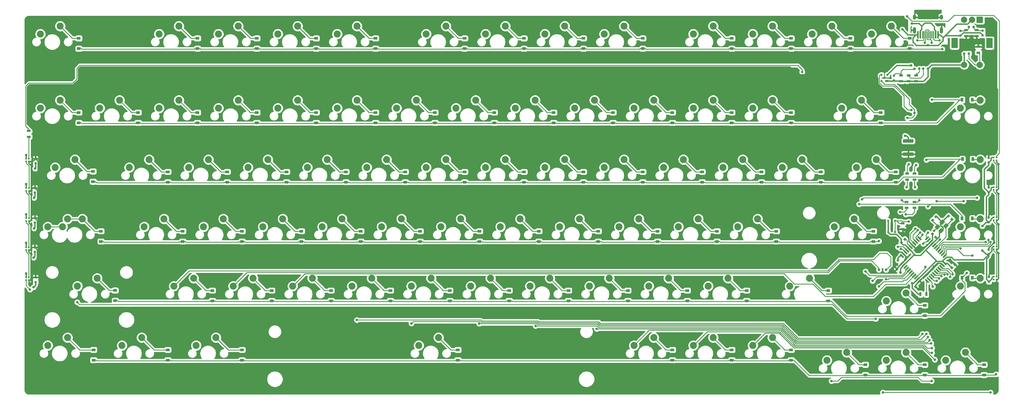
<source format=gbl>
G04 #@! TF.GenerationSoftware,KiCad,Pcbnew,(5.1.4)-1*
G04 #@! TF.CreationDate,2020-09-19T16:07:07+10:00*
G04 #@! TF.ProjectId,keyboard-10,6b657962-6f61-4726-942d-31302e6b6963,rev?*
G04 #@! TF.SameCoordinates,Original*
G04 #@! TF.FileFunction,Copper,L2,Bot*
G04 #@! TF.FilePolarity,Positive*
%FSLAX46Y46*%
G04 Gerber Fmt 4.6, Leading zero omitted, Abs format (unit mm)*
G04 Created by KiCad (PCBNEW (5.1.4)-1) date 2020-09-19 16:07:07*
%MOMM*%
%LPD*%
G04 APERTURE LIST*
%ADD10R,0.500000X0.500000*%
%ADD11C,2.250000*%
%ADD12R,1.300000X0.700000*%
%ADD13R,0.750000X0.800000*%
%ADD14R,2.000000X2.000000*%
%ADD15C,2.000000*%
%ADD16R,2.000000X3.200000*%
%ADD17R,0.700000X1.300000*%
%ADD18R,0.800000X0.750000*%
%ADD19C,0.750000*%
%ADD20C,0.100000*%
%ADD21R,0.500000X0.700000*%
%ADD22O,1.000000X1.600000*%
%ADD23O,1.000000X2.100000*%
%ADD24R,0.300000X2.450000*%
%ADD25R,0.600000X2.450000*%
%ADD26C,1.200000*%
%ADD27R,0.600000X0.700000*%
%ADD28R,1.000000X0.700000*%
%ADD29C,0.550000*%
%ADD30C,1.125000*%
%ADD31R,1.200000X0.900000*%
%ADD32R,0.900000X1.200000*%
%ADD33C,0.800000*%
%ADD34C,0.250000*%
%ADD35C,0.381000*%
%ADD36C,0.254000*%
G04 APERTURE END LIST*
D10*
X439547000Y-176207000D03*
X439547000Y-177107000D03*
X438647000Y-177107000D03*
X438647000Y-176207000D03*
X439547000Y-166497000D03*
X439547000Y-167397000D03*
X438647000Y-167397000D03*
X438647000Y-166497000D03*
X439547000Y-157157000D03*
X439547000Y-158057000D03*
X438647000Y-158057000D03*
X438647000Y-157157000D03*
X438647000Y-147447000D03*
X438647000Y-148347000D03*
X439547000Y-148347000D03*
X439547000Y-147447000D03*
X439547000Y-137911000D03*
X439547000Y-138811000D03*
X438647000Y-138811000D03*
X438647000Y-137911000D03*
X129043000Y-176392000D03*
X129043000Y-177292000D03*
X128143000Y-177292000D03*
X128143000Y-176392000D03*
X129043000Y-166740000D03*
X129043000Y-167640000D03*
X128143000Y-167640000D03*
X128143000Y-166740000D03*
X129101000Y-157411000D03*
X129101000Y-158311000D03*
X128201000Y-158311000D03*
X128201000Y-157411000D03*
X129101000Y-147759000D03*
X129101000Y-148659000D03*
X128201000Y-148659000D03*
X128201000Y-147759000D03*
X129032000Y-138303000D03*
X129032000Y-139203000D03*
X128132000Y-139203000D03*
X128132000Y-138303000D03*
D11*
X146208750Y-157638750D03*
X139858750Y-160178750D03*
X141446250Y-157638750D03*
X135096250Y-160178750D03*
D12*
X429768000Y-97028000D03*
X429768000Y-98928000D03*
X433197000Y-97028000D03*
X433197000Y-98928000D03*
D13*
X427990000Y-97282000D03*
X427990000Y-98782000D03*
X435102000Y-97167000D03*
X435102000Y-98667000D03*
D14*
X434181250Y-93662500D03*
D15*
X431681250Y-93662500D03*
X429181250Y-93662500D03*
D16*
X437281250Y-101162500D03*
X426081250Y-101162500D03*
D15*
X434181250Y-108162500D03*
X429181250Y-108162500D03*
D12*
X433705000Y-104267000D03*
X433705000Y-102367000D03*
D17*
X415131250Y-181768750D03*
X417031250Y-181768750D03*
D12*
X408940000Y-111535500D03*
X408940000Y-113435500D03*
X129032000Y-131288500D03*
X129032000Y-129388500D03*
X413766000Y-111535500D03*
X413766000Y-113435500D03*
X411353000Y-111572000D03*
X411353000Y-113472000D03*
X413258000Y-145004500D03*
X413258000Y-143104500D03*
X410845000Y-145004500D03*
X410845000Y-143104500D03*
X413227184Y-154075500D03*
X413227184Y-152175500D03*
X410718000Y-154075500D03*
X410718000Y-152175500D03*
X409448000Y-160933500D03*
X409448000Y-159033500D03*
D11*
X139065000Y-95726250D03*
X132715000Y-98266250D03*
D18*
X429157000Y-104521000D03*
X430657000Y-104521000D03*
D19*
X426243750Y-172243750D03*
D20*
G36*
X426261428Y-171695742D02*
G01*
X426791758Y-172226072D01*
X426226072Y-172791758D01*
X425695742Y-172261428D01*
X426261428Y-171695742D01*
X426261428Y-171695742D01*
G37*
D19*
X425183090Y-173304410D03*
D20*
G36*
X425200768Y-172756402D02*
G01*
X425731098Y-173286732D01*
X425165412Y-173852418D01*
X424635082Y-173322088D01*
X425200768Y-172756402D01*
X425200768Y-172756402D01*
G37*
D19*
X418973000Y-162433000D03*
D20*
G36*
X418424992Y-162415322D02*
G01*
X418955322Y-161884992D01*
X419521008Y-162450678D01*
X418990678Y-162981008D01*
X418424992Y-162415322D01*
X418424992Y-162415322D01*
G37*
D19*
X420033660Y-163493660D03*
D20*
G36*
X419485652Y-163475982D02*
G01*
X420015982Y-162945652D01*
X420581668Y-163511338D01*
X420051338Y-164041668D01*
X419485652Y-163475982D01*
X419485652Y-163475982D01*
G37*
D19*
X413543750Y-179387500D03*
D20*
G36*
X414091758Y-179405178D02*
G01*
X413561428Y-179935508D01*
X412995742Y-179369822D01*
X413526072Y-178839492D01*
X414091758Y-179405178D01*
X414091758Y-179405178D01*
G37*
D19*
X412483090Y-178326840D03*
D20*
G36*
X413031098Y-178344518D02*
G01*
X412500768Y-178874848D01*
X411935082Y-178309162D01*
X412465412Y-177778832D01*
X413031098Y-178344518D01*
X413031098Y-178344518D01*
G37*
D19*
X407647670Y-173713670D03*
D20*
G36*
X407099662Y-173695992D02*
G01*
X407629992Y-173165662D01*
X408195678Y-173731348D01*
X407665348Y-174261678D01*
X407099662Y-173695992D01*
X407099662Y-173695992D01*
G37*
D19*
X408708330Y-174774330D03*
D20*
G36*
X408160322Y-174756652D02*
G01*
X408690652Y-174226322D01*
X409256338Y-174792008D01*
X408726008Y-175322338D01*
X408160322Y-174756652D01*
X408160322Y-174756652D01*
G37*
D13*
X437134000Y-176276000D03*
X437134000Y-177776000D03*
X437007000Y-167513000D03*
X437007000Y-169013000D03*
X437007000Y-157226000D03*
X437007000Y-158726000D03*
X437007000Y-147574000D03*
X437007000Y-149074000D03*
X437007000Y-138049000D03*
X437007000Y-139549000D03*
X131191000Y-176415000D03*
X131191000Y-177915000D03*
X130937000Y-166731250D03*
X130937000Y-168231250D03*
X130968750Y-157333250D03*
X130968750Y-158833250D03*
X131000500Y-147681250D03*
X131000500Y-149181250D03*
X131191000Y-138303000D03*
X131191000Y-139803000D03*
X406654000Y-111693500D03*
X406654000Y-113193500D03*
D19*
X410133243Y-164160757D03*
D20*
G36*
X410150921Y-163612749D02*
G01*
X410681251Y-164143079D01*
X410115565Y-164708765D01*
X409585235Y-164178435D01*
X410150921Y-163612749D01*
X410150921Y-163612749D01*
G37*
D19*
X409072583Y-165221417D03*
D20*
G36*
X409090261Y-164673409D02*
G01*
X409620591Y-165203739D01*
X409054905Y-165769425D01*
X408524575Y-165239095D01*
X409090261Y-164673409D01*
X409090261Y-164673409D01*
G37*
D19*
X419040732Y-157999950D03*
D20*
G36*
X419023054Y-158547958D02*
G01*
X418492724Y-158017628D01*
X419058410Y-157451942D01*
X419588740Y-157982272D01*
X419023054Y-158547958D01*
X419023054Y-158547958D01*
G37*
D19*
X420101392Y-156939290D03*
D20*
G36*
X420083714Y-157487298D02*
G01*
X419553384Y-156956968D01*
X420119070Y-156391282D01*
X420649400Y-156921612D01*
X420083714Y-157487298D01*
X420083714Y-157487298D01*
G37*
D19*
X425237217Y-157755235D03*
D20*
G36*
X425785225Y-157772913D02*
G01*
X425254895Y-158303243D01*
X424689209Y-157737557D01*
X425219539Y-157207227D01*
X425785225Y-157772913D01*
X425785225Y-157772913D01*
G37*
D19*
X424176557Y-156694575D03*
D20*
G36*
X424724565Y-156712253D02*
G01*
X424194235Y-157242583D01*
X423628549Y-156676897D01*
X424158879Y-156146567D01*
X424724565Y-156712253D01*
X424724565Y-156712253D01*
G37*
D11*
X410527500Y-181451250D03*
X404177500Y-183991250D03*
X379571250Y-176688750D03*
X373221250Y-179228750D03*
X358140000Y-138588750D03*
X351790000Y-141128750D03*
X377190000Y-138588750D03*
X370840000Y-141128750D03*
X172402500Y-157638750D03*
X166052500Y-160178750D03*
X272415000Y-119538750D03*
X266065000Y-122078750D03*
X429577500Y-200501250D03*
X423227500Y-203041250D03*
X410527500Y-200501250D03*
X404177500Y-203041250D03*
X391477500Y-200501250D03*
X385127500Y-203041250D03*
X367665000Y-195738750D03*
X361315000Y-198278750D03*
X348615000Y-195738750D03*
X342265000Y-198278750D03*
X329565000Y-195738750D03*
X323215000Y-198278750D03*
X260508750Y-195738750D03*
X254158750Y-198278750D03*
X189071250Y-195738750D03*
X182721250Y-198278750D03*
X165258750Y-195738750D03*
X158908750Y-198278750D03*
X141446250Y-195738750D03*
X135096250Y-198278750D03*
X434340000Y-176688750D03*
X427990000Y-179228750D03*
X353377500Y-176688750D03*
X347027500Y-179228750D03*
X334327500Y-176688750D03*
X327977500Y-179228750D03*
X315277500Y-176688750D03*
X308927500Y-179228750D03*
X296227500Y-176688750D03*
X289877500Y-179228750D03*
X277177500Y-176688750D03*
X270827500Y-179228750D03*
X258127500Y-176688750D03*
X251777500Y-179228750D03*
X239077500Y-176688750D03*
X232727500Y-179228750D03*
X220027500Y-176688750D03*
X213677500Y-179228750D03*
X200977500Y-176688750D03*
X194627500Y-179228750D03*
X181927500Y-176688750D03*
X175577500Y-179228750D03*
X150971250Y-176688750D03*
X144621250Y-179228750D03*
X434340000Y-157638750D03*
X427990000Y-160178750D03*
X393858750Y-157638750D03*
X387508750Y-160178750D03*
X362902500Y-157638750D03*
X356552500Y-160178750D03*
X343852500Y-157638750D03*
X337502500Y-160178750D03*
X324802500Y-157638750D03*
X318452500Y-160178750D03*
X305752500Y-157638750D03*
X299402500Y-160178750D03*
X286702500Y-157638750D03*
X280352500Y-160178750D03*
X267652500Y-157638750D03*
X261302500Y-160178750D03*
X248602500Y-157638750D03*
X242252500Y-160178750D03*
X229552500Y-157638750D03*
X223202500Y-160178750D03*
X210502500Y-157638750D03*
X204152500Y-160178750D03*
X191452500Y-157638750D03*
X185102500Y-160178750D03*
X434340000Y-138588750D03*
X427990000Y-141128750D03*
X401002500Y-138588750D03*
X394652500Y-141128750D03*
X339090000Y-138588750D03*
X332740000Y-141128750D03*
X320040000Y-138588750D03*
X313690000Y-141128750D03*
X300990000Y-138588750D03*
X294640000Y-141128750D03*
X281940000Y-138588750D03*
X275590000Y-141128750D03*
X262890000Y-138588750D03*
X256540000Y-141128750D03*
X243840000Y-138588750D03*
X237490000Y-141128750D03*
X224790000Y-138588750D03*
X218440000Y-141128750D03*
X205740000Y-138588750D03*
X199390000Y-141128750D03*
X186690000Y-138588750D03*
X180340000Y-141128750D03*
X167640000Y-138588750D03*
X161290000Y-141128750D03*
X143827500Y-138588750D03*
X137477500Y-141128750D03*
X434340000Y-119538750D03*
X427990000Y-122078750D03*
X396240000Y-119538750D03*
X389890000Y-122078750D03*
X367665000Y-119538750D03*
X361315000Y-122078750D03*
X348615000Y-119538750D03*
X342265000Y-122078750D03*
X329565000Y-119538750D03*
X323215000Y-122078750D03*
X310515000Y-119538750D03*
X304165000Y-122078750D03*
X291465000Y-119538750D03*
X285115000Y-122078750D03*
X253365000Y-119538750D03*
X247015000Y-122078750D03*
X234315000Y-119538750D03*
X227965000Y-122078750D03*
X215265000Y-119538750D03*
X208915000Y-122078750D03*
X196215000Y-119538750D03*
X189865000Y-122078750D03*
X177165000Y-119538750D03*
X170815000Y-122078750D03*
X158115000Y-119538750D03*
X151765000Y-122078750D03*
X139065000Y-119538750D03*
X132715000Y-122078750D03*
X405765000Y-95726250D03*
X399415000Y-98266250D03*
X386715000Y-95726250D03*
X380365000Y-98266250D03*
X367665000Y-95726250D03*
X361315000Y-98266250D03*
X348615000Y-95726250D03*
X342265000Y-98266250D03*
X320040000Y-95726250D03*
X313690000Y-98266250D03*
X300990000Y-95726250D03*
X294640000Y-98266250D03*
X281940000Y-95726250D03*
X275590000Y-98266250D03*
X262890000Y-95726250D03*
X256540000Y-98266250D03*
X234315000Y-95726250D03*
X227965000Y-98266250D03*
X215265000Y-95726250D03*
X208915000Y-98266250D03*
X196215000Y-95726250D03*
X189865000Y-98266250D03*
X177165000Y-95726250D03*
X170815000Y-98266250D03*
D21*
X406992000Y-161820000D03*
X406992000Y-158220000D03*
X404792000Y-161820000D03*
X404792000Y-158220000D03*
D22*
X421896000Y-92897000D03*
X413256000Y-92897000D03*
D23*
X421896000Y-97077000D03*
X413256000Y-97077000D03*
D24*
X417326000Y-98492000D03*
X417826000Y-98492000D03*
X418326000Y-98492000D03*
X416826000Y-98492000D03*
X418826000Y-98492000D03*
X416326000Y-98492000D03*
X419326000Y-98492000D03*
X415826000Y-98492000D03*
D25*
X415126000Y-98492000D03*
X420026000Y-98492000D03*
X414351000Y-98492000D03*
X420801000Y-98492000D03*
D26*
X423334488Y-159832008D03*
D20*
G36*
X423405199Y-158912769D02*
G01*
X424253727Y-159761297D01*
X423263777Y-160751247D01*
X422415249Y-159902719D01*
X423405199Y-158912769D01*
X423405199Y-158912769D01*
G37*
D26*
X421778853Y-161387643D03*
D20*
G36*
X421849564Y-160468404D02*
G01*
X422698092Y-161316932D01*
X421708142Y-162306882D01*
X420859614Y-161458354D01*
X421849564Y-160468404D01*
X421849564Y-160468404D01*
G37*
D26*
X420576772Y-160185562D03*
D20*
G36*
X420647483Y-159266323D02*
G01*
X421496011Y-160114851D01*
X420506061Y-161104801D01*
X419657533Y-160256273D01*
X420647483Y-159266323D01*
X420647483Y-159266323D01*
G37*
D26*
X422132407Y-158629927D03*
D20*
G36*
X422203118Y-157710688D02*
G01*
X423051646Y-158559216D01*
X422061696Y-159549166D01*
X421213168Y-158700638D01*
X422203118Y-157710688D01*
X422203118Y-157710688D01*
G37*
D27*
X404544000Y-111379000D03*
X402644000Y-111379000D03*
X402644000Y-113379000D03*
D28*
X404344000Y-113379000D03*
D29*
X409193064Y-171890082D03*
D20*
G36*
X409528940Y-171165298D02*
G01*
X409917848Y-171554206D01*
X408857188Y-172614866D01*
X408468280Y-172225958D01*
X409528940Y-171165298D01*
X409528940Y-171165298D01*
G37*
D29*
X409758750Y-172455767D03*
D20*
G36*
X410094626Y-171730983D02*
G01*
X410483534Y-172119891D01*
X409422874Y-173180551D01*
X409033966Y-172791643D01*
X410094626Y-171730983D01*
X410094626Y-171730983D01*
G37*
D29*
X410324435Y-173021452D03*
D20*
G36*
X410660311Y-172296668D02*
G01*
X411049219Y-172685576D01*
X409988559Y-173746236D01*
X409599651Y-173357328D01*
X410660311Y-172296668D01*
X410660311Y-172296668D01*
G37*
D29*
X410890120Y-173587138D03*
D20*
G36*
X411225996Y-172862354D02*
G01*
X411614904Y-173251262D01*
X410554244Y-174311922D01*
X410165336Y-173923014D01*
X411225996Y-172862354D01*
X411225996Y-172862354D01*
G37*
D29*
X411455806Y-174152823D03*
D20*
G36*
X411791682Y-173428039D02*
G01*
X412180590Y-173816947D01*
X411119930Y-174877607D01*
X410731022Y-174488699D01*
X411791682Y-173428039D01*
X411791682Y-173428039D01*
G37*
D29*
X412021491Y-174718509D03*
D20*
G36*
X412357367Y-173993725D02*
G01*
X412746275Y-174382633D01*
X411685615Y-175443293D01*
X411296707Y-175054385D01*
X412357367Y-173993725D01*
X412357367Y-173993725D01*
G37*
D29*
X412587177Y-175284194D03*
D20*
G36*
X412923053Y-174559410D02*
G01*
X413311961Y-174948318D01*
X412251301Y-176008978D01*
X411862393Y-175620070D01*
X412923053Y-174559410D01*
X412923053Y-174559410D01*
G37*
D29*
X413152862Y-175849880D03*
D20*
G36*
X413488738Y-175125096D02*
G01*
X413877646Y-175514004D01*
X412816986Y-176574664D01*
X412428078Y-176185756D01*
X413488738Y-175125096D01*
X413488738Y-175125096D01*
G37*
D29*
X413718548Y-176415565D03*
D20*
G36*
X414054424Y-175690781D02*
G01*
X414443332Y-176079689D01*
X413382672Y-177140349D01*
X412993764Y-176751441D01*
X414054424Y-175690781D01*
X414054424Y-175690781D01*
G37*
D29*
X414284233Y-176981250D03*
D20*
G36*
X414620109Y-176256466D02*
G01*
X415009017Y-176645374D01*
X413948357Y-177706034D01*
X413559449Y-177317126D01*
X414620109Y-176256466D01*
X414620109Y-176256466D01*
G37*
D29*
X414849918Y-177546936D03*
D20*
G36*
X415185794Y-176822152D02*
G01*
X415574702Y-177211060D01*
X414514042Y-178271720D01*
X414125134Y-177882812D01*
X415185794Y-176822152D01*
X415185794Y-176822152D01*
G37*
D29*
X417254082Y-177546936D03*
D20*
G36*
X416529298Y-177211060D02*
G01*
X416918206Y-176822152D01*
X417978866Y-177882812D01*
X417589958Y-178271720D01*
X416529298Y-177211060D01*
X416529298Y-177211060D01*
G37*
D29*
X417819767Y-176981250D03*
D20*
G36*
X417094983Y-176645374D02*
G01*
X417483891Y-176256466D01*
X418544551Y-177317126D01*
X418155643Y-177706034D01*
X417094983Y-176645374D01*
X417094983Y-176645374D01*
G37*
D29*
X418385452Y-176415565D03*
D20*
G36*
X417660668Y-176079689D02*
G01*
X418049576Y-175690781D01*
X419110236Y-176751441D01*
X418721328Y-177140349D01*
X417660668Y-176079689D01*
X417660668Y-176079689D01*
G37*
D29*
X418951138Y-175849880D03*
D20*
G36*
X418226354Y-175514004D02*
G01*
X418615262Y-175125096D01*
X419675922Y-176185756D01*
X419287014Y-176574664D01*
X418226354Y-175514004D01*
X418226354Y-175514004D01*
G37*
D29*
X419516823Y-175284194D03*
D20*
G36*
X418792039Y-174948318D02*
G01*
X419180947Y-174559410D01*
X420241607Y-175620070D01*
X419852699Y-176008978D01*
X418792039Y-174948318D01*
X418792039Y-174948318D01*
G37*
D29*
X420082509Y-174718509D03*
D20*
G36*
X419357725Y-174382633D02*
G01*
X419746633Y-173993725D01*
X420807293Y-175054385D01*
X420418385Y-175443293D01*
X419357725Y-174382633D01*
X419357725Y-174382633D01*
G37*
D29*
X420648194Y-174152823D03*
D20*
G36*
X419923410Y-173816947D02*
G01*
X420312318Y-173428039D01*
X421372978Y-174488699D01*
X420984070Y-174877607D01*
X419923410Y-173816947D01*
X419923410Y-173816947D01*
G37*
D29*
X421213880Y-173587138D03*
D20*
G36*
X420489096Y-173251262D02*
G01*
X420878004Y-172862354D01*
X421938664Y-173923014D01*
X421549756Y-174311922D01*
X420489096Y-173251262D01*
X420489096Y-173251262D01*
G37*
D29*
X421779565Y-173021452D03*
D20*
G36*
X421054781Y-172685576D02*
G01*
X421443689Y-172296668D01*
X422504349Y-173357328D01*
X422115441Y-173746236D01*
X421054781Y-172685576D01*
X421054781Y-172685576D01*
G37*
D29*
X422345250Y-172455767D03*
D20*
G36*
X421620466Y-172119891D02*
G01*
X422009374Y-171730983D01*
X423070034Y-172791643D01*
X422681126Y-173180551D01*
X421620466Y-172119891D01*
X421620466Y-172119891D01*
G37*
D29*
X422910936Y-171890082D03*
D20*
G36*
X422186152Y-171554206D02*
G01*
X422575060Y-171165298D01*
X423635720Y-172225958D01*
X423246812Y-172614866D01*
X422186152Y-171554206D01*
X422186152Y-171554206D01*
G37*
D29*
X422910936Y-169485918D03*
D20*
G36*
X423246812Y-168761134D02*
G01*
X423635720Y-169150042D01*
X422575060Y-170210702D01*
X422186152Y-169821794D01*
X423246812Y-168761134D01*
X423246812Y-168761134D01*
G37*
D29*
X422345250Y-168920233D03*
D20*
G36*
X422681126Y-168195449D02*
G01*
X423070034Y-168584357D01*
X422009374Y-169645017D01*
X421620466Y-169256109D01*
X422681126Y-168195449D01*
X422681126Y-168195449D01*
G37*
D29*
X421779565Y-168354548D03*
D20*
G36*
X422115441Y-167629764D02*
G01*
X422504349Y-168018672D01*
X421443689Y-169079332D01*
X421054781Y-168690424D01*
X422115441Y-167629764D01*
X422115441Y-167629764D01*
G37*
D29*
X421213880Y-167788862D03*
D20*
G36*
X421549756Y-167064078D02*
G01*
X421938664Y-167452986D01*
X420878004Y-168513646D01*
X420489096Y-168124738D01*
X421549756Y-167064078D01*
X421549756Y-167064078D01*
G37*
D29*
X420648194Y-167223177D03*
D20*
G36*
X420984070Y-166498393D02*
G01*
X421372978Y-166887301D01*
X420312318Y-167947961D01*
X419923410Y-167559053D01*
X420984070Y-166498393D01*
X420984070Y-166498393D01*
G37*
D29*
X420082509Y-166657491D03*
D20*
G36*
X420418385Y-165932707D02*
G01*
X420807293Y-166321615D01*
X419746633Y-167382275D01*
X419357725Y-166993367D01*
X420418385Y-165932707D01*
X420418385Y-165932707D01*
G37*
D29*
X419516823Y-166091806D03*
D20*
G36*
X419852699Y-165367022D02*
G01*
X420241607Y-165755930D01*
X419180947Y-166816590D01*
X418792039Y-166427682D01*
X419852699Y-165367022D01*
X419852699Y-165367022D01*
G37*
D29*
X418951138Y-165526120D03*
D20*
G36*
X419287014Y-164801336D02*
G01*
X419675922Y-165190244D01*
X418615262Y-166250904D01*
X418226354Y-165861996D01*
X419287014Y-164801336D01*
X419287014Y-164801336D01*
G37*
D29*
X418385452Y-164960435D03*
D20*
G36*
X418721328Y-164235651D02*
G01*
X419110236Y-164624559D01*
X418049576Y-165685219D01*
X417660668Y-165296311D01*
X418721328Y-164235651D01*
X418721328Y-164235651D01*
G37*
D29*
X417819767Y-164394750D03*
D20*
G36*
X418155643Y-163669966D02*
G01*
X418544551Y-164058874D01*
X417483891Y-165119534D01*
X417094983Y-164730626D01*
X418155643Y-163669966D01*
X418155643Y-163669966D01*
G37*
D29*
X417254082Y-163829064D03*
D20*
G36*
X417589958Y-163104280D02*
G01*
X417978866Y-163493188D01*
X416918206Y-164553848D01*
X416529298Y-164164940D01*
X417589958Y-163104280D01*
X417589958Y-163104280D01*
G37*
D29*
X414849918Y-163829064D03*
D20*
G36*
X414125134Y-163493188D02*
G01*
X414514042Y-163104280D01*
X415574702Y-164164940D01*
X415185794Y-164553848D01*
X414125134Y-163493188D01*
X414125134Y-163493188D01*
G37*
D29*
X414284233Y-164394750D03*
D20*
G36*
X413559449Y-164058874D02*
G01*
X413948357Y-163669966D01*
X415009017Y-164730626D01*
X414620109Y-165119534D01*
X413559449Y-164058874D01*
X413559449Y-164058874D01*
G37*
D29*
X413718548Y-164960435D03*
D20*
G36*
X412993764Y-164624559D02*
G01*
X413382672Y-164235651D01*
X414443332Y-165296311D01*
X414054424Y-165685219D01*
X412993764Y-164624559D01*
X412993764Y-164624559D01*
G37*
D29*
X413152862Y-165526120D03*
D20*
G36*
X412428078Y-165190244D02*
G01*
X412816986Y-164801336D01*
X413877646Y-165861996D01*
X413488738Y-166250904D01*
X412428078Y-165190244D01*
X412428078Y-165190244D01*
G37*
D29*
X412587177Y-166091806D03*
D20*
G36*
X411862393Y-165755930D02*
G01*
X412251301Y-165367022D01*
X413311961Y-166427682D01*
X412923053Y-166816590D01*
X411862393Y-165755930D01*
X411862393Y-165755930D01*
G37*
D29*
X412021491Y-166657491D03*
D20*
G36*
X411296707Y-166321615D02*
G01*
X411685615Y-165932707D01*
X412746275Y-166993367D01*
X412357367Y-167382275D01*
X411296707Y-166321615D01*
X411296707Y-166321615D01*
G37*
D29*
X411455806Y-167223177D03*
D20*
G36*
X410731022Y-166887301D02*
G01*
X411119930Y-166498393D01*
X412180590Y-167559053D01*
X411791682Y-167947961D01*
X410731022Y-166887301D01*
X410731022Y-166887301D01*
G37*
D29*
X410890120Y-167788862D03*
D20*
G36*
X410165336Y-167452986D02*
G01*
X410554244Y-167064078D01*
X411614904Y-168124738D01*
X411225996Y-168513646D01*
X410165336Y-167452986D01*
X410165336Y-167452986D01*
G37*
D29*
X410324435Y-168354548D03*
D20*
G36*
X409599651Y-168018672D02*
G01*
X409988559Y-167629764D01*
X411049219Y-168690424D01*
X410660311Y-169079332D01*
X409599651Y-168018672D01*
X409599651Y-168018672D01*
G37*
D29*
X409758750Y-168920233D03*
D20*
G36*
X409033966Y-168584357D02*
G01*
X409422874Y-168195449D01*
X410483534Y-169256109D01*
X410094626Y-169645017D01*
X409033966Y-168584357D01*
X409033966Y-168584357D01*
G37*
D29*
X409193064Y-169485918D03*
D20*
G36*
X408468280Y-169150042D02*
G01*
X408857188Y-168761134D01*
X409917848Y-169821794D01*
X409528940Y-170210702D01*
X408468280Y-169150042D01*
X408468280Y-169150042D01*
G37*
G36*
X412700505Y-136301704D02*
G01*
X412724773Y-136305304D01*
X412748572Y-136311265D01*
X412771671Y-136319530D01*
X412793850Y-136330020D01*
X412814893Y-136342632D01*
X412834599Y-136357247D01*
X412852777Y-136373723D01*
X412869253Y-136391901D01*
X412883868Y-136411607D01*
X412896480Y-136432650D01*
X412906970Y-136454829D01*
X412915235Y-136477928D01*
X412921196Y-136501727D01*
X412924796Y-136525995D01*
X412926000Y-136550499D01*
X412926000Y-137175501D01*
X412924796Y-137200005D01*
X412921196Y-137224273D01*
X412915235Y-137248072D01*
X412906970Y-137271171D01*
X412896480Y-137293350D01*
X412883868Y-137314393D01*
X412869253Y-137334099D01*
X412852777Y-137352277D01*
X412834599Y-137368753D01*
X412814893Y-137383368D01*
X412793850Y-137395980D01*
X412771671Y-137406470D01*
X412748572Y-137414735D01*
X412724773Y-137420696D01*
X412700505Y-137424296D01*
X412676001Y-137425500D01*
X409775999Y-137425500D01*
X409751495Y-137424296D01*
X409727227Y-137420696D01*
X409703428Y-137414735D01*
X409680329Y-137406470D01*
X409658150Y-137395980D01*
X409637107Y-137383368D01*
X409617401Y-137368753D01*
X409599223Y-137352277D01*
X409582747Y-137334099D01*
X409568132Y-137314393D01*
X409555520Y-137293350D01*
X409545030Y-137271171D01*
X409536765Y-137248072D01*
X409530804Y-137224273D01*
X409527204Y-137200005D01*
X409526000Y-137175501D01*
X409526000Y-136550499D01*
X409527204Y-136525995D01*
X409530804Y-136501727D01*
X409536765Y-136477928D01*
X409545030Y-136454829D01*
X409555520Y-136432650D01*
X409568132Y-136411607D01*
X409582747Y-136391901D01*
X409599223Y-136373723D01*
X409617401Y-136357247D01*
X409637107Y-136342632D01*
X409658150Y-136330020D01*
X409680329Y-136319530D01*
X409703428Y-136311265D01*
X409727227Y-136305304D01*
X409751495Y-136301704D01*
X409775999Y-136300500D01*
X412676001Y-136300500D01*
X412700505Y-136301704D01*
X412700505Y-136301704D01*
G37*
D30*
X411226000Y-136863000D03*
D20*
G36*
X412700505Y-132026704D02*
G01*
X412724773Y-132030304D01*
X412748572Y-132036265D01*
X412771671Y-132044530D01*
X412793850Y-132055020D01*
X412814893Y-132067632D01*
X412834599Y-132082247D01*
X412852777Y-132098723D01*
X412869253Y-132116901D01*
X412883868Y-132136607D01*
X412896480Y-132157650D01*
X412906970Y-132179829D01*
X412915235Y-132202928D01*
X412921196Y-132226727D01*
X412924796Y-132250995D01*
X412926000Y-132275499D01*
X412926000Y-132900501D01*
X412924796Y-132925005D01*
X412921196Y-132949273D01*
X412915235Y-132973072D01*
X412906970Y-132996171D01*
X412896480Y-133018350D01*
X412883868Y-133039393D01*
X412869253Y-133059099D01*
X412852777Y-133077277D01*
X412834599Y-133093753D01*
X412814893Y-133108368D01*
X412793850Y-133120980D01*
X412771671Y-133131470D01*
X412748572Y-133139735D01*
X412724773Y-133145696D01*
X412700505Y-133149296D01*
X412676001Y-133150500D01*
X409775999Y-133150500D01*
X409751495Y-133149296D01*
X409727227Y-133145696D01*
X409703428Y-133139735D01*
X409680329Y-133131470D01*
X409658150Y-133120980D01*
X409637107Y-133108368D01*
X409617401Y-133093753D01*
X409599223Y-133077277D01*
X409582747Y-133059099D01*
X409568132Y-133039393D01*
X409555520Y-133018350D01*
X409545030Y-132996171D01*
X409536765Y-132973072D01*
X409530804Y-132949273D01*
X409527204Y-132925005D01*
X409526000Y-132900501D01*
X409526000Y-132275499D01*
X409527204Y-132250995D01*
X409530804Y-132226727D01*
X409536765Y-132202928D01*
X409545030Y-132179829D01*
X409555520Y-132157650D01*
X409568132Y-132136607D01*
X409582747Y-132116901D01*
X409599223Y-132098723D01*
X409617401Y-132082247D01*
X409637107Y-132067632D01*
X409658150Y-132055020D01*
X409680329Y-132044530D01*
X409703428Y-132036265D01*
X409727227Y-132030304D01*
X409751495Y-132026704D01*
X409775999Y-132025500D01*
X412676001Y-132025500D01*
X412700505Y-132026704D01*
X412700505Y-132026704D01*
G37*
D30*
X411226000Y-132588000D03*
D31*
X145050000Y-99656250D03*
X145050000Y-102956250D03*
X183150000Y-99656250D03*
X183150000Y-102956250D03*
X202200000Y-99656250D03*
X202200000Y-102956250D03*
X221250000Y-99656250D03*
X221250000Y-102956250D03*
X240300000Y-99656250D03*
X240300000Y-102956250D03*
X268875000Y-99656250D03*
X268875000Y-102956250D03*
X287925000Y-99656250D03*
X287925000Y-102956250D03*
X306975000Y-99656250D03*
X306975000Y-102956250D03*
X326025000Y-99656250D03*
X326025000Y-102956250D03*
X354600000Y-99656250D03*
X354600000Y-102956250D03*
X373650000Y-99656250D03*
X373650000Y-102956250D03*
X392700000Y-99656250D03*
X392700000Y-102956250D03*
X411750000Y-99656250D03*
X411750000Y-102956250D03*
X145050000Y-123468750D03*
X145050000Y-126768750D03*
X164100000Y-123468750D03*
X164100000Y-126768750D03*
X183150000Y-123468750D03*
X183150000Y-126768750D03*
X202200000Y-123468750D03*
X202200000Y-126768750D03*
X221250000Y-123468750D03*
X221250000Y-126768750D03*
X240300000Y-123468750D03*
X240300000Y-126768750D03*
X259350000Y-123468750D03*
X259350000Y-126768750D03*
X278400000Y-123468750D03*
X278400000Y-126768750D03*
X297450000Y-123468750D03*
X297450000Y-126768750D03*
X316500000Y-123468750D03*
X316500000Y-126768750D03*
X335550000Y-123468750D03*
X335550000Y-126768750D03*
X354600000Y-123468750D03*
X354600000Y-126768750D03*
X373650000Y-123468750D03*
X373650000Y-126768750D03*
X402431250Y-123468750D03*
X402431250Y-126768750D03*
D32*
X431800000Y-119380000D03*
X428500000Y-119380000D03*
D31*
X149606000Y-142368000D03*
X149606000Y-145668000D03*
X173625000Y-142518750D03*
X173625000Y-145818750D03*
X192675000Y-142518750D03*
X192675000Y-145818750D03*
X211725000Y-142518750D03*
X211725000Y-145818750D03*
X230775000Y-142518750D03*
X230775000Y-145818750D03*
X249825000Y-142518750D03*
X249825000Y-145818750D03*
X268875000Y-142518750D03*
X268875000Y-145818750D03*
X287925000Y-142518750D03*
X287925000Y-145818750D03*
X306975000Y-142518750D03*
X306975000Y-145818750D03*
X326025000Y-142518750D03*
X326025000Y-145818750D03*
X345075000Y-142518750D03*
X345075000Y-145818750D03*
X364125000Y-142518750D03*
X364125000Y-145818750D03*
X383175000Y-142518750D03*
X383175000Y-145818750D03*
X407193750Y-142518750D03*
X407193750Y-145818750D03*
D32*
X431926000Y-138430000D03*
X428626000Y-138430000D03*
D31*
X152146000Y-161568750D03*
X152146000Y-164868750D03*
X178387500Y-161568750D03*
X178387500Y-164868750D03*
X197437500Y-161568750D03*
X197437500Y-164868750D03*
X216487500Y-161568750D03*
X216487500Y-164868750D03*
X235537500Y-161568750D03*
X235537500Y-164868750D03*
X254587500Y-161568750D03*
X254587500Y-164868750D03*
X273637500Y-161568750D03*
X273637500Y-164868750D03*
X292687500Y-161568750D03*
X292687500Y-164868750D03*
X311737500Y-161568750D03*
X311737500Y-164868750D03*
X330787500Y-161568750D03*
X330787500Y-164868750D03*
X349837500Y-161568750D03*
X349837500Y-164868750D03*
X368887500Y-161568750D03*
X368887500Y-164868750D03*
X400050000Y-161568750D03*
X400050000Y-164868750D03*
D32*
X431798000Y-157480000D03*
X428498000Y-157480000D03*
D31*
X156718000Y-180594000D03*
X156718000Y-183894000D03*
X187912500Y-180618750D03*
X187912500Y-183918750D03*
X206962500Y-180618750D03*
X206962500Y-183918750D03*
X226012500Y-180618750D03*
X226012500Y-183918750D03*
X245062500Y-180618750D03*
X245062500Y-183918750D03*
X264112500Y-180618750D03*
X264112500Y-183918750D03*
X283162500Y-180618750D03*
X283162500Y-183918750D03*
X302212500Y-180618750D03*
X302212500Y-183918750D03*
X321262500Y-180618750D03*
X321262500Y-183918750D03*
X340312500Y-180618750D03*
X340312500Y-183918750D03*
X359362500Y-180618750D03*
X359362500Y-183918750D03*
X385572000Y-180618750D03*
X385572000Y-183918750D03*
X416512500Y-185381250D03*
X416512500Y-188681250D03*
D32*
X431800000Y-176530000D03*
X428500000Y-176530000D03*
D31*
X149812500Y-199668750D03*
X149812500Y-202968750D03*
X173625000Y-199668750D03*
X173625000Y-202968750D03*
X197437500Y-199668750D03*
X197437500Y-202968750D03*
X266700000Y-199668750D03*
X266700000Y-202968750D03*
X335550000Y-199668750D03*
X335550000Y-202968750D03*
X354600000Y-199668750D03*
X354600000Y-202968750D03*
X373650000Y-199668750D03*
X373650000Y-202968750D03*
X397462500Y-204431250D03*
X397462500Y-207731250D03*
X416512500Y-204431250D03*
X416512500Y-207731250D03*
X435562500Y-204431250D03*
X435562500Y-207731250D03*
D33*
X440182000Y-168656000D03*
X438785000Y-165227000D03*
X440182000Y-159385000D03*
X438785000Y-155702000D03*
X440182000Y-149606000D03*
X400812000Y-189738000D03*
X399796000Y-177546000D03*
X144551251Y-184378749D03*
X404114000Y-177006250D03*
X404114000Y-173990000D03*
X401828000Y-179324000D03*
X401828000Y-173990000D03*
X415798000Y-194564000D03*
X234282989Y-190086989D03*
X416718750Y-173037500D03*
X419100000Y-179387500D03*
X417068000Y-194564000D03*
X251777500Y-191198500D03*
X420370000Y-177546000D03*
X417576000Y-195580000D03*
X273558000Y-191262000D03*
X421132000Y-176784000D03*
X291631251Y-191984749D03*
X418084000Y-196596000D03*
X421893394Y-176022000D03*
X418592000Y-197612000D03*
X311251281Y-192938719D03*
X422910000Y-175514000D03*
X418846000Y-199136000D03*
X418846000Y-200660000D03*
X423862500Y-175418750D03*
X424688000Y-176212500D03*
X419735000Y-202819000D03*
X386588000Y-209677000D03*
X418719000Y-209677000D03*
X425450000Y-175418750D03*
X431800000Y-169418000D03*
X437642000Y-213360000D03*
X403098000Y-213360000D03*
X413512000Y-160782000D03*
X422148000Y-103124000D03*
X414274000Y-161290000D03*
X418846000Y-119380000D03*
X415036000Y-162052000D03*
X417068000Y-138684000D03*
X415798000Y-162687000D03*
X401828000Y-164719000D03*
X395478000Y-152908000D03*
X417576000Y-153670000D03*
X417576000Y-162052000D03*
X420370000Y-151949002D03*
X430022000Y-175006000D03*
X428948998Y-151949002D03*
X436118000Y-165100000D03*
X439420000Y-207518000D03*
X410359790Y-170665210D03*
X413766000Y-167259000D03*
X419451927Y-172944927D03*
X424688000Y-170688000D03*
X412623000Y-160020000D03*
X407924000Y-137668000D03*
X407206193Y-168319193D03*
X408686000Y-104648000D03*
X408114500Y-117665500D03*
X410972000Y-115443000D03*
X438531000Y-146177000D03*
X438531000Y-174879000D03*
X439039000Y-178435000D03*
X440182000Y-140081000D03*
X439356500Y-135826500D03*
X417576000Y-109347000D03*
X417576000Y-101854000D03*
X131064000Y-141478000D03*
X128143000Y-137160000D03*
X128201000Y-146489000D03*
X130683000Y-150876000D03*
X128201000Y-156152000D03*
X130683000Y-160655000D03*
X128143000Y-165354000D03*
X130556000Y-170053000D03*
X128143000Y-175133000D03*
X130556000Y-179578000D03*
X435005000Y-167767000D03*
X435005000Y-159923000D03*
X409321000Y-96774000D03*
X421386000Y-164211000D03*
X419481000Y-161417000D03*
X413258000Y-109474000D03*
X412115000Y-108331000D03*
X412365490Y-94872510D03*
X410210000Y-130937000D03*
X414782000Y-151638000D03*
X413385000Y-147447000D03*
X409194000Y-151638000D03*
X410718000Y-147447000D03*
X397510000Y-174498000D03*
X377190000Y-110490000D03*
X436908501Y-164366501D03*
X432181000Y-96012000D03*
X437642000Y-165100000D03*
X430657000Y-96012000D03*
X427990000Y-167132000D03*
X410464000Y-156210000D03*
X408813000Y-167259000D03*
X414147000Y-100330000D03*
X414782000Y-109347000D03*
X416052000Y-165608000D03*
X411353000Y-158496000D03*
X408622653Y-155384347D03*
X407924000Y-166624000D03*
X421259000Y-100330000D03*
X416052000Y-109347000D03*
X407924000Y-170942000D03*
X396367000Y-151384000D03*
X433324000Y-150876000D03*
X411353000Y-140081000D03*
X410972000Y-125222000D03*
X418719000Y-101092000D03*
X413258000Y-123571000D03*
X413766000Y-140335000D03*
X412242000Y-122682000D03*
X416560000Y-101092000D03*
X410845000Y-92583000D03*
X129376001Y-180303001D03*
D34*
X138267760Y-160178750D02*
X135096250Y-160178750D01*
X139858750Y-160178750D02*
X138267760Y-160178750D01*
X411455806Y-174152823D02*
X409505990Y-176102639D01*
X386988079Y-185121239D02*
X145293741Y-185121239D01*
X145293741Y-185121239D02*
X144551251Y-184378749D01*
X391604840Y-189738000D02*
X386988079Y-185121239D01*
X400812000Y-189738000D02*
X391604840Y-189738000D01*
X409495771Y-176102639D02*
X409348650Y-176249760D01*
X409505990Y-176102639D02*
X409495771Y-176102639D01*
X401092240Y-176249760D02*
X399796000Y-177546000D01*
X409348650Y-176249760D02*
X401092240Y-176249760D01*
X412021491Y-174718509D02*
X409956000Y-176784000D01*
X402083163Y-168654849D02*
X400091033Y-170646979D01*
X404369823Y-168654849D02*
X402083163Y-168654849D01*
X405575651Y-169860677D02*
X404369823Y-168654849D01*
X405575651Y-172528349D02*
X405575651Y-169860677D01*
X404114000Y-173990000D02*
X405575651Y-172528349D01*
X400091033Y-170646979D02*
X399687074Y-170646979D01*
X399687074Y-170646979D02*
X389594979Y-170646979D01*
X389594979Y-170646979D02*
X389040610Y-170646980D01*
X389040610Y-170646980D02*
X385348859Y-174338731D01*
X180467519Y-174338731D02*
X175577500Y-179228750D01*
X385348859Y-174338731D02*
X180467519Y-174338731D01*
X409956000Y-176784000D02*
X405034750Y-176784000D01*
X404812500Y-177006250D02*
X404114000Y-177006250D01*
X405034750Y-176784000D02*
X404812500Y-177006250D01*
X412587177Y-175284194D02*
X410579371Y-177292000D01*
X401828000Y-179324000D02*
X401828000Y-179324000D01*
X401828000Y-173424315D02*
X401828000Y-173990000D01*
X399500674Y-171096989D02*
X401828000Y-173424315D01*
X385535261Y-174788739D02*
X389227011Y-171096989D01*
X389227011Y-171096989D02*
X399500674Y-171096989D01*
X199067510Y-174788740D02*
X385535261Y-174788739D01*
X194627500Y-179228750D02*
X199067510Y-174788740D01*
X409860750Y-177292000D02*
X409352750Y-177800000D01*
X410579371Y-177292000D02*
X409860750Y-177292000D01*
X403352000Y-177800000D02*
X401828000Y-179324000D01*
X409352750Y-177800000D02*
X403352000Y-177800000D01*
X217667501Y-175238749D02*
X213677500Y-179228750D01*
X374671251Y-178532749D02*
X371377251Y-175238749D01*
X380651251Y-178532749D02*
X374671251Y-178532749D01*
X384659751Y-182541249D02*
X380651251Y-178532749D01*
X371377251Y-175238749D02*
X217667501Y-175238749D01*
X413152862Y-175849880D02*
X410408992Y-178593750D01*
X403976248Y-178593750D02*
X400028749Y-182541249D01*
X410408992Y-178593750D02*
X403976248Y-178593750D01*
X400028749Y-182541249D02*
X384659751Y-182541249D01*
X415798000Y-194564000D02*
X414470010Y-195891990D01*
X234282989Y-190086989D02*
X234282989Y-190086989D01*
X408995180Y-195895970D02*
X408999160Y-195891990D01*
X376110380Y-195895970D02*
X408995180Y-195895970D01*
X376106400Y-195891990D02*
X376110380Y-195895970D01*
X371117301Y-191138679D02*
X375870612Y-195891990D01*
X312433473Y-191138679D02*
X371117301Y-191138679D01*
X375870612Y-195891990D02*
X376106400Y-195891990D01*
X408999160Y-195891990D02*
X410267990Y-195891990D01*
X274365140Y-190359728D02*
X292352052Y-190359728D01*
X311929513Y-190634719D02*
X312433473Y-191138679D01*
X292627043Y-190634719D02*
X311929513Y-190634719D01*
X274092401Y-190086989D02*
X274365140Y-190359728D01*
X292352052Y-190359728D02*
X292627043Y-190634719D01*
X234282989Y-190086989D02*
X274092401Y-190086989D01*
X410267990Y-195891990D02*
X409891218Y-195891990D01*
X414470010Y-195891990D02*
X410267990Y-195891990D01*
X416718750Y-173415363D02*
X416718750Y-173037500D01*
X413718548Y-176415565D02*
X416718750Y-173415363D01*
X417819767Y-176981250D02*
X417819767Y-177027767D01*
X417068000Y-194564000D02*
X415290000Y-196342000D01*
X411476020Y-196345980D02*
X411480000Y-196342000D01*
X375684212Y-196342000D02*
X375920000Y-196342000D01*
X370930901Y-191588689D02*
X375684212Y-196342000D01*
X375920000Y-196342000D02*
X375923980Y-196345980D01*
X251777500Y-191198500D02*
X252439001Y-190536999D01*
X312247073Y-191588689D02*
X370930901Y-191588689D01*
X311743113Y-191084729D02*
X312247073Y-191588689D01*
X252439001Y-190536999D02*
X273906001Y-190536999D01*
X292440643Y-191084729D02*
X311743113Y-191084729D01*
X375923980Y-196345980D02*
X411476020Y-196345980D01*
X292165652Y-190809738D02*
X292440643Y-191084729D01*
X274178740Y-190809738D02*
X292165652Y-190809738D01*
X415290000Y-196342000D02*
X411480000Y-196342000D01*
X273906001Y-190536999D02*
X274178740Y-190809738D01*
X411480000Y-196342000D02*
X409704820Y-196342000D01*
X418846000Y-178054000D02*
X418846000Y-179133500D01*
X417819767Y-177027767D02*
X418846000Y-178054000D01*
X418385452Y-176415565D02*
X419515887Y-177546000D01*
X419515887Y-177546000D02*
X420370000Y-177546000D01*
X420370000Y-177546000D02*
X420370000Y-177546000D01*
X417576000Y-195580000D02*
X416360010Y-196795990D01*
X409956000Y-196795990D02*
X409522400Y-196795990D01*
X273558000Y-191262000D02*
X273558000Y-191262000D01*
X388291600Y-196795990D02*
X410264010Y-196795990D01*
X370744501Y-192038699D02*
X375501792Y-196795990D01*
X375501792Y-196795990D02*
X388291600Y-196795990D01*
X312060673Y-192038699D02*
X370744501Y-192038699D01*
X276608252Y-191259748D02*
X291979252Y-191259748D01*
X311556713Y-191534739D02*
X312060673Y-192038699D01*
X276606000Y-191262000D02*
X276608252Y-191259748D01*
X292254243Y-191534739D02*
X311556713Y-191534739D01*
X273558000Y-191262000D02*
X276606000Y-191262000D01*
X410264010Y-196795990D02*
X409956000Y-196795990D01*
X291979252Y-191259748D02*
X292254243Y-191534739D01*
X416360010Y-196795990D02*
X410264010Y-196795990D01*
X418951138Y-175849880D02*
X418951138Y-175873138D01*
X418951138Y-175873138D02*
X419608000Y-176530000D01*
X419608000Y-176530000D02*
X420878000Y-176530000D01*
X420878000Y-176530000D02*
X421132000Y-176784000D01*
X421132000Y-176784000D02*
X421132000Y-176784000D01*
X291631251Y-191984749D02*
X291631251Y-191984749D01*
X416418000Y-197246000D02*
X417434000Y-197246000D01*
X417434000Y-197246000D02*
X418084000Y-196596000D01*
X388478000Y-197246000D02*
X410068000Y-197246000D01*
X375315392Y-197246000D02*
X388478000Y-197246000D01*
X370558101Y-192488709D02*
X375315392Y-197246000D01*
X311874273Y-192488709D02*
X370558101Y-192488709D01*
X291631251Y-191984749D02*
X311370313Y-191984749D01*
X416418000Y-197246000D02*
X410068000Y-197246000D01*
X311370313Y-191984749D02*
X311874273Y-192488709D01*
X410068000Y-197246000D02*
X409336000Y-197246000D01*
X420000932Y-175768303D02*
X421639697Y-175768303D01*
X419516823Y-175284194D02*
X420000932Y-175768303D01*
X421639697Y-175768303D02*
X421893394Y-176022000D01*
X421893394Y-176022000D02*
X421893394Y-176022000D01*
X311251281Y-192938719D02*
X311251281Y-192938719D01*
X418507990Y-197696010D02*
X418592000Y-197612000D01*
X375128992Y-197696010D02*
X418507990Y-197696010D01*
X370371701Y-192938719D02*
X375128992Y-197696010D01*
X311251281Y-192938719D02*
X370371701Y-192938719D01*
X420082509Y-174718509D02*
X420624000Y-175260000D01*
X420624000Y-175260000D02*
X422402000Y-175260000D01*
X422402000Y-175260000D02*
X422656000Y-175514000D01*
X422656000Y-175514000D02*
X422910000Y-175514000D01*
X422910000Y-175514000D02*
X422910000Y-175514000D01*
X328105021Y-193388729D02*
X323215000Y-198278750D01*
X418846000Y-199136000D02*
X417324820Y-199136000D01*
X416340049Y-198151229D02*
X374947801Y-198151229D01*
X370185301Y-193388729D02*
X328105021Y-193388729D01*
X374947801Y-198151229D02*
X370185301Y-193388729D01*
X417324820Y-199136000D02*
X416340049Y-198151229D01*
X420648194Y-174152823D02*
X421247371Y-174752000D01*
X421247371Y-174752000D02*
X423164000Y-174752000D01*
X418846000Y-200660000D02*
X418212410Y-200660000D01*
X418212410Y-200660000D02*
X416153649Y-198601239D01*
X416153649Y-198601239D02*
X374761401Y-198601239D01*
X346705011Y-193838739D02*
X342265000Y-198278750D01*
X369998901Y-193838739D02*
X346705011Y-193838739D01*
X374761401Y-198601239D02*
X369998901Y-193838739D01*
X423195750Y-174752000D02*
X423164000Y-174752000D01*
X423862500Y-175418750D02*
X423195750Y-174752000D01*
X419735000Y-202819000D02*
X415967249Y-199051249D01*
X369812501Y-194288749D02*
X365305001Y-194288749D01*
X365305001Y-194288749D02*
X361315000Y-198278750D01*
X374575001Y-199051249D02*
X369812501Y-194288749D01*
X415967249Y-199051249D02*
X374575001Y-199051249D01*
X424688000Y-175646815D02*
X424688000Y-176212500D01*
X424688000Y-175171248D02*
X424688000Y-175646815D01*
X423587998Y-174071246D02*
X424688000Y-175171248D01*
X421697988Y-174071246D02*
X423587998Y-174071246D01*
X421213880Y-173587138D02*
X421697988Y-174071246D01*
X425450000Y-174853065D02*
X425450000Y-175418750D01*
X424102496Y-173505561D02*
X425450000Y-174853065D01*
X422263674Y-173505561D02*
X424102496Y-173505561D01*
X421779565Y-173021452D02*
X422263674Y-173505561D01*
X389763000Y-208534000D02*
X388620000Y-209677000D01*
X388620000Y-209677000D02*
X386588000Y-209677000D01*
X414147000Y-208534000D02*
X414401000Y-208534000D01*
X414147000Y-208534000D02*
X389763000Y-208534000D01*
X414401000Y-208534000D02*
X415544000Y-209677000D01*
X415544000Y-209677000D02*
X418719000Y-209677000D01*
X437642000Y-213360000D02*
X403098000Y-213360000D01*
X403098000Y-213360000D02*
X403098000Y-213360000D01*
X429006000Y-169418000D02*
X431800000Y-169418000D01*
X426974000Y-167386000D02*
X429006000Y-169418000D01*
X423672000Y-167386000D02*
X426974000Y-167386000D01*
X423418000Y-167640000D02*
X423672000Y-167386000D01*
X422910936Y-169485918D02*
X423418000Y-168978854D01*
X423418000Y-168978854D02*
X423418000Y-167640000D01*
X182300000Y-102956250D02*
X183150000Y-102956250D01*
X182131099Y-103125151D02*
X182300000Y-102956250D01*
X146068901Y-103125151D02*
X182131099Y-103125151D01*
X145900000Y-102956250D02*
X146068901Y-103125151D01*
X145050000Y-102956250D02*
X145900000Y-102956250D01*
X201350000Y-102956250D02*
X202200000Y-102956250D01*
X201181099Y-103125151D02*
X201350000Y-102956250D01*
X184168901Y-103125151D02*
X201181099Y-103125151D01*
X184000000Y-102956250D02*
X184168901Y-103125151D01*
X183150000Y-102956250D02*
X184000000Y-102956250D01*
X220400000Y-102956250D02*
X221250000Y-102956250D01*
X220231099Y-103125151D02*
X220400000Y-102956250D01*
X203218901Y-103125151D02*
X220231099Y-103125151D01*
X203050000Y-102956250D02*
X203218901Y-103125151D01*
X202200000Y-102956250D02*
X203050000Y-102956250D01*
X239450000Y-102956250D02*
X240300000Y-102956250D01*
X239281099Y-103125151D02*
X239450000Y-102956250D01*
X222268901Y-103125151D02*
X239281099Y-103125151D01*
X222100000Y-102956250D02*
X222268901Y-103125151D01*
X221250000Y-102956250D02*
X222100000Y-102956250D01*
X268025000Y-102956250D02*
X268875000Y-102956250D01*
X267856099Y-103125151D02*
X268025000Y-102956250D01*
X241318901Y-103125151D02*
X267856099Y-103125151D01*
X241150000Y-102956250D02*
X241318901Y-103125151D01*
X240300000Y-102956250D02*
X241150000Y-102956250D01*
X287075000Y-102956250D02*
X287925000Y-102956250D01*
X286906099Y-103125151D02*
X287075000Y-102956250D01*
X269893901Y-103125151D02*
X286906099Y-103125151D01*
X269725000Y-102956250D02*
X269893901Y-103125151D01*
X268875000Y-102956250D02*
X269725000Y-102956250D01*
X306125000Y-102956250D02*
X306975000Y-102956250D01*
X305956099Y-103125151D02*
X306125000Y-102956250D01*
X288943901Y-103125151D02*
X305956099Y-103125151D01*
X288775000Y-102956250D02*
X288943901Y-103125151D01*
X287925000Y-102956250D02*
X288775000Y-102956250D01*
X325175000Y-102956250D02*
X326025000Y-102956250D01*
X325006099Y-103125151D02*
X325175000Y-102956250D01*
X307993901Y-103125151D02*
X325006099Y-103125151D01*
X307825000Y-102956250D02*
X307993901Y-103125151D01*
X306975000Y-102956250D02*
X307825000Y-102956250D01*
X353750000Y-102956250D02*
X354600000Y-102956250D01*
X353581099Y-103125151D02*
X353750000Y-102956250D01*
X327043901Y-103125151D02*
X353581099Y-103125151D01*
X326875000Y-102956250D02*
X327043901Y-103125151D01*
X326025000Y-102956250D02*
X326875000Y-102956250D01*
X372800000Y-102956250D02*
X373650000Y-102956250D01*
X372631099Y-103125151D02*
X372800000Y-102956250D01*
X355618901Y-103125151D02*
X372631099Y-103125151D01*
X355450000Y-102956250D02*
X355618901Y-103125151D01*
X354600000Y-102956250D02*
X355450000Y-102956250D01*
X391850000Y-102956250D02*
X392700000Y-102956250D01*
X391681099Y-103125151D02*
X391850000Y-102956250D01*
X374668901Y-103125151D02*
X391681099Y-103125151D01*
X374500000Y-102956250D02*
X374668901Y-103125151D01*
X373650000Y-102956250D02*
X374500000Y-102956250D01*
X410900000Y-102956250D02*
X411750000Y-102956250D01*
X410731099Y-103125151D02*
X410900000Y-102956250D01*
X393718901Y-103125151D02*
X410731099Y-103125151D01*
X393550000Y-102956250D02*
X393718901Y-103125151D01*
X392700000Y-102956250D02*
X393550000Y-102956250D01*
X413152862Y-165526120D02*
X411988000Y-164361258D01*
X411988000Y-164361258D02*
X411988000Y-162306000D01*
X411988000Y-162306000D02*
X413512000Y-160782000D01*
X413512000Y-160782000D02*
X413512000Y-160782000D01*
X412767750Y-103124000D02*
X422148000Y-103124000D01*
X411750000Y-102956250D02*
X412600000Y-102956250D01*
X412600000Y-102956250D02*
X412767750Y-103124000D01*
X163250000Y-126768750D02*
X164100000Y-126768750D01*
X163081099Y-126937651D02*
X163250000Y-126768750D01*
X146068901Y-126937651D02*
X163081099Y-126937651D01*
X145900000Y-126768750D02*
X146068901Y-126937651D01*
X145050000Y-126768750D02*
X145900000Y-126768750D01*
X182300000Y-126768750D02*
X183150000Y-126768750D01*
X182131099Y-126937651D02*
X182300000Y-126768750D01*
X165118901Y-126937651D02*
X182131099Y-126937651D01*
X164950000Y-126768750D02*
X165118901Y-126937651D01*
X164100000Y-126768750D02*
X164950000Y-126768750D01*
X201350000Y-126768750D02*
X202200000Y-126768750D01*
X201181099Y-126937651D02*
X201350000Y-126768750D01*
X184168901Y-126937651D02*
X201181099Y-126937651D01*
X184000000Y-126768750D02*
X184168901Y-126937651D01*
X183150000Y-126768750D02*
X184000000Y-126768750D01*
X220400000Y-126768750D02*
X221250000Y-126768750D01*
X220231099Y-126937651D02*
X220400000Y-126768750D01*
X203218901Y-126937651D02*
X220231099Y-126937651D01*
X203050000Y-126768750D02*
X203218901Y-126937651D01*
X202200000Y-126768750D02*
X203050000Y-126768750D01*
X239450000Y-126768750D02*
X240300000Y-126768750D01*
X239281099Y-126937651D02*
X239450000Y-126768750D01*
X222268901Y-126937651D02*
X239281099Y-126937651D01*
X222100000Y-126768750D02*
X222268901Y-126937651D01*
X221250000Y-126768750D02*
X222100000Y-126768750D01*
X258500000Y-126768750D02*
X259350000Y-126768750D01*
X258331099Y-126937651D02*
X258500000Y-126768750D01*
X241318901Y-126937651D02*
X258331099Y-126937651D01*
X241150000Y-126768750D02*
X241318901Y-126937651D01*
X240300000Y-126768750D02*
X241150000Y-126768750D01*
X277550000Y-126768750D02*
X278400000Y-126768750D01*
X277381099Y-126937651D02*
X277550000Y-126768750D01*
X260368901Y-126937651D02*
X277381099Y-126937651D01*
X260200000Y-126768750D02*
X260368901Y-126937651D01*
X259350000Y-126768750D02*
X260200000Y-126768750D01*
X296600000Y-126768750D02*
X297450000Y-126768750D01*
X296431099Y-126937651D02*
X296600000Y-126768750D01*
X279418901Y-126937651D02*
X296431099Y-126937651D01*
X279250000Y-126768750D02*
X279418901Y-126937651D01*
X278400000Y-126768750D02*
X279250000Y-126768750D01*
X315650000Y-126768750D02*
X316500000Y-126768750D01*
X315481099Y-126937651D02*
X315650000Y-126768750D01*
X298468901Y-126937651D02*
X315481099Y-126937651D01*
X298300000Y-126768750D02*
X298468901Y-126937651D01*
X297450000Y-126768750D02*
X298300000Y-126768750D01*
X334700000Y-126768750D02*
X335550000Y-126768750D01*
X334531099Y-126937651D02*
X334700000Y-126768750D01*
X317518901Y-126937651D02*
X334531099Y-126937651D01*
X317350000Y-126768750D02*
X317518901Y-126937651D01*
X316500000Y-126768750D02*
X317350000Y-126768750D01*
X353750000Y-126768750D02*
X354600000Y-126768750D01*
X353581099Y-126937651D02*
X353750000Y-126768750D01*
X336568901Y-126937651D02*
X353581099Y-126937651D01*
X336400000Y-126768750D02*
X336568901Y-126937651D01*
X335550000Y-126768750D02*
X336400000Y-126768750D01*
X372800000Y-126768750D02*
X373650000Y-126768750D01*
X372631099Y-126937651D02*
X372800000Y-126768750D01*
X355618901Y-126937651D02*
X372631099Y-126937651D01*
X355450000Y-126768750D02*
X355618901Y-126937651D01*
X354600000Y-126768750D02*
X355450000Y-126768750D01*
X401581250Y-126768750D02*
X402431250Y-126768750D01*
X401412349Y-126937651D02*
X401581250Y-126768750D01*
X374668901Y-126937651D02*
X401412349Y-126937651D01*
X374500000Y-126768750D02*
X374668901Y-126937651D01*
X373650000Y-126768750D02*
X374500000Y-126768750D01*
X403281250Y-126768750D02*
X402431250Y-126768750D01*
X420411250Y-126768750D02*
X403281250Y-126768750D01*
X427800000Y-119380000D02*
X420411250Y-126768750D01*
X428500000Y-119380000D02*
X427800000Y-119380000D01*
X413718548Y-164960435D02*
X412750000Y-163991887D01*
X412750000Y-163991887D02*
X412750000Y-162814000D01*
X412750000Y-162814000D02*
X414274000Y-161290000D01*
X414274000Y-161290000D02*
X414274000Y-161290000D01*
X428500000Y-119380000D02*
X418846000Y-119380000D01*
X172775000Y-145818750D02*
X173625000Y-145818750D01*
X172606099Y-145987651D02*
X172775000Y-145818750D01*
X150775651Y-145987651D02*
X172606099Y-145987651D01*
X150456000Y-145668000D02*
X150775651Y-145987651D01*
X149606000Y-145668000D02*
X150456000Y-145668000D01*
X191825000Y-145818750D02*
X192675000Y-145818750D01*
X191656099Y-145987651D02*
X191825000Y-145818750D01*
X174643901Y-145987651D02*
X191656099Y-145987651D01*
X174475000Y-145818750D02*
X174643901Y-145987651D01*
X173625000Y-145818750D02*
X174475000Y-145818750D01*
X210875000Y-145818750D02*
X211725000Y-145818750D01*
X210706099Y-145987651D02*
X210875000Y-145818750D01*
X193693901Y-145987651D02*
X210706099Y-145987651D01*
X193525000Y-145818750D02*
X193693901Y-145987651D01*
X192675000Y-145818750D02*
X193525000Y-145818750D01*
X229925000Y-145818750D02*
X230775000Y-145818750D01*
X229756099Y-145987651D02*
X229925000Y-145818750D01*
X212743901Y-145987651D02*
X229756099Y-145987651D01*
X212575000Y-145818750D02*
X212743901Y-145987651D01*
X211725000Y-145818750D02*
X212575000Y-145818750D01*
X248975000Y-145818750D02*
X249825000Y-145818750D01*
X248806099Y-145987651D02*
X248975000Y-145818750D01*
X231793901Y-145987651D02*
X248806099Y-145987651D01*
X231625000Y-145818750D02*
X231793901Y-145987651D01*
X230775000Y-145818750D02*
X231625000Y-145818750D01*
X268025000Y-145818750D02*
X268875000Y-145818750D01*
X267856099Y-145987651D02*
X268025000Y-145818750D01*
X250843901Y-145987651D02*
X267856099Y-145987651D01*
X250675000Y-145818750D02*
X250843901Y-145987651D01*
X249825000Y-145818750D02*
X250675000Y-145818750D01*
X287075000Y-145818750D02*
X287925000Y-145818750D01*
X286906099Y-145987651D02*
X287075000Y-145818750D01*
X269893901Y-145987651D02*
X286906099Y-145987651D01*
X269725000Y-145818750D02*
X269893901Y-145987651D01*
X268875000Y-145818750D02*
X269725000Y-145818750D01*
X306125000Y-145818750D02*
X306975000Y-145818750D01*
X305956099Y-145987651D02*
X306125000Y-145818750D01*
X288943901Y-145987651D02*
X305956099Y-145987651D01*
X288775000Y-145818750D02*
X288943901Y-145987651D01*
X287925000Y-145818750D02*
X288775000Y-145818750D01*
X325175000Y-145818750D02*
X326025000Y-145818750D01*
X325006099Y-145987651D02*
X325175000Y-145818750D01*
X307993901Y-145987651D02*
X325006099Y-145987651D01*
X307825000Y-145818750D02*
X307993901Y-145987651D01*
X306975000Y-145818750D02*
X307825000Y-145818750D01*
X344225000Y-145818750D02*
X345075000Y-145818750D01*
X344056099Y-145987651D02*
X344225000Y-145818750D01*
X327043901Y-145987651D02*
X344056099Y-145987651D01*
X326875000Y-145818750D02*
X327043901Y-145987651D01*
X326025000Y-145818750D02*
X326875000Y-145818750D01*
X363275000Y-145818750D02*
X364125000Y-145818750D01*
X363106099Y-145987651D02*
X363275000Y-145818750D01*
X346093901Y-145987651D02*
X363106099Y-145987651D01*
X345925000Y-145818750D02*
X346093901Y-145987651D01*
X345075000Y-145818750D02*
X345925000Y-145818750D01*
X382325000Y-145818750D02*
X383175000Y-145818750D01*
X382156099Y-145987651D02*
X382325000Y-145818750D01*
X365143901Y-145987651D02*
X382156099Y-145987651D01*
X364975000Y-145818750D02*
X365143901Y-145987651D01*
X364125000Y-145818750D02*
X364975000Y-145818750D01*
X406343750Y-145818750D02*
X407193750Y-145818750D01*
X406174849Y-145987651D02*
X406343750Y-145818750D01*
X384193901Y-145987651D02*
X406174849Y-145987651D01*
X384025000Y-145818750D02*
X384193901Y-145987651D01*
X383175000Y-145818750D02*
X384025000Y-145818750D01*
X408043750Y-145818750D02*
X409717500Y-144145000D01*
X407193750Y-145818750D02*
X408043750Y-145818750D01*
X427926000Y-138430000D02*
X428626000Y-138430000D01*
X422211000Y-144145000D02*
X427926000Y-138430000D01*
X409717500Y-144145000D02*
X422211000Y-144145000D01*
X413683193Y-163793710D02*
X413683193Y-163404807D01*
X414284233Y-164394750D02*
X413683193Y-163793710D01*
X413683193Y-163404807D02*
X415036000Y-162052000D01*
X415036000Y-162052000D02*
X415036000Y-162052000D01*
X417322000Y-138430000D02*
X417068000Y-138684000D01*
X428626000Y-138430000D02*
X417322000Y-138430000D01*
X414849918Y-163829064D02*
X415798000Y-162880982D01*
X415798000Y-162880982D02*
X415798000Y-162687000D01*
X415798000Y-162687000D02*
X415798000Y-162687000D01*
X177537500Y-164868750D02*
X178387500Y-164868750D01*
X177368599Y-165037651D02*
X177537500Y-164868750D01*
X153164901Y-165037651D02*
X177368599Y-165037651D01*
X152996000Y-164868750D02*
X153164901Y-165037651D01*
X152146000Y-164868750D02*
X152996000Y-164868750D01*
X196587500Y-164868750D02*
X197437500Y-164868750D01*
X196418599Y-165037651D02*
X196587500Y-164868750D01*
X179406401Y-165037651D02*
X196418599Y-165037651D01*
X179237500Y-164868750D02*
X179406401Y-165037651D01*
X178387500Y-164868750D02*
X179237500Y-164868750D01*
X215637500Y-164868750D02*
X216487500Y-164868750D01*
X215468599Y-165037651D02*
X215637500Y-164868750D01*
X198456401Y-165037651D02*
X215468599Y-165037651D01*
X198287500Y-164868750D02*
X198456401Y-165037651D01*
X197437500Y-164868750D02*
X198287500Y-164868750D01*
X234687500Y-164868750D02*
X235537500Y-164868750D01*
X234518599Y-165037651D02*
X234687500Y-164868750D01*
X217506401Y-165037651D02*
X234518599Y-165037651D01*
X217337500Y-164868750D02*
X217506401Y-165037651D01*
X216487500Y-164868750D02*
X217337500Y-164868750D01*
X253737500Y-164868750D02*
X254587500Y-164868750D01*
X253568599Y-165037651D02*
X253737500Y-164868750D01*
X236556401Y-165037651D02*
X253568599Y-165037651D01*
X236387500Y-164868750D02*
X236556401Y-165037651D01*
X235537500Y-164868750D02*
X236387500Y-164868750D01*
X272787500Y-164868750D02*
X273637500Y-164868750D01*
X272618599Y-165037651D02*
X272787500Y-164868750D01*
X255606401Y-165037651D02*
X272618599Y-165037651D01*
X255437500Y-164868750D02*
X255606401Y-165037651D01*
X254587500Y-164868750D02*
X255437500Y-164868750D01*
X291837500Y-164868750D02*
X292687500Y-164868750D01*
X291668599Y-165037651D02*
X291837500Y-164868750D01*
X274656401Y-165037651D02*
X291668599Y-165037651D01*
X274487500Y-164868750D02*
X274656401Y-165037651D01*
X273637500Y-164868750D02*
X274487500Y-164868750D01*
X310887500Y-164868750D02*
X311737500Y-164868750D01*
X310718599Y-165037651D02*
X310887500Y-164868750D01*
X293706401Y-165037651D02*
X310718599Y-165037651D01*
X293537500Y-164868750D02*
X293706401Y-165037651D01*
X292687500Y-164868750D02*
X293537500Y-164868750D01*
X329937500Y-164868750D02*
X330787500Y-164868750D01*
X329768599Y-165037651D02*
X329937500Y-164868750D01*
X312756401Y-165037651D02*
X329768599Y-165037651D01*
X312587500Y-164868750D02*
X312756401Y-165037651D01*
X311737500Y-164868750D02*
X312587500Y-164868750D01*
X348987500Y-164868750D02*
X349837500Y-164868750D01*
X348818599Y-165037651D02*
X348987500Y-164868750D01*
X331806401Y-165037651D02*
X348818599Y-165037651D01*
X331637500Y-164868750D02*
X331806401Y-165037651D01*
X330787500Y-164868750D02*
X331637500Y-164868750D01*
X368037500Y-164868750D02*
X368887500Y-164868750D01*
X367868599Y-165037651D02*
X368037500Y-164868750D01*
X350856401Y-165037651D02*
X367868599Y-165037651D01*
X350687500Y-164868750D02*
X350856401Y-165037651D01*
X349837500Y-164868750D02*
X350687500Y-164868750D01*
X399200000Y-164868750D02*
X400050000Y-164868750D01*
X399031099Y-165037651D02*
X399200000Y-164868750D01*
X369906401Y-165037651D02*
X399031099Y-165037651D01*
X369737500Y-164868750D02*
X369906401Y-165037651D01*
X368887500Y-164868750D02*
X369737500Y-164868750D01*
X400050000Y-164868750D02*
X401678250Y-164868750D01*
X401678250Y-164868750D02*
X401828000Y-164719000D01*
X401828000Y-164719000D02*
X401828000Y-164719000D01*
X428498000Y-156630000D02*
X428498000Y-157480000D01*
X424776000Y-152908000D02*
X428498000Y-156630000D01*
X417576000Y-153670000D02*
X418338000Y-152908000D01*
X418846000Y-152908000D02*
X424776000Y-152908000D01*
X418338000Y-152908000D02*
X418846000Y-152908000D01*
X395478000Y-152908000D02*
X418846000Y-152908000D01*
X416988918Y-163563900D02*
X416988918Y-162639082D01*
X417254082Y-163829064D02*
X416988918Y-163563900D01*
X416988918Y-162639082D02*
X417576000Y-162052000D01*
X417576000Y-162052000D02*
X417576000Y-162052000D01*
X187062500Y-183918750D02*
X187912500Y-183918750D01*
X186893599Y-184087651D02*
X187062500Y-183918750D01*
X157761651Y-184087651D02*
X186893599Y-184087651D01*
X157568000Y-183894000D02*
X157761651Y-184087651D01*
X156718000Y-183894000D02*
X157568000Y-183894000D01*
X206112500Y-183918750D02*
X206962500Y-183918750D01*
X205943599Y-184087651D02*
X206112500Y-183918750D01*
X188931401Y-184087651D02*
X205943599Y-184087651D01*
X188762500Y-183918750D02*
X188931401Y-184087651D01*
X187912500Y-183918750D02*
X188762500Y-183918750D01*
X225162500Y-183918750D02*
X226012500Y-183918750D01*
X224993599Y-184087651D02*
X225162500Y-183918750D01*
X207981401Y-184087651D02*
X224993599Y-184087651D01*
X207812500Y-183918750D02*
X207981401Y-184087651D01*
X206962500Y-183918750D02*
X207812500Y-183918750D01*
X244212500Y-183918750D02*
X245062500Y-183918750D01*
X244043599Y-184087651D02*
X244212500Y-183918750D01*
X227031401Y-184087651D02*
X244043599Y-184087651D01*
X226862500Y-183918750D02*
X227031401Y-184087651D01*
X226012500Y-183918750D02*
X226862500Y-183918750D01*
X263262500Y-183918750D02*
X264112500Y-183918750D01*
X263093599Y-184087651D02*
X263262500Y-183918750D01*
X246081401Y-184087651D02*
X263093599Y-184087651D01*
X245912500Y-183918750D02*
X246081401Y-184087651D01*
X245062500Y-183918750D02*
X245912500Y-183918750D01*
X282312500Y-183918750D02*
X283162500Y-183918750D01*
X282143599Y-184087651D02*
X282312500Y-183918750D01*
X265131401Y-184087651D02*
X282143599Y-184087651D01*
X264962500Y-183918750D02*
X265131401Y-184087651D01*
X264112500Y-183918750D02*
X264962500Y-183918750D01*
X301362500Y-183918750D02*
X302212500Y-183918750D01*
X301193599Y-184087651D02*
X301362500Y-183918750D01*
X284181401Y-184087651D02*
X301193599Y-184087651D01*
X284012500Y-183918750D02*
X284181401Y-184087651D01*
X283162500Y-183918750D02*
X284012500Y-183918750D01*
X320412500Y-183918750D02*
X321262500Y-183918750D01*
X320243599Y-184087651D02*
X320412500Y-183918750D01*
X303231401Y-184087651D02*
X320243599Y-184087651D01*
X303062500Y-183918750D02*
X303231401Y-184087651D01*
X302212500Y-183918750D02*
X303062500Y-183918750D01*
X339462500Y-183918750D02*
X340312500Y-183918750D01*
X339293599Y-184087651D02*
X339462500Y-183918750D01*
X322281401Y-184087651D02*
X339293599Y-184087651D01*
X322112500Y-183918750D02*
X322281401Y-184087651D01*
X321262500Y-183918750D02*
X322112500Y-183918750D01*
X358512500Y-183918750D02*
X359362500Y-183918750D01*
X358343599Y-184087651D02*
X358512500Y-183918750D01*
X341331401Y-184087651D02*
X358343599Y-184087651D01*
X341162500Y-183918750D02*
X341331401Y-184087651D01*
X340312500Y-183918750D02*
X341162500Y-183918750D01*
X384722000Y-183918750D02*
X385572000Y-183918750D01*
X384553099Y-184087651D02*
X384722000Y-183918750D01*
X360381401Y-184087651D02*
X384553099Y-184087651D01*
X360212500Y-183918750D02*
X360381401Y-184087651D01*
X359362500Y-183918750D02*
X360212500Y-183918750D01*
X415662500Y-188681250D02*
X416512500Y-188681250D01*
X415493599Y-188850151D02*
X415662500Y-188681250D01*
X391353401Y-188850151D02*
X415493599Y-188850151D01*
X386422000Y-183918750D02*
X391353401Y-188850151D01*
X385572000Y-183918750D02*
X386422000Y-183918750D01*
X428500000Y-177380000D02*
X428500000Y-176530000D01*
X429440001Y-178320001D02*
X428500000Y-177380000D01*
X429440001Y-180824751D02*
X429440001Y-178320001D01*
X421583502Y-188681250D02*
X429440001Y-180824751D01*
X416512500Y-188681250D02*
X421583502Y-188681250D01*
X420370000Y-151949002D02*
X428948998Y-151949002D01*
X430024000Y-175006000D02*
X428500000Y-176530000D01*
X172775000Y-202968750D02*
X173625000Y-202968750D01*
X172606099Y-203137651D02*
X172775000Y-202968750D01*
X150831401Y-203137651D02*
X172606099Y-203137651D01*
X150662500Y-202968750D02*
X150831401Y-203137651D01*
X149812500Y-202968750D02*
X150662500Y-202968750D01*
X196587500Y-202968750D02*
X197437500Y-202968750D01*
X196418599Y-203137651D02*
X196587500Y-202968750D01*
X174643901Y-203137651D02*
X196418599Y-203137651D01*
X174475000Y-202968750D02*
X174643901Y-203137651D01*
X173625000Y-202968750D02*
X174475000Y-202968750D01*
X265850000Y-202968750D02*
X266700000Y-202968750D01*
X265681099Y-203137651D02*
X265850000Y-202968750D01*
X198456401Y-203137651D02*
X265681099Y-203137651D01*
X198287500Y-202968750D02*
X198456401Y-203137651D01*
X197437500Y-202968750D02*
X198287500Y-202968750D01*
X334700000Y-202968750D02*
X335550000Y-202968750D01*
X334531099Y-203137651D02*
X334700000Y-202968750D01*
X267718901Y-203137651D02*
X334531099Y-203137651D01*
X267550000Y-202968750D02*
X267718901Y-203137651D01*
X266700000Y-202968750D02*
X267550000Y-202968750D01*
X353750000Y-202968750D02*
X354600000Y-202968750D01*
X353581099Y-203137651D02*
X353750000Y-202968750D01*
X336568901Y-203137651D02*
X353581099Y-203137651D01*
X336400000Y-202968750D02*
X336568901Y-203137651D01*
X335550000Y-202968750D02*
X336400000Y-202968750D01*
X372800000Y-202968750D02*
X373650000Y-202968750D01*
X372631099Y-203137651D02*
X372800000Y-202968750D01*
X355618901Y-203137651D02*
X372631099Y-203137651D01*
X355450000Y-202968750D02*
X355618901Y-203137651D01*
X354600000Y-202968750D02*
X355450000Y-202968750D01*
X396612500Y-207731250D02*
X397462500Y-207731250D01*
X396443599Y-207900151D02*
X396612500Y-207731250D01*
X379431401Y-207900151D02*
X396443599Y-207900151D01*
X374500000Y-202968750D02*
X379431401Y-207900151D01*
X373650000Y-202968750D02*
X374500000Y-202968750D01*
X415662500Y-207731250D02*
X416512500Y-207731250D01*
X415493599Y-207900151D02*
X415662500Y-207731250D01*
X398481401Y-207900151D02*
X415493599Y-207900151D01*
X398312500Y-207731250D02*
X398481401Y-207900151D01*
X397462500Y-207731250D02*
X398312500Y-207731250D01*
X434712500Y-207731250D02*
X435562500Y-207731250D01*
X434543599Y-207900151D02*
X434712500Y-207731250D01*
X417531401Y-207900151D02*
X434543599Y-207900151D01*
X417362500Y-207731250D02*
X417531401Y-207900151D01*
X416512500Y-207731250D02*
X417362500Y-207731250D01*
X421132303Y-166739068D02*
X421132303Y-166369697D01*
X420648194Y-167223177D02*
X421132303Y-166739068D01*
X421132303Y-166369697D02*
X422148000Y-165354000D01*
X422148000Y-165354000D02*
X422402000Y-165100000D01*
X422402000Y-165100000D02*
X423164000Y-165100000D01*
X423164000Y-165100000D02*
X436118000Y-165100000D01*
X439206750Y-207731250D02*
X439420000Y-207518000D01*
X435562500Y-207731250D02*
X439206750Y-207731250D01*
X142995000Y-99656250D02*
X145050000Y-99656250D01*
X139065000Y-95726250D02*
X142995000Y-99656250D01*
X181095000Y-99656250D02*
X183150000Y-99656250D01*
X177165000Y-95726250D02*
X181095000Y-99656250D01*
X200145000Y-99656250D02*
X202200000Y-99656250D01*
X196215000Y-95726250D02*
X200145000Y-99656250D01*
X219195000Y-99656250D02*
X221250000Y-99656250D01*
X215265000Y-95726250D02*
X219195000Y-99656250D01*
X238245000Y-99656250D02*
X240300000Y-99656250D01*
X234315000Y-95726250D02*
X238245000Y-99656250D01*
X266820000Y-99656250D02*
X268875000Y-99656250D01*
X262890000Y-95726250D02*
X266820000Y-99656250D01*
X285870000Y-99656250D02*
X287925000Y-99656250D01*
X281940000Y-95726250D02*
X285870000Y-99656250D01*
X304920000Y-99656250D02*
X306975000Y-99656250D01*
X300990000Y-95726250D02*
X304920000Y-99656250D01*
X323970000Y-99656250D02*
X326025000Y-99656250D01*
X320040000Y-95726250D02*
X323970000Y-99656250D01*
X352545000Y-99656250D02*
X354600000Y-99656250D01*
X348615000Y-95726250D02*
X352545000Y-99656250D01*
X371595000Y-99656250D02*
X373650000Y-99656250D01*
X367665000Y-95726250D02*
X371595000Y-99656250D01*
X390645000Y-99656250D02*
X392700000Y-99656250D01*
X386715000Y-95726250D02*
X390645000Y-99656250D01*
X142995000Y-123468750D02*
X145050000Y-123468750D01*
X139065000Y-119538750D02*
X142995000Y-123468750D01*
X162045000Y-123468750D02*
X164100000Y-123468750D01*
X158115000Y-119538750D02*
X162045000Y-123468750D01*
X181095000Y-123468750D02*
X183150000Y-123468750D01*
X177165000Y-119538750D02*
X181095000Y-123468750D01*
X200145000Y-123468750D02*
X202200000Y-123468750D01*
X196215000Y-119538750D02*
X200145000Y-123468750D01*
X219195000Y-123468750D02*
X221250000Y-123468750D01*
X215265000Y-119538750D02*
X219195000Y-123468750D01*
X238245000Y-123468750D02*
X240300000Y-123468750D01*
X234315000Y-119538750D02*
X238245000Y-123468750D01*
X257295000Y-123468750D02*
X259350000Y-123468750D01*
X253365000Y-119538750D02*
X257295000Y-123468750D01*
X276345000Y-123468750D02*
X278400000Y-123468750D01*
X272415000Y-119538750D02*
X276345000Y-123468750D01*
X295395000Y-123468750D02*
X297450000Y-123468750D01*
X291465000Y-119538750D02*
X295395000Y-123468750D01*
X314445000Y-123468750D02*
X316500000Y-123468750D01*
X310515000Y-119538750D02*
X314445000Y-123468750D01*
X333495000Y-123468750D02*
X335550000Y-123468750D01*
X329565000Y-119538750D02*
X333495000Y-123468750D01*
X352545000Y-123468750D02*
X354600000Y-123468750D01*
X348615000Y-119538750D02*
X352545000Y-123468750D01*
X371595000Y-123468750D02*
X373650000Y-123468750D01*
X367665000Y-119538750D02*
X371595000Y-123468750D01*
X400170000Y-123468750D02*
X402431250Y-123468750D01*
X396240000Y-119538750D02*
X400170000Y-123468750D01*
X431958750Y-119538750D02*
X431800000Y-119380000D01*
X434340000Y-119538750D02*
X431958750Y-119538750D01*
X147606750Y-142368000D02*
X149606000Y-142368000D01*
X143827500Y-138588750D02*
X147606750Y-142368000D01*
X171570000Y-142518750D02*
X173625000Y-142518750D01*
X167640000Y-138588750D02*
X171570000Y-142518750D01*
X190620000Y-142518750D02*
X192675000Y-142518750D01*
X186690000Y-138588750D02*
X190620000Y-142518750D01*
X209670000Y-142518750D02*
X211725000Y-142518750D01*
X205740000Y-138588750D02*
X209670000Y-142518750D01*
X228720000Y-142518750D02*
X230775000Y-142518750D01*
X224790000Y-138588750D02*
X228720000Y-142518750D01*
X247770000Y-142518750D02*
X249825000Y-142518750D01*
X243840000Y-138588750D02*
X247770000Y-142518750D01*
X266820000Y-142518750D02*
X268875000Y-142518750D01*
X262890000Y-138588750D02*
X266820000Y-142518750D01*
X285870000Y-142518750D02*
X287925000Y-142518750D01*
X281940000Y-138588750D02*
X285870000Y-142518750D01*
X304920000Y-142518750D02*
X306975000Y-142518750D01*
X300990000Y-138588750D02*
X304920000Y-142518750D01*
X323970000Y-142518750D02*
X326025000Y-142518750D01*
X320040000Y-138588750D02*
X323970000Y-142518750D01*
X343020000Y-142518750D02*
X345075000Y-142518750D01*
X339090000Y-138588750D02*
X343020000Y-142518750D01*
X362070000Y-142518750D02*
X364125000Y-142518750D01*
X358140000Y-138588750D02*
X362070000Y-142518750D01*
X381120000Y-142518750D02*
X383175000Y-142518750D01*
X377190000Y-138588750D02*
X381120000Y-142518750D01*
X404932500Y-142518750D02*
X407193750Y-142518750D01*
X401002500Y-138588750D02*
X404932500Y-142518750D01*
X176332500Y-161568750D02*
X178387500Y-161568750D01*
X172402500Y-157638750D02*
X176332500Y-161568750D01*
X196587500Y-161568750D02*
X197437500Y-161568750D01*
X195382500Y-161568750D02*
X196587500Y-161568750D01*
X191452500Y-157638750D02*
X195382500Y-161568750D01*
X214432500Y-161568750D02*
X216487500Y-161568750D01*
X210502500Y-157638750D02*
X214432500Y-161568750D01*
X233482500Y-161568750D02*
X235537500Y-161568750D01*
X229552500Y-157638750D02*
X233482500Y-161568750D01*
X252532500Y-161568750D02*
X254587500Y-161568750D01*
X248602500Y-157638750D02*
X252532500Y-161568750D01*
X271582500Y-161568750D02*
X273637500Y-161568750D01*
X267652500Y-157638750D02*
X271582500Y-161568750D01*
X290632500Y-161568750D02*
X292687500Y-161568750D01*
X286702500Y-157638750D02*
X290632500Y-161568750D01*
X309682500Y-161568750D02*
X311737500Y-161568750D01*
X305752500Y-157638750D02*
X309682500Y-161568750D01*
X328732500Y-161568750D02*
X330787500Y-161568750D01*
X324802500Y-157638750D02*
X328732500Y-161568750D01*
X347782500Y-161568750D02*
X349837500Y-161568750D01*
X343852500Y-157638750D02*
X347782500Y-161568750D01*
X366832500Y-161568750D02*
X368887500Y-161568750D01*
X362902500Y-157638750D02*
X366832500Y-161568750D01*
X397788750Y-161568750D02*
X400050000Y-161568750D01*
X393858750Y-157638750D02*
X397788750Y-161568750D01*
X431956750Y-157638750D02*
X431798000Y-157480000D01*
X434340000Y-157638750D02*
X431956750Y-157638750D01*
X154876500Y-180594000D02*
X156718000Y-180594000D01*
X150971250Y-176688750D02*
X154876500Y-180594000D01*
X185857500Y-180618750D02*
X187912500Y-180618750D01*
X181927500Y-176688750D02*
X185857500Y-180618750D01*
X204907500Y-180618750D02*
X206962500Y-180618750D01*
X200977500Y-176688750D02*
X204907500Y-180618750D01*
X223957500Y-180618750D02*
X220027500Y-176688750D01*
X226012500Y-180618750D02*
X223957500Y-180618750D01*
X243007500Y-180618750D02*
X239077500Y-176688750D01*
X245062500Y-180618750D02*
X243007500Y-180618750D01*
X262057500Y-180618750D02*
X258127500Y-176688750D01*
X264112500Y-180618750D02*
X262057500Y-180618750D01*
X281107500Y-180618750D02*
X277177500Y-176688750D01*
X283162500Y-180618750D02*
X281107500Y-180618750D01*
X300157500Y-180618750D02*
X296227500Y-176688750D01*
X302212500Y-180618750D02*
X300157500Y-180618750D01*
X319207500Y-180618750D02*
X315277500Y-176688750D01*
X321262500Y-180618750D02*
X319207500Y-180618750D01*
X338257500Y-180618750D02*
X334327500Y-176688750D01*
X340312500Y-180618750D02*
X338257500Y-180618750D01*
X357307500Y-180618750D02*
X353377500Y-176688750D01*
X359362500Y-180618750D02*
X357307500Y-180618750D01*
X385572000Y-180618750D02*
X383501250Y-180618750D01*
X382492250Y-179609750D02*
X382714500Y-179832000D01*
X383501250Y-180618750D02*
X382492250Y-179609750D01*
X379571250Y-176688750D02*
X382492250Y-179609750D01*
X431958750Y-176688750D02*
X431800000Y-176530000D01*
X434340000Y-176688750D02*
X431958750Y-176688750D01*
X414457500Y-185381250D02*
X416512500Y-185381250D01*
X410527500Y-181451250D02*
X414457500Y-185381250D01*
X145376250Y-199668750D02*
X149812500Y-199668750D01*
X141446250Y-195738750D02*
X145376250Y-199668750D01*
X169188750Y-199668750D02*
X173625000Y-199668750D01*
X165258750Y-195738750D02*
X169188750Y-199668750D01*
X193001250Y-199668750D02*
X197437500Y-199668750D01*
X189071250Y-195738750D02*
X193001250Y-199668750D01*
X264438750Y-199668750D02*
X266700000Y-199668750D01*
X260508750Y-195738750D02*
X264438750Y-199668750D01*
X333495000Y-199668750D02*
X335550000Y-199668750D01*
X329565000Y-195738750D02*
X333495000Y-199668750D01*
X352545000Y-199668750D02*
X354600000Y-199668750D01*
X348615000Y-195738750D02*
X352545000Y-199668750D01*
X371595000Y-199668750D02*
X373650000Y-199668750D01*
X367665000Y-195738750D02*
X371595000Y-199668750D01*
X395407500Y-204431250D02*
X397462500Y-204431250D01*
X391477500Y-200501250D02*
X395407500Y-204431250D01*
X414457500Y-204431250D02*
X416512500Y-204431250D01*
X410527500Y-200501250D02*
X414457500Y-204431250D01*
X433507500Y-204431250D02*
X435562500Y-204431250D01*
X429577500Y-200501250D02*
X433507500Y-204431250D01*
D35*
X415450958Y-176945896D02*
X414849918Y-177546936D01*
X420526802Y-171870052D02*
X419451927Y-172944927D01*
X421569339Y-171870052D02*
X420526802Y-171870052D01*
X422155054Y-172455767D02*
X421569339Y-171870052D01*
X422345250Y-172455767D02*
X422155054Y-172455767D01*
X410359790Y-169521273D02*
X409758750Y-168920233D01*
X410359790Y-170723356D02*
X410359790Y-170665210D01*
X409193064Y-171890082D02*
X410359790Y-170723356D01*
X412587177Y-166091806D02*
X413188217Y-166692846D01*
X415705887Y-167640000D02*
X418385452Y-164960435D01*
X414147000Y-167640000D02*
X415705887Y-167640000D01*
X410359790Y-170665210D02*
X410359790Y-169521273D01*
X413199846Y-166692846D02*
X413766000Y-167259000D01*
X413188217Y-166692846D02*
X413199846Y-166692846D01*
X413766000Y-167259000D02*
X414147000Y-167640000D01*
X424688000Y-170688000D02*
X424688000Y-170688000D01*
X411601186Y-165105814D02*
X412587177Y-166091806D01*
X411395061Y-164899689D02*
X411601186Y-165105814D01*
X411395061Y-162443061D02*
X411395061Y-164899689D01*
X410423000Y-161471000D02*
X411395061Y-162443061D01*
X411395061Y-162443061D02*
X411395061Y-161247939D01*
X411395061Y-161247939D02*
X412623000Y-160020000D01*
X412623000Y-160020000D02*
X412623000Y-160020000D01*
X408729000Y-136863000D02*
X407924000Y-137668000D01*
X411226000Y-136863000D02*
X408729000Y-136863000D01*
X409157710Y-168319193D02*
X407206193Y-168319193D01*
X409758750Y-168920233D02*
X409157710Y-168319193D01*
X407206193Y-168319193D02*
X407206193Y-168319193D01*
X408686000Y-104648000D02*
X408686000Y-104648000D01*
X416138788Y-176258066D02*
X418039052Y-174357802D01*
X419451927Y-172944927D02*
X418039052Y-174357802D01*
X418039052Y-174357802D02*
X415450958Y-176945896D01*
X409419499Y-103914501D02*
X408686000Y-104648000D01*
X428285597Y-103914501D02*
X409419499Y-103914501D01*
X433705000Y-102367000D02*
X429833098Y-102367000D01*
X429833098Y-102367000D02*
X428285597Y-103914501D01*
X431668000Y-100532098D02*
X429833098Y-102367000D01*
X431668000Y-98928000D02*
X431668000Y-100532098D01*
X431668000Y-98928000D02*
X433197000Y-98928000D01*
X429768000Y-98928000D02*
X431668000Y-98928000D01*
X131191000Y-129844598D02*
X128981402Y-127635000D01*
X131191000Y-138303000D02*
X131191000Y-129844598D01*
X128981402Y-127584402D02*
X128539020Y-127142020D01*
X128981402Y-127635000D02*
X128981402Y-127584402D01*
X128539020Y-115268020D02*
X129245530Y-114561510D01*
X128539020Y-127142020D02*
X128539020Y-115268020D01*
X143342531Y-114561510D02*
X144914510Y-112989531D01*
X129245530Y-114561510D02*
X143342531Y-114561510D01*
X144914510Y-109560530D02*
X145633759Y-108841281D01*
X144914510Y-112989531D02*
X144914510Y-109560530D01*
X145633759Y-108841281D02*
X373255281Y-108841281D01*
X375694501Y-111280501D02*
X400402499Y-111280501D01*
X373255281Y-108841281D02*
X375694501Y-111280501D01*
X401503489Y-114202532D02*
X402997957Y-115697000D01*
X400402499Y-111280501D02*
X401503489Y-112381491D01*
X401503489Y-112381491D02*
X401503489Y-114202532D01*
X402997957Y-115697000D02*
X406146000Y-115697000D01*
X406146000Y-115697000D02*
X408114500Y-117665500D01*
X407647670Y-173435476D02*
X409193064Y-171890082D01*
X407647670Y-173713670D02*
X407647670Y-173435476D01*
X418973000Y-164372887D02*
X418385452Y-164960435D01*
X418973000Y-162433000D02*
X418973000Y-164372887D01*
X409985500Y-161471000D02*
X409448000Y-160933500D01*
X410423000Y-161471000D02*
X409985500Y-161471000D01*
X415925000Y-176471854D02*
X416138788Y-176258066D01*
X413543750Y-178853104D02*
X414849918Y-177546936D01*
X413543750Y-179387500D02*
X413543750Y-178853104D01*
X426243750Y-172243750D02*
X424688000Y-170688000D01*
X129403902Y-148659000D02*
X129741501Y-148321401D01*
X129101000Y-148659000D02*
X129403902Y-148659000D01*
X129032000Y-139834000D02*
X129032000Y-139203000D01*
X129741501Y-140543501D02*
X129032000Y-139834000D01*
X129741501Y-148321401D02*
X129741501Y-140543501D01*
X129403902Y-158311000D02*
X129741501Y-157973401D01*
X129101000Y-158311000D02*
X129403902Y-158311000D01*
X129101000Y-149290000D02*
X129101000Y-148659000D01*
X129741501Y-149930501D02*
X129101000Y-149290000D01*
X129741501Y-157973401D02*
X129741501Y-149930501D01*
X129345902Y-167640000D02*
X129683501Y-167302401D01*
X129043000Y-167640000D02*
X129345902Y-167640000D01*
X129101000Y-158942000D02*
X129101000Y-158311000D01*
X129683501Y-159524501D02*
X129101000Y-158942000D01*
X129683501Y-167302401D02*
X129683501Y-159524501D01*
X129043000Y-168271000D02*
X129043000Y-167640000D01*
X129683501Y-168911501D02*
X129043000Y-168271000D01*
X129683501Y-176954401D02*
X129683501Y-168911501D01*
X129345902Y-177292000D02*
X129683501Y-176954401D01*
X129043000Y-177292000D02*
X129345902Y-177292000D01*
X130291000Y-139203000D02*
X131191000Y-138303000D01*
X129032000Y-139203000D02*
X130291000Y-139203000D01*
X130244500Y-147681250D02*
X131000500Y-147681250D01*
X129741501Y-148184249D02*
X130244500Y-147681250D01*
X129741501Y-148321401D02*
X129741501Y-148184249D01*
X130212750Y-157333250D02*
X130968750Y-157333250D01*
X129741501Y-157804499D02*
X130212750Y-157333250D01*
X129741501Y-157973401D02*
X129741501Y-157804499D01*
X130181000Y-166731250D02*
X130937000Y-166731250D01*
X129683501Y-167228749D02*
X130181000Y-166731250D01*
X129683501Y-167302401D02*
X129683501Y-167228749D01*
X130222902Y-176415000D02*
X131191000Y-176415000D01*
X129683501Y-176954401D02*
X130222902Y-176415000D01*
X131702501Y-167521751D02*
X130937000Y-166756250D01*
X131702501Y-175122499D02*
X131702501Y-167521751D01*
X131191000Y-175634000D02*
X131702501Y-175122499D01*
X131191000Y-176415000D02*
X131191000Y-175634000D01*
X130937000Y-166756250D02*
X130937000Y-166731250D01*
X130937000Y-165950250D02*
X131734251Y-165152999D01*
X130937000Y-166731250D02*
X130937000Y-165950250D01*
X131734251Y-165152999D02*
X131734251Y-158123751D01*
X130968750Y-157358250D02*
X130968750Y-157333250D01*
X131734251Y-158123751D02*
X130968750Y-157358250D01*
X130968750Y-157333250D02*
X130968750Y-156552250D01*
X131766001Y-148471751D02*
X131000500Y-147706250D01*
X131000500Y-147706250D02*
X131000500Y-147681250D01*
X130968750Y-156552250D02*
X131766001Y-155754999D01*
X131766001Y-155754999D02*
X131766001Y-148471751D01*
X131191000Y-138303000D02*
X131191000Y-138328000D01*
X131956501Y-145944249D02*
X131956501Y-139093501D01*
X131000500Y-146900250D02*
X131956501Y-145944249D01*
X131956501Y-139093501D02*
X131191000Y-138328000D01*
X131000500Y-147681250D02*
X131000500Y-146900250D01*
X439849902Y-158057000D02*
X440187501Y-157719401D01*
X439547000Y-158057000D02*
X439849902Y-158057000D01*
X439547000Y-148978000D02*
X439547000Y-148347000D01*
X440187501Y-149618501D02*
X439547000Y-148978000D01*
X440187501Y-157719401D02*
X440187501Y-149618501D01*
X439917000Y-167397000D02*
X439547000Y-167397000D01*
X440187501Y-167126499D02*
X439917000Y-167397000D01*
X440187501Y-159328501D02*
X440187501Y-167126499D01*
X439547000Y-158057000D02*
X439547000Y-158688000D01*
X439547000Y-158688000D02*
X440187501Y-159328501D01*
X439849902Y-177107000D02*
X440187501Y-176769401D01*
X439547000Y-177107000D02*
X439849902Y-177107000D01*
X439547000Y-168028000D02*
X439547000Y-167397000D01*
X440187501Y-168668501D02*
X439547000Y-168028000D01*
X440187501Y-176769401D02*
X440187501Y-168668501D01*
X437007000Y-146793000D02*
X437623000Y-146177000D01*
X437007000Y-147574000D02*
X437007000Y-146793000D01*
X437623000Y-146177000D02*
X438531000Y-146177000D01*
X437007000Y-156445000D02*
X437750000Y-155702000D01*
X437007000Y-157226000D02*
X437007000Y-156445000D01*
X437750000Y-155702000D02*
X438531000Y-155702000D01*
X438531000Y-155702000D02*
X438785000Y-155702000D01*
X437007000Y-166972040D02*
X438752040Y-165227000D01*
X437007000Y-167513000D02*
X437007000Y-166972040D01*
X437134000Y-175495000D02*
X437750000Y-174879000D01*
X437134000Y-176276000D02*
X437134000Y-175495000D01*
X437750000Y-174879000D02*
X438531000Y-174879000D01*
X438531000Y-174879000D02*
X438531000Y-174879000D01*
X439547000Y-177107000D02*
X439547000Y-177738000D01*
X439547000Y-177738000D02*
X439547000Y-177927000D01*
X439547000Y-177927000D02*
X439039000Y-178435000D01*
X439039000Y-178435000D02*
X439039000Y-178435000D01*
X439790000Y-148347000D02*
X439547000Y-148347000D01*
X440187501Y-147949499D02*
X439790000Y-148347000D01*
X440187501Y-140082501D02*
X440187501Y-147949499D01*
X439547000Y-138811000D02*
X439547000Y-139442000D01*
X439547000Y-139442000D02*
X440187501Y-140082501D01*
X410972000Y-114877315D02*
X410972000Y-115443000D01*
X411586555Y-114262760D02*
X410972000Y-114877315D01*
X438112760Y-114262760D02*
X411586555Y-114262760D01*
X437007000Y-137268000D02*
X437877000Y-136398000D01*
X437877000Y-136398000D02*
X438785000Y-136398000D01*
X438785000Y-136398000D02*
X439356500Y-135826500D01*
X439859480Y-135323520D02*
X439859480Y-116009480D01*
X437007000Y-138049000D02*
X437007000Y-137268000D01*
X439859480Y-116009480D02*
X438112760Y-114262760D01*
X439356500Y-135826500D02*
X439859480Y-135323520D01*
X410152313Y-165919684D02*
X411455806Y-167223177D01*
X408940000Y-165354000D02*
X409505684Y-165919684D01*
X409505684Y-165919684D02*
X410152313Y-165919684D01*
X404792000Y-158220000D02*
X404792000Y-161820000D01*
X405432501Y-162560501D02*
X407415499Y-162560501D01*
X404792000Y-161820000D02*
X404792000Y-161920000D01*
X404792000Y-161920000D02*
X405432501Y-162560501D01*
X408940000Y-164085002D02*
X408940000Y-165354000D01*
X407415499Y-162560501D02*
X408940000Y-164085002D01*
X421566722Y-159195612D02*
X422132407Y-158629927D01*
X421778853Y-161387643D02*
X422344538Y-160821958D01*
X422344538Y-160821958D02*
X422344538Y-160411112D01*
X422344538Y-160411112D02*
X421566722Y-159633296D01*
X421566722Y-159633296D02*
X421566722Y-159195612D01*
X422132407Y-158473559D02*
X424043974Y-156561992D01*
X422132407Y-158629927D02*
X422132407Y-158473559D01*
X422057195Y-158629927D02*
X420233975Y-156806707D01*
X422132407Y-158629927D02*
X422057195Y-158629927D01*
X413523629Y-169291000D02*
X411455806Y-167223177D01*
X412923517Y-169291000D02*
X413766000Y-169291000D01*
X409758750Y-172455767D02*
X412923517Y-169291000D01*
X415186258Y-169291000D02*
X413766000Y-169291000D01*
X413766000Y-169291000D02*
X413523629Y-169291000D01*
X422309896Y-171289042D02*
X420463042Y-171289042D01*
X422910936Y-171890082D02*
X422309896Y-171289042D01*
X418951138Y-165526120D02*
X416825629Y-167651629D01*
X406654000Y-113381000D02*
X408348000Y-113381000D01*
X420196483Y-171069000D02*
X420243000Y-171069000D01*
X420463042Y-171289042D02*
X420243000Y-171069000D01*
X420243000Y-171069000D02*
X416825629Y-167651629D01*
X419552178Y-164925080D02*
X418951138Y-165526120D01*
X421213168Y-161953328D02*
X421213168Y-163264090D01*
X421778853Y-161387643D02*
X421213168Y-161953328D01*
X406652000Y-113379000D02*
X406654000Y-113381000D01*
X404344000Y-113379000D02*
X406652000Y-113379000D01*
X417576000Y-112014000D02*
X417576000Y-109347000D01*
X417576000Y-109347000D02*
X417576000Y-109347000D01*
X421482000Y-98492000D02*
X420801000Y-98492000D01*
X422402000Y-99412000D02*
X421482000Y-98492000D01*
X430681251Y-94662499D02*
X431681250Y-93662500D01*
X430290749Y-95053001D02*
X430681251Y-94662499D01*
X426760999Y-95053001D02*
X430290749Y-95053001D01*
X412740501Y-100828501D02*
X413794501Y-101882501D01*
X413670000Y-98492000D02*
X412740501Y-99421499D01*
X412740501Y-99421499D02*
X412740501Y-100828501D01*
X414351000Y-98492000D02*
X413670000Y-98492000D01*
X422402000Y-100356942D02*
X420876441Y-101882501D01*
X422402000Y-99412000D02*
X422402000Y-100356942D01*
X417547499Y-101882501D02*
X417576000Y-101854000D01*
X417039499Y-101882501D02*
X417547499Y-101882501D01*
X413794501Y-101882501D02*
X417039499Y-101882501D01*
X417039499Y-101882501D02*
X417420499Y-101882501D01*
X417604501Y-101882501D02*
X417576000Y-101854000D01*
X418112501Y-101882501D02*
X417604501Y-101882501D01*
X420876441Y-101882501D02*
X418112501Y-101882501D01*
X418112501Y-101882501D02*
X417731501Y-101882501D01*
X416825629Y-167651629D02*
X415186258Y-169291000D01*
X414284233Y-176981250D02*
X420196483Y-171069000D01*
X418760500Y-108162500D02*
X417576000Y-109347000D01*
X429181250Y-108162500D02*
X418760500Y-108162500D01*
X423032000Y-98782000D02*
X422641500Y-99172500D01*
X427990000Y-98782000D02*
X423032000Y-98782000D01*
X422402000Y-99412000D02*
X422641500Y-99172500D01*
X422641500Y-99172500D02*
X426760999Y-95053001D01*
X429181250Y-104545250D02*
X429157000Y-104521000D01*
X429181250Y-108162500D02*
X429181250Y-104545250D01*
X435102000Y-98642000D02*
X435102000Y-98667000D01*
X434346000Y-97886000D02*
X435102000Y-98642000D01*
X428861000Y-97886000D02*
X434346000Y-97886000D01*
X427990000Y-98757000D02*
X428861000Y-97886000D01*
X427990000Y-98782000D02*
X427990000Y-98757000D01*
X411316500Y-113435500D02*
X411353000Y-113472000D01*
X408940000Y-113435500D02*
X411316500Y-113435500D01*
X416154500Y-113435500D02*
X413766000Y-113435500D01*
X417576000Y-112014000D02*
X416154500Y-113435500D01*
X413729500Y-113472000D02*
X413766000Y-113435500D01*
X411353000Y-113472000D02*
X413729500Y-113472000D01*
X408708330Y-173506187D02*
X409758750Y-172455767D01*
X408708330Y-174774330D02*
X408708330Y-173506187D01*
X420429254Y-163889254D02*
X420429254Y-164048004D01*
X420033660Y-163493660D02*
X420429254Y-163889254D01*
X421213168Y-163264090D02*
X420429254Y-164048004D01*
X420429254Y-164048004D02*
X419552178Y-164925080D01*
X412938643Y-178326840D02*
X414284233Y-176981250D01*
X412483090Y-178326840D02*
X412938643Y-178326840D01*
X414400250Y-181768750D02*
X415131250Y-181768750D01*
X412483090Y-179851590D02*
X414400250Y-181768750D01*
X412483090Y-178326840D02*
X412483090Y-179851590D01*
X423768762Y-171890082D02*
X422910936Y-171890082D01*
X425183090Y-173304410D02*
X423768762Y-171890082D01*
X128132000Y-137672000D02*
X128143000Y-137661000D01*
X128132000Y-138303000D02*
X128132000Y-137672000D01*
X128132000Y-137672000D02*
X128132000Y-137171000D01*
X131191000Y-141351000D02*
X131064000Y-141478000D01*
X131191000Y-139803000D02*
X131191000Y-141351000D01*
X128201000Y-147759000D02*
X128201000Y-146489000D01*
X128201000Y-146489000D02*
X128201000Y-146489000D01*
X131000500Y-150558500D02*
X130683000Y-150876000D01*
X131000500Y-149181250D02*
X131000500Y-150558500D01*
X128201000Y-157411000D02*
X128201000Y-156152000D01*
X128201000Y-156152000D02*
X128201000Y-156152000D01*
X130968750Y-160369250D02*
X130683000Y-160655000D01*
X130968750Y-158833250D02*
X130968750Y-160369250D01*
X128143000Y-166740000D02*
X128143000Y-165608000D01*
X128143000Y-165608000D02*
X128143000Y-165354000D01*
X130937000Y-169672000D02*
X130556000Y-170053000D01*
X130937000Y-168231250D02*
X130937000Y-169672000D01*
X128143000Y-176392000D02*
X128143000Y-175133000D01*
X131191000Y-178943000D02*
X130556000Y-179578000D01*
X131191000Y-177915000D02*
X131191000Y-178943000D01*
X437007000Y-139524000D02*
X437007000Y-139549000D01*
X437772501Y-138758499D02*
X437007000Y-139524000D01*
X437772501Y-138154499D02*
X437772501Y-138758499D01*
X438016000Y-137911000D02*
X437772501Y-138154499D01*
X438647000Y-137911000D02*
X438016000Y-137911000D01*
X437772501Y-148283499D02*
X437007000Y-149049000D01*
X437772501Y-147690499D02*
X437772501Y-148283499D01*
X438016000Y-147447000D02*
X437772501Y-147690499D01*
X438647000Y-147447000D02*
X438016000Y-147447000D01*
X437772501Y-157935499D02*
X437007000Y-158701000D01*
X437772501Y-157728597D02*
X437772501Y-157935499D01*
X438344098Y-157157000D02*
X437772501Y-157728597D01*
X438647000Y-157157000D02*
X438344098Y-157157000D01*
X438346000Y-176207000D02*
X438647000Y-176207000D01*
X438006499Y-176546501D02*
X438346000Y-176207000D01*
X438006499Y-176878501D02*
X438006499Y-176546501D01*
X437134000Y-177751000D02*
X438006499Y-176878501D01*
X438404000Y-166497000D02*
X438647000Y-166497000D01*
X438006499Y-166894501D02*
X438404000Y-166497000D01*
X438006499Y-167988501D02*
X438006499Y-166894501D01*
X437007000Y-169013000D02*
X437007000Y-168988000D01*
X437007000Y-168988000D02*
X438006499Y-167988501D01*
X422048986Y-171289042D02*
X420463042Y-171289042D01*
X423440529Y-169897499D02*
X422048986Y-171289042D01*
X425067441Y-169897499D02*
X423440529Y-169897499D01*
X425886443Y-170716501D02*
X425067441Y-169897499D01*
X435328499Y-170716501D02*
X425886443Y-170716501D01*
X437007000Y-169038000D02*
X435328499Y-170716501D01*
X437007000Y-169013000D02*
X437007000Y-169038000D01*
X437007000Y-149049000D02*
X437007000Y-149074000D01*
X435614499Y-147656499D02*
X437007000Y-149049000D01*
X435614499Y-141722501D02*
X435614499Y-147656499D01*
X437007000Y-140330000D02*
X435614499Y-141722501D01*
X437007000Y-139549000D02*
X437007000Y-140330000D01*
X437007000Y-158701000D02*
X437007000Y-158726000D01*
X436241499Y-157935499D02*
X437007000Y-158701000D01*
X436241499Y-150620501D02*
X436241499Y-157935499D01*
X437007000Y-149855000D02*
X436241499Y-150620501D01*
X437007000Y-149074000D02*
X437007000Y-149855000D01*
X437134000Y-177751000D02*
X437134000Y-177776000D01*
X436368499Y-176985499D02*
X437134000Y-177751000D01*
X436368499Y-170432501D02*
X436368499Y-176985499D01*
X437007000Y-169794000D02*
X436368499Y-170432501D01*
X437007000Y-169013000D02*
X437007000Y-169794000D01*
X436251000Y-169013000D02*
X435005000Y-167767000D01*
X437007000Y-169013000D02*
X436251000Y-169013000D01*
X435005000Y-167767000D02*
X435005000Y-167767000D01*
X436202000Y-158726000D02*
X435005000Y-159923000D01*
X437007000Y-158726000D02*
X436202000Y-158726000D01*
X413610000Y-98552000D02*
X411099000Y-98552000D01*
X413670000Y-98492000D02*
X413610000Y-98552000D01*
X411099000Y-98552000D02*
X409321000Y-96774000D01*
X409321000Y-96774000D02*
X409321000Y-96774000D01*
D34*
X420576772Y-159801156D02*
X420576772Y-160185562D01*
X418908149Y-158132533D02*
X420576772Y-159801156D01*
X420117863Y-165490766D02*
X420117863Y-165479137D01*
X419516823Y-166091806D02*
X420117863Y-165490766D01*
X420117863Y-165479137D02*
X421386000Y-164211000D01*
X421386000Y-164211000D02*
X421386000Y-164211000D01*
X420576772Y-160321228D02*
X419481000Y-161417000D01*
X420576772Y-160185562D02*
X420576772Y-160321228D01*
X411420451Y-166056451D02*
X412021491Y-166657491D01*
X410831510Y-165467510D02*
X411420451Y-166056451D01*
X410831510Y-164593858D02*
X410831510Y-165467510D01*
X410265826Y-164028174D02*
X410831510Y-164593858D01*
X413256000Y-92897000D02*
X421896000Y-92897000D01*
X407162000Y-110998000D02*
X406654000Y-111506000D01*
X408940000Y-110998000D02*
X407162000Y-110998000D01*
X408940000Y-110185500D02*
X409524500Y-109601000D01*
X408940000Y-110998000D02*
X408940000Y-110185500D01*
X409524500Y-109601000D02*
X413131000Y-109601000D01*
X413131000Y-109601000D02*
X413258000Y-109474000D01*
X413258000Y-109474000D02*
X413258000Y-109474000D01*
X408940000Y-111535500D02*
X408940000Y-110998000D01*
X143037240Y-157638750D02*
X146208750Y-157638750D01*
X141446250Y-157638750D02*
X143037240Y-157638750D01*
X150138750Y-161568750D02*
X152146000Y-161568750D01*
X146208750Y-157638750D02*
X150138750Y-161568750D01*
D35*
X411226000Y-132588000D02*
X411226000Y-131445000D01*
X411226000Y-131445000D02*
X410718000Y-130937000D01*
X410718000Y-130937000D02*
X410210000Y-130937000D01*
X420026000Y-97165942D02*
X420026000Y-98492000D01*
X419608000Y-96747942D02*
X420026000Y-97165942D01*
X415126000Y-98492000D02*
X415126000Y-97165942D01*
X419608000Y-95885000D02*
X419608000Y-96747942D01*
X415544000Y-96747942D02*
X415544000Y-95758000D01*
X415126000Y-97165942D02*
X415544000Y-96747942D01*
X415544000Y-95758000D02*
X416560000Y-94742000D01*
X416560000Y-94742000D02*
X418465000Y-94742000D01*
X418465000Y-94742000D02*
X419608000Y-95885000D01*
X404544000Y-111329000D02*
X406907000Y-108966000D01*
X404544000Y-111379000D02*
X404544000Y-111329000D01*
X406907000Y-108966000D02*
X406908000Y-108966000D01*
X406908000Y-108966000D02*
X407543000Y-108331000D01*
X407543000Y-108331000D02*
X412115000Y-108331000D01*
X412115000Y-108331000D02*
X412115000Y-108331000D01*
X414658510Y-94872510D02*
X412365490Y-94872510D01*
X415544000Y-95758000D02*
X414658510Y-94872510D01*
X410210000Y-130937000D02*
X410210000Y-130937000D01*
D34*
X414782000Y-151638000D02*
X414782000Y-151638000D01*
X414244500Y-152175500D02*
X414782000Y-151638000D01*
X413227184Y-152175500D02*
X414244500Y-152175500D01*
X413258000Y-147320000D02*
X413385000Y-147447000D01*
X413258000Y-145004500D02*
X413258000Y-147320000D01*
X409194000Y-151638000D02*
X409194000Y-151638000D01*
X410845000Y-147320000D02*
X410718000Y-147447000D01*
X410845000Y-145542000D02*
X410845000Y-147320000D01*
X409731500Y-152175500D02*
X409194000Y-151638000D01*
X410718000Y-152175500D02*
X409731500Y-152175500D01*
X410845000Y-145542000D02*
X410845000Y-145004500D01*
X397510000Y-174498000D02*
X397510000Y-174498000D01*
X377190000Y-109695041D02*
X375820730Y-108325771D01*
X377190000Y-110490000D02*
X377190000Y-109695041D01*
X375820730Y-108325771D02*
X163189771Y-108325771D01*
X163189771Y-108325771D02*
X162946229Y-108325771D01*
X129032000Y-128851000D02*
X129032000Y-129388500D01*
X128023510Y-127842510D02*
X129032000Y-128851000D01*
X128023510Y-115054490D02*
X128023510Y-127842510D01*
X145420229Y-108325771D02*
X144399000Y-109347000D01*
X163189771Y-108325771D02*
X145420229Y-108325771D01*
X144399000Y-109347000D02*
X144399000Y-112776000D01*
X144399000Y-112776000D02*
X143129000Y-114046000D01*
X143129000Y-114046000D02*
X129032000Y-114046000D01*
X129032000Y-114046000D02*
X128023510Y-115054490D01*
X410289080Y-174188178D02*
X410289080Y-174672920D01*
X410890120Y-173587138D02*
X410289080Y-174188178D01*
X398811750Y-175799750D02*
X398446625Y-175434625D01*
X409162250Y-175799750D02*
X398811750Y-175799750D01*
X398446625Y-175434625D02*
X397510000Y-174498000D01*
X410289080Y-174672920D02*
X409162250Y-175799750D01*
X129032000Y-137803000D02*
X129032000Y-131288500D01*
X129032000Y-138303000D02*
X129032000Y-137803000D01*
X129101000Y-147259000D02*
X129101000Y-147759000D01*
X129101000Y-140672000D02*
X129101000Y-147259000D01*
X128132000Y-139703000D02*
X129101000Y-140672000D01*
X128132000Y-139203000D02*
X128132000Y-139703000D01*
X438658000Y-138822000D02*
X438647000Y-138822000D01*
X421213880Y-167788862D02*
X421894000Y-167108742D01*
X421894000Y-167108742D02*
X421894000Y-166370000D01*
X421894000Y-166370000D02*
X422402000Y-165862000D01*
X422402000Y-165862000D02*
X436429002Y-165862000D01*
X436908501Y-165382501D02*
X436908501Y-164366501D01*
X436429002Y-165862000D02*
X436908501Y-165382501D01*
X436908501Y-164366501D02*
X436908501Y-164366501D01*
X433197000Y-97028000D02*
X432816000Y-97028000D01*
X432816000Y-97028000D02*
X432181000Y-96393000D01*
X432181000Y-96393000D02*
X432181000Y-96139000D01*
X432181000Y-96139000D02*
X432181000Y-96012000D01*
X432181000Y-96012000D02*
X432181000Y-96012000D01*
X433336000Y-97167000D02*
X433197000Y-97028000D01*
X435102000Y-97167000D02*
X433336000Y-97167000D01*
X437642000Y-165100000D02*
X437642000Y-165100000D01*
X422402000Y-167732113D02*
X421779565Y-168354548D01*
X422713990Y-166312010D02*
X422402000Y-166624000D01*
X422402000Y-166624000D02*
X422402000Y-167732113D01*
X436937990Y-166312010D02*
X422713990Y-166312010D01*
X437642000Y-165608000D02*
X436937990Y-166312010D01*
X437642000Y-165100000D02*
X437642000Y-165608000D01*
X429768000Y-97028000D02*
X430022000Y-97028000D01*
X430022000Y-97028000D02*
X430657000Y-96393000D01*
X430657000Y-96393000D02*
X430657000Y-96012000D01*
X430657000Y-96012000D02*
X430657000Y-96012000D01*
X429514000Y-97282000D02*
X429768000Y-97028000D01*
X427990000Y-97282000D02*
X429514000Y-97282000D01*
X409695000Y-99656250D02*
X411750000Y-99656250D01*
X405765000Y-95726250D02*
X409695000Y-99656250D01*
X423164000Y-166878000D02*
X427736000Y-166878000D01*
X422910000Y-167132000D02*
X423164000Y-166878000D01*
X422910000Y-168355483D02*
X422910000Y-167132000D01*
X427736000Y-166878000D02*
X427990000Y-167132000D01*
X422345250Y-168920233D02*
X422910000Y-168355483D01*
X423425610Y-159832008D02*
X423334488Y-159832008D01*
X425369800Y-157887818D02*
X423425610Y-159832008D01*
X423334488Y-163405512D02*
X423334488Y-159832008D01*
X420082509Y-166657491D02*
X423334488Y-163405512D01*
X432084750Y-138588750D02*
X431926000Y-138430000D01*
X434340000Y-138588750D02*
X432084750Y-138588750D01*
X410464000Y-156210000D02*
X410464000Y-156210000D01*
X409228887Y-167259000D02*
X410324435Y-168354548D01*
X408813000Y-167259000D02*
X409228887Y-167259000D01*
X412442684Y-156210000D02*
X410464000Y-156210000D01*
X413227184Y-154075500D02*
X413227184Y-155425500D01*
X413227184Y-155425500D02*
X412442684Y-156210000D01*
X416326000Y-99967000D02*
X415963000Y-100330000D01*
X416326000Y-98492000D02*
X416326000Y-99967000D01*
X415963000Y-100330000D02*
X414147000Y-100330000D01*
X414147000Y-100330000D02*
X414147000Y-100330000D01*
X413766000Y-110998000D02*
X414147000Y-110998000D01*
X414147000Y-110998000D02*
X414782000Y-110363000D01*
X414782000Y-110363000D02*
X414782000Y-109347000D01*
X414782000Y-109347000D02*
X414782000Y-109347000D01*
X413766000Y-111535500D02*
X413766000Y-110998000D01*
X406992000Y-160952000D02*
X406992000Y-158220000D01*
X406992000Y-161820000D02*
X406992000Y-160952000D01*
X409172000Y-158220000D02*
X409448000Y-158496000D01*
X406992000Y-158220000D02*
X409172000Y-158220000D01*
X417218727Y-164995790D02*
X416664210Y-164995790D01*
X417819767Y-164394750D02*
X417218727Y-164995790D01*
X416664210Y-164995790D02*
X416052000Y-165608000D01*
X416052000Y-165608000D02*
X416052000Y-165608000D01*
X409448000Y-158496000D02*
X411353000Y-158496000D01*
X408305500Y-159033500D02*
X409448000Y-159033500D01*
X406992000Y-158220000D02*
X407492000Y-158220000D01*
X407492000Y-158220000D02*
X408305500Y-159033500D01*
X409946653Y-155384347D02*
X408622653Y-155384347D01*
X410718000Y-154613000D02*
X409946653Y-155384347D01*
X408622653Y-155384347D02*
X408622653Y-155384347D01*
X408014001Y-166533999D02*
X407924000Y-166624000D01*
X409635257Y-166533999D02*
X408014001Y-166533999D01*
X410890120Y-167788862D02*
X409635257Y-166533999D01*
X410718000Y-154075500D02*
X410718000Y-154613000D01*
X419326000Y-99902002D02*
X419753998Y-100330000D01*
X419326000Y-98492000D02*
X419326000Y-99902002D01*
X419753998Y-100330000D02*
X421259000Y-100330000D01*
X421259000Y-100330000D02*
X421259000Y-100330000D01*
X416052000Y-109347000D02*
X416052000Y-109347000D01*
X411436500Y-111930500D02*
X411353000Y-111847000D01*
X411901000Y-112395000D02*
X411436500Y-111930500D01*
X415163000Y-112395000D02*
X411901000Y-112395000D01*
X416052000Y-111506000D02*
X415163000Y-112395000D01*
X416052000Y-109347000D02*
X416052000Y-111506000D01*
X417031250Y-177769768D02*
X417254082Y-177546936D01*
X417031250Y-181768750D02*
X417031250Y-177769768D01*
D35*
X409193064Y-169485918D02*
X408618082Y-169485918D01*
X407924000Y-170180000D02*
X407924000Y-170942000D01*
X408618082Y-169485918D02*
X407924000Y-170180000D01*
D34*
X434181250Y-104743250D02*
X433705000Y-104267000D01*
X434181250Y-108162500D02*
X434181250Y-104743250D01*
X430657000Y-106172000D02*
X430657000Y-104521000D01*
X434181250Y-108162500D02*
X432647500Y-108162500D01*
X432647500Y-108162500D02*
X430657000Y-106172000D01*
X396367000Y-151384000D02*
X396367000Y-151384000D01*
X396875000Y-150876000D02*
X396367000Y-151384000D01*
X433324000Y-150876000D02*
X396875000Y-150876000D01*
X410845000Y-140589000D02*
X411353000Y-140081000D01*
X411353000Y-140081000D02*
X411353000Y-140081000D01*
X418326000Y-99967000D02*
X418326000Y-98492000D01*
X418250999Y-100042001D02*
X418326000Y-99967000D01*
X417415999Y-100042001D02*
X418250999Y-100042001D01*
X417326000Y-99952002D02*
X417415999Y-100042001D01*
X417326000Y-98492000D02*
X417326000Y-99952002D01*
X418326000Y-99967000D02*
X418719000Y-100360000D01*
X418719000Y-100360000D02*
X418719000Y-100965000D01*
X418719000Y-100965000D02*
X418719000Y-101092000D01*
X418719000Y-101092000D02*
X418719000Y-101092000D01*
X413258000Y-123005315D02*
X413258000Y-123571000D01*
X413258000Y-122605002D02*
X413258000Y-123005315D01*
X402644000Y-113429000D02*
X403642000Y-114427000D01*
X403642000Y-114427000D02*
X406781000Y-114427000D01*
X406781000Y-114427000D02*
X411554999Y-119200999D01*
X411554999Y-119200999D02*
X411554999Y-120902001D01*
X402644000Y-113379000D02*
X402644000Y-113429000D01*
X411554999Y-120902001D02*
X413258000Y-122605002D01*
X410845000Y-142398750D02*
X410845000Y-143104500D01*
X410845000Y-142398750D02*
X410845000Y-140589000D01*
X410845000Y-142567000D02*
X410845000Y-142398750D01*
X413135000Y-123694000D02*
X413258000Y-123571000D01*
X413135000Y-124464000D02*
X413135000Y-123694000D01*
X412377000Y-125222000D02*
X413135000Y-124464000D01*
X410972000Y-125222000D02*
X412377000Y-125222000D01*
X413766000Y-140335000D02*
X413766000Y-140335000D01*
X416826000Y-97017000D02*
X416826000Y-98492000D01*
X416826000Y-97016000D02*
X416826000Y-97017000D01*
X416900001Y-96941999D02*
X416826000Y-97016000D01*
X417750999Y-96941999D02*
X416900001Y-96941999D01*
X417826000Y-97017000D02*
X417750999Y-96941999D01*
X417826000Y-98492000D02*
X417826000Y-97017000D01*
X416826000Y-100103410D02*
X416560000Y-100369410D01*
X416826000Y-98492000D02*
X416826000Y-100103410D01*
X416560000Y-100369410D02*
X416560000Y-101092000D01*
X416560000Y-101092000D02*
X416560000Y-101092000D01*
X402964998Y-114935000D02*
X406652590Y-114935000D01*
X402018999Y-113989001D02*
X402964998Y-114935000D01*
X402018999Y-111454001D02*
X402018999Y-113989001D01*
X402644000Y-111379000D02*
X402094000Y-111379000D01*
X402094000Y-111379000D02*
X402018999Y-111454001D01*
X406652590Y-114935000D02*
X409825000Y-118107410D01*
X413258000Y-140843000D02*
X413766000Y-140335000D01*
X413258000Y-143104500D02*
X413258000Y-140843000D01*
X411099000Y-122682000D02*
X409825000Y-121408000D01*
X409825000Y-118107410D02*
X409825000Y-121408000D01*
X411099000Y-122682000D02*
X412242000Y-122682000D01*
X129101000Y-156911000D02*
X129101000Y-157411000D01*
X129101000Y-150059000D02*
X129101000Y-156911000D01*
X128201000Y-149159000D02*
X129101000Y-150059000D01*
X128201000Y-148659000D02*
X128201000Y-149159000D01*
X129043000Y-166240000D02*
X129043000Y-166740000D01*
X129043000Y-159653000D02*
X129043000Y-166240000D01*
X128201000Y-158811000D02*
X129043000Y-159653000D01*
X128201000Y-158311000D02*
X128201000Y-158811000D01*
X128143000Y-167640000D02*
X128143000Y-168148000D01*
X129043000Y-169048000D02*
X129043000Y-176392000D01*
X128143000Y-168148000D02*
X129043000Y-169048000D01*
X412115000Y-93853000D02*
X410845000Y-92583000D01*
X412369000Y-94107000D02*
X412115000Y-93853000D01*
X423164000Y-94107000D02*
X412369000Y-94107000D01*
X424053000Y-94107000D02*
X423164000Y-94107000D01*
X425928741Y-92231259D02*
X424053000Y-94107000D01*
X438560260Y-92231259D02*
X425928741Y-92231259D01*
X440374990Y-94045990D02*
X438560260Y-92231259D01*
X440374990Y-94261100D02*
X440374990Y-94045990D01*
X128143000Y-179070000D02*
X129376001Y-180303001D01*
X128143000Y-177292000D02*
X128143000Y-179070000D01*
X440374990Y-134427010D02*
X440374990Y-134046010D01*
X440374990Y-134046010D02*
X440374990Y-94261100D01*
X440374990Y-136583010D02*
X440374990Y-134427010D01*
X439547000Y-137411000D02*
X440374990Y-136583010D01*
X439547000Y-137911000D02*
X439547000Y-137411000D01*
X438647000Y-139271040D02*
X438647000Y-138811000D01*
X439547000Y-140171040D02*
X438647000Y-139271040D01*
X439547000Y-147447000D02*
X439547000Y-140171040D01*
X439547000Y-156657000D02*
X439547000Y-157157000D01*
X439547000Y-149747000D02*
X439547000Y-156657000D01*
X438647000Y-148847000D02*
X439547000Y-149747000D01*
X438647000Y-148347000D02*
X438647000Y-148847000D01*
X438647000Y-158517040D02*
X438647000Y-158057000D01*
X439547000Y-159417040D02*
X438647000Y-158517040D01*
X439547000Y-166497000D02*
X439547000Y-159417040D01*
X438647000Y-167857040D02*
X438647000Y-167397000D01*
X439547000Y-168757040D02*
X438647000Y-167857040D01*
X439547000Y-176207000D02*
X439547000Y-168757040D01*
D36*
G36*
X412263551Y-95907510D02*
G01*
X412302619Y-95907510D01*
X412255997Y-95975322D01*
X412167585Y-96181013D01*
X412121000Y-96400000D01*
X412121000Y-96950000D01*
X413129000Y-96950000D01*
X413129000Y-96930000D01*
X413383000Y-96930000D01*
X413383000Y-96950000D01*
X413403000Y-96950000D01*
X413403000Y-97204000D01*
X413383000Y-97204000D01*
X413383000Y-97224000D01*
X413129000Y-97224000D01*
X413129000Y-97204000D01*
X412121000Y-97204000D01*
X412121000Y-97726500D01*
X412083250Y-97726500D01*
X412083250Y-95871646D01*
X412263551Y-95907510D01*
X412263551Y-95907510D01*
G37*
X412263551Y-95907510D02*
X412302619Y-95907510D01*
X412255997Y-95975322D01*
X412167585Y-96181013D01*
X412121000Y-96400000D01*
X412121000Y-96950000D01*
X413129000Y-96950000D01*
X413129000Y-96930000D01*
X413383000Y-96930000D01*
X413383000Y-96950000D01*
X413403000Y-96950000D01*
X413403000Y-97204000D01*
X413383000Y-97204000D01*
X413383000Y-97224000D01*
X413129000Y-97224000D01*
X413129000Y-97204000D01*
X412121000Y-97204000D01*
X412121000Y-97726500D01*
X412083250Y-97726500D01*
X412083250Y-95871646D01*
X412263551Y-95907510D01*
G36*
X422941750Y-96081753D02*
G01*
X422896003Y-95975322D01*
X422769161Y-95790831D01*
X422608764Y-95634631D01*
X422420976Y-95512724D01*
X422197874Y-95432881D01*
X422023000Y-95559046D01*
X422023000Y-96950000D01*
X422043000Y-96950000D01*
X422043000Y-97204000D01*
X422023000Y-97204000D01*
X422023000Y-97224000D01*
X421769000Y-97224000D01*
X421769000Y-97204000D01*
X421749000Y-97204000D01*
X421749000Y-96950000D01*
X421769000Y-96950000D01*
X421769000Y-95559046D01*
X421594126Y-95432881D01*
X421371024Y-95512724D01*
X421183236Y-95634631D01*
X421038884Y-95775206D01*
X420920731Y-95696259D01*
X420746022Y-95623892D01*
X420560552Y-95587000D01*
X420380248Y-95587000D01*
X420374353Y-95567566D01*
X420306470Y-95440567D01*
X420297699Y-95424157D01*
X420247177Y-95362596D01*
X420194541Y-95298459D01*
X420163040Y-95272608D01*
X419757433Y-94867000D01*
X422941750Y-94867000D01*
X422941750Y-96081753D01*
X422941750Y-96081753D01*
G37*
X422941750Y-96081753D02*
X422896003Y-95975322D01*
X422769161Y-95790831D01*
X422608764Y-95634631D01*
X422420976Y-95512724D01*
X422197874Y-95432881D01*
X422023000Y-95559046D01*
X422023000Y-96950000D01*
X422043000Y-96950000D01*
X422043000Y-97204000D01*
X422023000Y-97204000D01*
X422023000Y-97224000D01*
X421769000Y-97224000D01*
X421769000Y-97204000D01*
X421749000Y-97204000D01*
X421749000Y-96950000D01*
X421769000Y-96950000D01*
X421769000Y-95559046D01*
X421594126Y-95432881D01*
X421371024Y-95512724D01*
X421183236Y-95634631D01*
X421038884Y-95775206D01*
X420920731Y-95696259D01*
X420746022Y-95623892D01*
X420560552Y-95587000D01*
X420380248Y-95587000D01*
X420374353Y-95567566D01*
X420306470Y-95440567D01*
X420297699Y-95424157D01*
X420247177Y-95362596D01*
X420194541Y-95298459D01*
X420163040Y-95272608D01*
X419757433Y-94867000D01*
X422941750Y-94867000D01*
X422941750Y-96081753D01*
G36*
X421777500Y-90541251D02*
G01*
X421777501Y-91462000D01*
X421768998Y-91462000D01*
X421768998Y-91629045D01*
X421594126Y-91502881D01*
X421371024Y-91582724D01*
X421183236Y-91704631D01*
X421022839Y-91860831D01*
X420895997Y-92045322D01*
X420807585Y-92251013D01*
X420761000Y-92470000D01*
X420761000Y-92770000D01*
X421769000Y-92770000D01*
X421769000Y-92750000D01*
X422023000Y-92750000D01*
X422023000Y-92770000D01*
X422043000Y-92770000D01*
X422043000Y-93024000D01*
X422023000Y-93024000D01*
X422023000Y-93044000D01*
X421769000Y-93044000D01*
X421769000Y-93024000D01*
X420761000Y-93024000D01*
X420761000Y-93324000D01*
X420765893Y-93347000D01*
X414386107Y-93347000D01*
X414391000Y-93324000D01*
X414391000Y-93024000D01*
X413383000Y-93024000D01*
X413383000Y-93044000D01*
X413129000Y-93044000D01*
X413129000Y-93024000D01*
X413109000Y-93024000D01*
X413109000Y-92770000D01*
X413129000Y-92770000D01*
X413129000Y-92212056D01*
X413194837Y-92088883D01*
X413236865Y-91950335D01*
X413251056Y-91806250D01*
X413247500Y-91770145D01*
X413247500Y-91629046D01*
X413383000Y-91629046D01*
X413383000Y-92770000D01*
X414391000Y-92770000D01*
X414391000Y-92470000D01*
X414344415Y-92251013D01*
X414256003Y-92045322D01*
X414129161Y-91860831D01*
X413968764Y-91704631D01*
X413780976Y-91582724D01*
X413557874Y-91502881D01*
X413383000Y-91629046D01*
X413247500Y-91629046D01*
X413247500Y-90541249D01*
X421777500Y-90541251D01*
X421777500Y-90541251D01*
G37*
X421777500Y-90541251D02*
X421777501Y-91462000D01*
X421768998Y-91462000D01*
X421768998Y-91629045D01*
X421594126Y-91502881D01*
X421371024Y-91582724D01*
X421183236Y-91704631D01*
X421022839Y-91860831D01*
X420895997Y-92045322D01*
X420807585Y-92251013D01*
X420761000Y-92470000D01*
X420761000Y-92770000D01*
X421769000Y-92770000D01*
X421769000Y-92750000D01*
X422023000Y-92750000D01*
X422023000Y-92770000D01*
X422043000Y-92770000D01*
X422043000Y-93024000D01*
X422023000Y-93024000D01*
X422023000Y-93044000D01*
X421769000Y-93044000D01*
X421769000Y-93024000D01*
X420761000Y-93024000D01*
X420761000Y-93324000D01*
X420765893Y-93347000D01*
X414386107Y-93347000D01*
X414391000Y-93324000D01*
X414391000Y-93024000D01*
X413383000Y-93024000D01*
X413383000Y-93044000D01*
X413129000Y-93044000D01*
X413129000Y-93024000D01*
X413109000Y-93024000D01*
X413109000Y-92770000D01*
X413129000Y-92770000D01*
X413129000Y-92212056D01*
X413194837Y-92088883D01*
X413236865Y-91950335D01*
X413251056Y-91806250D01*
X413247500Y-91770145D01*
X413247500Y-91629046D01*
X413383000Y-91629046D01*
X413383000Y-92770000D01*
X414391000Y-92770000D01*
X414391000Y-92470000D01*
X414344415Y-92251013D01*
X414256003Y-92045322D01*
X414129161Y-91860831D01*
X413968764Y-91704631D01*
X413780976Y-91582724D01*
X413557874Y-91502881D01*
X413383000Y-91629046D01*
X413247500Y-91629046D01*
X413247500Y-90541249D01*
X421777500Y-90541251D01*
G36*
X409810000Y-92684939D02*
G01*
X409849774Y-92884898D01*
X409927795Y-93073256D01*
X410041063Y-93242774D01*
X410185226Y-93386937D01*
X410354744Y-93500205D01*
X410543102Y-93578226D01*
X410743061Y-93618000D01*
X410805199Y-93618000D01*
X411035500Y-93848301D01*
X411035500Y-97321067D01*
X410348428Y-96633996D01*
X410316226Y-96472102D01*
X410238205Y-96283744D01*
X410124937Y-96114226D01*
X409980774Y-95970063D01*
X409811256Y-95856795D01*
X409622898Y-95778774D01*
X409422939Y-95739000D01*
X409219061Y-95739000D01*
X409019102Y-95778774D01*
X408830744Y-95856795D01*
X408661226Y-95970063D01*
X408517063Y-96114226D01*
X408403795Y-96283744D01*
X408325774Y-96472102D01*
X408286000Y-96672061D01*
X408286000Y-96875939D01*
X408325774Y-97075898D01*
X408403795Y-97264256D01*
X408456125Y-97342573D01*
X407426848Y-96313296D01*
X407457364Y-96239623D01*
X407525000Y-95899595D01*
X407525000Y-95552905D01*
X407457364Y-95212877D01*
X407324692Y-94892577D01*
X407132081Y-94604315D01*
X406886935Y-94359169D01*
X406598673Y-94166558D01*
X406278373Y-94033886D01*
X405938345Y-93966250D01*
X405591655Y-93966250D01*
X405251627Y-94033886D01*
X404931327Y-94166558D01*
X404643065Y-94359169D01*
X404397919Y-94604315D01*
X404205308Y-94892577D01*
X404072636Y-95212877D01*
X404005000Y-95552905D01*
X404005000Y-95899595D01*
X404072636Y-96239623D01*
X404205308Y-96559923D01*
X404397919Y-96848185D01*
X404643065Y-97093331D01*
X404931327Y-97285942D01*
X405251627Y-97418614D01*
X405591655Y-97486250D01*
X405938345Y-97486250D01*
X406278373Y-97418614D01*
X406352046Y-97388098D01*
X408260198Y-99296250D01*
X408156278Y-99296250D01*
X407864549Y-99354279D01*
X407589747Y-99468106D01*
X407342431Y-99633357D01*
X407132107Y-99843681D01*
X406966856Y-100090997D01*
X406853029Y-100365799D01*
X406795000Y-100657528D01*
X406795000Y-100954972D01*
X406853029Y-101246701D01*
X406966856Y-101521503D01*
X407132107Y-101768819D01*
X407342431Y-101979143D01*
X407589747Y-102144394D01*
X407864549Y-102258221D01*
X408156278Y-102316250D01*
X408453722Y-102316250D01*
X408745451Y-102258221D01*
X409020253Y-102144394D01*
X409267569Y-101979143D01*
X409477893Y-101768819D01*
X409643144Y-101521503D01*
X409756971Y-101246701D01*
X409815000Y-100954972D01*
X409815000Y-100657528D01*
X409767006Y-100416250D01*
X410595680Y-100416250D01*
X410619463Y-100460744D01*
X410698815Y-100557435D01*
X410795506Y-100636787D01*
X410905820Y-100695752D01*
X411025518Y-100732062D01*
X411035500Y-100733045D01*
X411035500Y-101600000D01*
X411037940Y-101624776D01*
X411045167Y-101648601D01*
X411056903Y-101670557D01*
X411072697Y-101689803D01*
X411091943Y-101705597D01*
X411113899Y-101717333D01*
X411137724Y-101724560D01*
X411162500Y-101727000D01*
X412471568Y-101727000D01*
X412792527Y-102047960D01*
X412704494Y-101975713D01*
X412594180Y-101916748D01*
X412474482Y-101880438D01*
X412350000Y-101868178D01*
X411150000Y-101868178D01*
X411025518Y-101880438D01*
X410905820Y-101916748D01*
X410795506Y-101975713D01*
X410698815Y-102055065D01*
X410619463Y-102151756D01*
X410560498Y-102262070D01*
X410555468Y-102278651D01*
X410475724Y-102321276D01*
X410422262Y-102365151D01*
X405345127Y-102365151D01*
X405554701Y-102051501D01*
X405752873Y-101573072D01*
X405853900Y-101065174D01*
X405853900Y-100547326D01*
X405752873Y-100039428D01*
X405554701Y-99560999D01*
X405267000Y-99130424D01*
X404900826Y-98764250D01*
X404470251Y-98476549D01*
X403991822Y-98278377D01*
X403483924Y-98177350D01*
X402966076Y-98177350D01*
X402458178Y-98278377D01*
X401979749Y-98476549D01*
X401549174Y-98764250D01*
X401183000Y-99130424D01*
X400895299Y-99560999D01*
X400697127Y-100039428D01*
X400596100Y-100547326D01*
X400596100Y-101065174D01*
X400697127Y-101573072D01*
X400895299Y-102051501D01*
X401104873Y-102365151D01*
X394027738Y-102365151D01*
X393974276Y-102321276D01*
X393894532Y-102278651D01*
X393889502Y-102262070D01*
X393830537Y-102151756D01*
X393751185Y-102055065D01*
X393654494Y-101975713D01*
X393544180Y-101916748D01*
X393424482Y-101880438D01*
X393300000Y-101868178D01*
X392100000Y-101868178D01*
X391975518Y-101880438D01*
X391855820Y-101916748D01*
X391745506Y-101975713D01*
X391648815Y-102055065D01*
X391569463Y-102151756D01*
X391510498Y-102262070D01*
X391505468Y-102278651D01*
X391425724Y-102321276D01*
X391372262Y-102365151D01*
X386295127Y-102365151D01*
X386504701Y-102051501D01*
X386702873Y-101573072D01*
X386803900Y-101065174D01*
X386803900Y-100547326D01*
X386702873Y-100039428D01*
X386504701Y-99560999D01*
X386217000Y-99130424D01*
X385850826Y-98764250D01*
X385420251Y-98476549D01*
X384941822Y-98278377D01*
X384433924Y-98177350D01*
X383916076Y-98177350D01*
X383408178Y-98278377D01*
X382929749Y-98476549D01*
X382499174Y-98764250D01*
X382133000Y-99130424D01*
X381845299Y-99560999D01*
X381647127Y-100039428D01*
X381546100Y-100547326D01*
X381546100Y-101065174D01*
X381647127Y-101573072D01*
X381845299Y-102051501D01*
X382054873Y-102365151D01*
X374977738Y-102365151D01*
X374924276Y-102321276D01*
X374844532Y-102278651D01*
X374839502Y-102262070D01*
X374780537Y-102151756D01*
X374701185Y-102055065D01*
X374604494Y-101975713D01*
X374494180Y-101916748D01*
X374374482Y-101880438D01*
X374250000Y-101868178D01*
X373050000Y-101868178D01*
X372925518Y-101880438D01*
X372805820Y-101916748D01*
X372695506Y-101975713D01*
X372598815Y-102055065D01*
X372519463Y-102151756D01*
X372460498Y-102262070D01*
X372455468Y-102278651D01*
X372375724Y-102321276D01*
X372322262Y-102365151D01*
X367245127Y-102365151D01*
X367454701Y-102051501D01*
X367652873Y-101573072D01*
X367753900Y-101065174D01*
X367753900Y-100547326D01*
X367652873Y-100039428D01*
X367454701Y-99560999D01*
X367167000Y-99130424D01*
X366800826Y-98764250D01*
X366370251Y-98476549D01*
X365891822Y-98278377D01*
X365383924Y-98177350D01*
X364866076Y-98177350D01*
X364358178Y-98278377D01*
X363879749Y-98476549D01*
X363449174Y-98764250D01*
X363083000Y-99130424D01*
X362795299Y-99560999D01*
X362597127Y-100039428D01*
X362496100Y-100547326D01*
X362496100Y-101065174D01*
X362597127Y-101573072D01*
X362795299Y-102051501D01*
X363004873Y-102365151D01*
X355927738Y-102365151D01*
X355874276Y-102321276D01*
X355794532Y-102278651D01*
X355789502Y-102262070D01*
X355730537Y-102151756D01*
X355651185Y-102055065D01*
X355554494Y-101975713D01*
X355444180Y-101916748D01*
X355324482Y-101880438D01*
X355200000Y-101868178D01*
X354000000Y-101868178D01*
X353875518Y-101880438D01*
X353755820Y-101916748D01*
X353645506Y-101975713D01*
X353548815Y-102055065D01*
X353469463Y-102151756D01*
X353410498Y-102262070D01*
X353405468Y-102278651D01*
X353325724Y-102321276D01*
X353272262Y-102365151D01*
X348195127Y-102365151D01*
X348404701Y-102051501D01*
X348602873Y-101573072D01*
X348703900Y-101065174D01*
X348703900Y-100547326D01*
X348602873Y-100039428D01*
X348404701Y-99560999D01*
X348117000Y-99130424D01*
X347750826Y-98764250D01*
X347320251Y-98476549D01*
X346841822Y-98278377D01*
X346333924Y-98177350D01*
X345816076Y-98177350D01*
X345308178Y-98278377D01*
X344829749Y-98476549D01*
X344399174Y-98764250D01*
X344033000Y-99130424D01*
X343745299Y-99560999D01*
X343547127Y-100039428D01*
X343446100Y-100547326D01*
X343446100Y-101065174D01*
X343547127Y-101573072D01*
X343745299Y-102051501D01*
X343954873Y-102365151D01*
X327352738Y-102365151D01*
X327299276Y-102321276D01*
X327219532Y-102278651D01*
X327214502Y-102262070D01*
X327155537Y-102151756D01*
X327076185Y-102055065D01*
X326979494Y-101975713D01*
X326869180Y-101916748D01*
X326749482Y-101880438D01*
X326625000Y-101868178D01*
X325425000Y-101868178D01*
X325300518Y-101880438D01*
X325180820Y-101916748D01*
X325070506Y-101975713D01*
X324973815Y-102055065D01*
X324894463Y-102151756D01*
X324835498Y-102262070D01*
X324830468Y-102278651D01*
X324750724Y-102321276D01*
X324697262Y-102365151D01*
X319620127Y-102365151D01*
X319829701Y-102051501D01*
X320027873Y-101573072D01*
X320128900Y-101065174D01*
X320128900Y-100547326D01*
X320027873Y-100039428D01*
X319829701Y-99560999D01*
X319542000Y-99130424D01*
X319175826Y-98764250D01*
X318745251Y-98476549D01*
X318266822Y-98278377D01*
X317758924Y-98177350D01*
X317241076Y-98177350D01*
X316733178Y-98278377D01*
X316254749Y-98476549D01*
X315824174Y-98764250D01*
X315458000Y-99130424D01*
X315170299Y-99560999D01*
X314972127Y-100039428D01*
X314871100Y-100547326D01*
X314871100Y-101065174D01*
X314972127Y-101573072D01*
X315170299Y-102051501D01*
X315379873Y-102365151D01*
X308302738Y-102365151D01*
X308249276Y-102321276D01*
X308169532Y-102278651D01*
X308164502Y-102262070D01*
X308105537Y-102151756D01*
X308026185Y-102055065D01*
X307929494Y-101975713D01*
X307819180Y-101916748D01*
X307699482Y-101880438D01*
X307575000Y-101868178D01*
X306375000Y-101868178D01*
X306250518Y-101880438D01*
X306130820Y-101916748D01*
X306020506Y-101975713D01*
X305923815Y-102055065D01*
X305844463Y-102151756D01*
X305785498Y-102262070D01*
X305780468Y-102278651D01*
X305700724Y-102321276D01*
X305647262Y-102365151D01*
X300570127Y-102365151D01*
X300779701Y-102051501D01*
X300977873Y-101573072D01*
X301078900Y-101065174D01*
X301078900Y-100547326D01*
X300977873Y-100039428D01*
X300779701Y-99560999D01*
X300492000Y-99130424D01*
X300125826Y-98764250D01*
X299695251Y-98476549D01*
X299216822Y-98278377D01*
X298708924Y-98177350D01*
X298191076Y-98177350D01*
X297683178Y-98278377D01*
X297204749Y-98476549D01*
X296774174Y-98764250D01*
X296408000Y-99130424D01*
X296120299Y-99560999D01*
X295922127Y-100039428D01*
X295821100Y-100547326D01*
X295821100Y-101065174D01*
X295922127Y-101573072D01*
X296120299Y-102051501D01*
X296329873Y-102365151D01*
X289252738Y-102365151D01*
X289199276Y-102321276D01*
X289119532Y-102278651D01*
X289114502Y-102262070D01*
X289055537Y-102151756D01*
X288976185Y-102055065D01*
X288879494Y-101975713D01*
X288769180Y-101916748D01*
X288649482Y-101880438D01*
X288525000Y-101868178D01*
X287325000Y-101868178D01*
X287200518Y-101880438D01*
X287080820Y-101916748D01*
X286970506Y-101975713D01*
X286873815Y-102055065D01*
X286794463Y-102151756D01*
X286735498Y-102262070D01*
X286730468Y-102278651D01*
X286650724Y-102321276D01*
X286597262Y-102365151D01*
X281520127Y-102365151D01*
X281729701Y-102051501D01*
X281927873Y-101573072D01*
X282028900Y-101065174D01*
X282028900Y-100547326D01*
X281927873Y-100039428D01*
X281729701Y-99560999D01*
X281442000Y-99130424D01*
X281075826Y-98764250D01*
X280645251Y-98476549D01*
X280166822Y-98278377D01*
X279658924Y-98177350D01*
X279141076Y-98177350D01*
X278633178Y-98278377D01*
X278154749Y-98476549D01*
X277724174Y-98764250D01*
X277358000Y-99130424D01*
X277070299Y-99560999D01*
X276872127Y-100039428D01*
X276771100Y-100547326D01*
X276771100Y-101065174D01*
X276872127Y-101573072D01*
X277070299Y-102051501D01*
X277279873Y-102365151D01*
X270202738Y-102365151D01*
X270149276Y-102321276D01*
X270069532Y-102278651D01*
X270064502Y-102262070D01*
X270005537Y-102151756D01*
X269926185Y-102055065D01*
X269829494Y-101975713D01*
X269719180Y-101916748D01*
X269599482Y-101880438D01*
X269475000Y-101868178D01*
X268275000Y-101868178D01*
X268150518Y-101880438D01*
X268030820Y-101916748D01*
X267920506Y-101975713D01*
X267823815Y-102055065D01*
X267744463Y-102151756D01*
X267685498Y-102262070D01*
X267680468Y-102278651D01*
X267600724Y-102321276D01*
X267547262Y-102365151D01*
X262470127Y-102365151D01*
X262679701Y-102051501D01*
X262877873Y-101573072D01*
X262978900Y-101065174D01*
X262978900Y-100547326D01*
X262877873Y-100039428D01*
X262679701Y-99560999D01*
X262392000Y-99130424D01*
X262025826Y-98764250D01*
X261595251Y-98476549D01*
X261116822Y-98278377D01*
X260608924Y-98177350D01*
X260091076Y-98177350D01*
X259583178Y-98278377D01*
X259104749Y-98476549D01*
X258674174Y-98764250D01*
X258308000Y-99130424D01*
X258020299Y-99560999D01*
X257822127Y-100039428D01*
X257721100Y-100547326D01*
X257721100Y-101065174D01*
X257822127Y-101573072D01*
X258020299Y-102051501D01*
X258229873Y-102365151D01*
X241627738Y-102365151D01*
X241574276Y-102321276D01*
X241494532Y-102278651D01*
X241489502Y-102262070D01*
X241430537Y-102151756D01*
X241351185Y-102055065D01*
X241254494Y-101975713D01*
X241144180Y-101916748D01*
X241024482Y-101880438D01*
X240900000Y-101868178D01*
X239700000Y-101868178D01*
X239575518Y-101880438D01*
X239455820Y-101916748D01*
X239345506Y-101975713D01*
X239248815Y-102055065D01*
X239169463Y-102151756D01*
X239110498Y-102262070D01*
X239105468Y-102278651D01*
X239025724Y-102321276D01*
X238972262Y-102365151D01*
X233895127Y-102365151D01*
X234104701Y-102051501D01*
X234302873Y-101573072D01*
X234403900Y-101065174D01*
X234403900Y-100547326D01*
X234302873Y-100039428D01*
X234104701Y-99560999D01*
X233817000Y-99130424D01*
X233450826Y-98764250D01*
X233020251Y-98476549D01*
X232541822Y-98278377D01*
X232033924Y-98177350D01*
X231516076Y-98177350D01*
X231008178Y-98278377D01*
X230529749Y-98476549D01*
X230099174Y-98764250D01*
X229733000Y-99130424D01*
X229445299Y-99560999D01*
X229247127Y-100039428D01*
X229146100Y-100547326D01*
X229146100Y-101065174D01*
X229247127Y-101573072D01*
X229445299Y-102051501D01*
X229654873Y-102365151D01*
X222577738Y-102365151D01*
X222524276Y-102321276D01*
X222444532Y-102278651D01*
X222439502Y-102262070D01*
X222380537Y-102151756D01*
X222301185Y-102055065D01*
X222204494Y-101975713D01*
X222094180Y-101916748D01*
X221974482Y-101880438D01*
X221850000Y-101868178D01*
X220650000Y-101868178D01*
X220525518Y-101880438D01*
X220405820Y-101916748D01*
X220295506Y-101975713D01*
X220198815Y-102055065D01*
X220119463Y-102151756D01*
X220060498Y-102262070D01*
X220055468Y-102278651D01*
X219975724Y-102321276D01*
X219922262Y-102365151D01*
X214845127Y-102365151D01*
X215054701Y-102051501D01*
X215252873Y-101573072D01*
X215353900Y-101065174D01*
X215353900Y-100547326D01*
X215252873Y-100039428D01*
X215054701Y-99560999D01*
X214767000Y-99130424D01*
X214400826Y-98764250D01*
X213970251Y-98476549D01*
X213491822Y-98278377D01*
X212983924Y-98177350D01*
X212466076Y-98177350D01*
X211958178Y-98278377D01*
X211479749Y-98476549D01*
X211049174Y-98764250D01*
X210683000Y-99130424D01*
X210395299Y-99560999D01*
X210197127Y-100039428D01*
X210096100Y-100547326D01*
X210096100Y-101065174D01*
X210197127Y-101573072D01*
X210395299Y-102051501D01*
X210604873Y-102365151D01*
X203527738Y-102365151D01*
X203474276Y-102321276D01*
X203394532Y-102278651D01*
X203389502Y-102262070D01*
X203330537Y-102151756D01*
X203251185Y-102055065D01*
X203154494Y-101975713D01*
X203044180Y-101916748D01*
X202924482Y-101880438D01*
X202800000Y-101868178D01*
X201600000Y-101868178D01*
X201475518Y-101880438D01*
X201355820Y-101916748D01*
X201245506Y-101975713D01*
X201148815Y-102055065D01*
X201069463Y-102151756D01*
X201010498Y-102262070D01*
X201005468Y-102278651D01*
X200925724Y-102321276D01*
X200872262Y-102365151D01*
X195795127Y-102365151D01*
X196004701Y-102051501D01*
X196202873Y-101573072D01*
X196303900Y-101065174D01*
X196303900Y-100547326D01*
X196202873Y-100039428D01*
X196004701Y-99560999D01*
X195717000Y-99130424D01*
X195350826Y-98764250D01*
X194920251Y-98476549D01*
X194441822Y-98278377D01*
X193933924Y-98177350D01*
X193416076Y-98177350D01*
X192908178Y-98278377D01*
X192429749Y-98476549D01*
X191999174Y-98764250D01*
X191633000Y-99130424D01*
X191345299Y-99560999D01*
X191147127Y-100039428D01*
X191046100Y-100547326D01*
X191046100Y-101065174D01*
X191147127Y-101573072D01*
X191345299Y-102051501D01*
X191554873Y-102365151D01*
X184477738Y-102365151D01*
X184424276Y-102321276D01*
X184344532Y-102278651D01*
X184339502Y-102262070D01*
X184280537Y-102151756D01*
X184201185Y-102055065D01*
X184104494Y-101975713D01*
X183994180Y-101916748D01*
X183874482Y-101880438D01*
X183750000Y-101868178D01*
X182550000Y-101868178D01*
X182425518Y-101880438D01*
X182305820Y-101916748D01*
X182195506Y-101975713D01*
X182098815Y-102055065D01*
X182019463Y-102151756D01*
X181960498Y-102262070D01*
X181955468Y-102278651D01*
X181875724Y-102321276D01*
X181822262Y-102365151D01*
X176745127Y-102365151D01*
X176954701Y-102051501D01*
X177152873Y-101573072D01*
X177253900Y-101065174D01*
X177253900Y-100547326D01*
X177152873Y-100039428D01*
X176954701Y-99560999D01*
X176667000Y-99130424D01*
X176300826Y-98764250D01*
X175870251Y-98476549D01*
X175391822Y-98278377D01*
X174883924Y-98177350D01*
X174366076Y-98177350D01*
X173858178Y-98278377D01*
X173379749Y-98476549D01*
X172949174Y-98764250D01*
X172583000Y-99130424D01*
X172295299Y-99560999D01*
X172097127Y-100039428D01*
X171996100Y-100547326D01*
X171996100Y-101065174D01*
X172097127Y-101573072D01*
X172295299Y-102051501D01*
X172504873Y-102365151D01*
X146377738Y-102365151D01*
X146324276Y-102321276D01*
X146244532Y-102278651D01*
X146239502Y-102262070D01*
X146180537Y-102151756D01*
X146101185Y-102055065D01*
X146004494Y-101975713D01*
X145894180Y-101916748D01*
X145774482Y-101880438D01*
X145650000Y-101868178D01*
X144450000Y-101868178D01*
X144325518Y-101880438D01*
X144205820Y-101916748D01*
X144095506Y-101975713D01*
X143998815Y-102055065D01*
X143919463Y-102151756D01*
X143860498Y-102262070D01*
X143824188Y-102381768D01*
X143811928Y-102506250D01*
X143811928Y-103406250D01*
X143824188Y-103530732D01*
X143860498Y-103650430D01*
X143919463Y-103760744D01*
X143998815Y-103857435D01*
X144095506Y-103936787D01*
X144205820Y-103995752D01*
X144325518Y-104032062D01*
X144450000Y-104044322D01*
X145650000Y-104044322D01*
X145774482Y-104032062D01*
X145894180Y-103995752D01*
X146004494Y-103936787D01*
X146063573Y-103888302D01*
X146068900Y-103888827D01*
X146106223Y-103885151D01*
X182093777Y-103885151D01*
X182131099Y-103888827D01*
X182136427Y-103888302D01*
X182195506Y-103936787D01*
X182305820Y-103995752D01*
X182425518Y-104032062D01*
X182550000Y-104044322D01*
X183750000Y-104044322D01*
X183874482Y-104032062D01*
X183994180Y-103995752D01*
X184104494Y-103936787D01*
X184163573Y-103888302D01*
X184168900Y-103888827D01*
X184206223Y-103885151D01*
X201143777Y-103885151D01*
X201181099Y-103888827D01*
X201186427Y-103888302D01*
X201245506Y-103936787D01*
X201355820Y-103995752D01*
X201475518Y-104032062D01*
X201600000Y-104044322D01*
X202800000Y-104044322D01*
X202924482Y-104032062D01*
X203044180Y-103995752D01*
X203154494Y-103936787D01*
X203213573Y-103888302D01*
X203218900Y-103888827D01*
X203256223Y-103885151D01*
X220193777Y-103885151D01*
X220231099Y-103888827D01*
X220236427Y-103888302D01*
X220295506Y-103936787D01*
X220405820Y-103995752D01*
X220525518Y-104032062D01*
X220650000Y-104044322D01*
X221850000Y-104044322D01*
X221974482Y-104032062D01*
X222094180Y-103995752D01*
X222204494Y-103936787D01*
X222263573Y-103888302D01*
X222268900Y-103888827D01*
X222306223Y-103885151D01*
X239243777Y-103885151D01*
X239281099Y-103888827D01*
X239286427Y-103888302D01*
X239345506Y-103936787D01*
X239455820Y-103995752D01*
X239575518Y-104032062D01*
X239700000Y-104044322D01*
X240900000Y-104044322D01*
X241024482Y-104032062D01*
X241144180Y-103995752D01*
X241254494Y-103936787D01*
X241313573Y-103888302D01*
X241318900Y-103888827D01*
X241356223Y-103885151D01*
X267818777Y-103885151D01*
X267856099Y-103888827D01*
X267861427Y-103888302D01*
X267920506Y-103936787D01*
X268030820Y-103995752D01*
X268150518Y-104032062D01*
X268275000Y-104044322D01*
X269475000Y-104044322D01*
X269599482Y-104032062D01*
X269719180Y-103995752D01*
X269829494Y-103936787D01*
X269888573Y-103888302D01*
X269893900Y-103888827D01*
X269931223Y-103885151D01*
X286868777Y-103885151D01*
X286906099Y-103888827D01*
X286911427Y-103888302D01*
X286970506Y-103936787D01*
X287080820Y-103995752D01*
X287200518Y-104032062D01*
X287325000Y-104044322D01*
X288525000Y-104044322D01*
X288649482Y-104032062D01*
X288769180Y-103995752D01*
X288879494Y-103936787D01*
X288938573Y-103888302D01*
X288943900Y-103888827D01*
X288981223Y-103885151D01*
X305918777Y-103885151D01*
X305956099Y-103888827D01*
X305961427Y-103888302D01*
X306020506Y-103936787D01*
X306130820Y-103995752D01*
X306250518Y-104032062D01*
X306375000Y-104044322D01*
X307575000Y-104044322D01*
X307699482Y-104032062D01*
X307819180Y-103995752D01*
X307929494Y-103936787D01*
X307988573Y-103888302D01*
X307993900Y-103888827D01*
X308031223Y-103885151D01*
X324968777Y-103885151D01*
X325006099Y-103888827D01*
X325011427Y-103888302D01*
X325070506Y-103936787D01*
X325180820Y-103995752D01*
X325300518Y-104032062D01*
X325425000Y-104044322D01*
X326625000Y-104044322D01*
X326749482Y-104032062D01*
X326869180Y-103995752D01*
X326979494Y-103936787D01*
X327038573Y-103888302D01*
X327043900Y-103888827D01*
X327081223Y-103885151D01*
X353543777Y-103885151D01*
X353581099Y-103888827D01*
X353586427Y-103888302D01*
X353645506Y-103936787D01*
X353755820Y-103995752D01*
X353875518Y-104032062D01*
X354000000Y-104044322D01*
X355200000Y-104044322D01*
X355324482Y-104032062D01*
X355444180Y-103995752D01*
X355554494Y-103936787D01*
X355613573Y-103888302D01*
X355618900Y-103888827D01*
X355656223Y-103885151D01*
X372593777Y-103885151D01*
X372631099Y-103888827D01*
X372636427Y-103888302D01*
X372695506Y-103936787D01*
X372805820Y-103995752D01*
X372925518Y-104032062D01*
X373050000Y-104044322D01*
X374250000Y-104044322D01*
X374374482Y-104032062D01*
X374494180Y-103995752D01*
X374604494Y-103936787D01*
X374663573Y-103888302D01*
X374668900Y-103888827D01*
X374706223Y-103885151D01*
X391643777Y-103885151D01*
X391681099Y-103888827D01*
X391686427Y-103888302D01*
X391745506Y-103936787D01*
X391855820Y-103995752D01*
X391975518Y-104032062D01*
X392100000Y-104044322D01*
X393300000Y-104044322D01*
X393424482Y-104032062D01*
X393544180Y-103995752D01*
X393654494Y-103936787D01*
X393713573Y-103888302D01*
X393718900Y-103888827D01*
X393756223Y-103885151D01*
X410693777Y-103885151D01*
X410731099Y-103888827D01*
X410736427Y-103888302D01*
X410795506Y-103936787D01*
X410905820Y-103995752D01*
X411025518Y-104032062D01*
X411150000Y-104044322D01*
X412350000Y-104044322D01*
X412474482Y-104032062D01*
X412594180Y-103995752D01*
X412704494Y-103936787D01*
X412764702Y-103887376D01*
X412767749Y-103887676D01*
X412805072Y-103884000D01*
X421444289Y-103884000D01*
X421488226Y-103927937D01*
X421657744Y-104041205D01*
X421846102Y-104119226D01*
X422046061Y-104159000D01*
X422249939Y-104159000D01*
X422449898Y-104119226D01*
X422638256Y-104041205D01*
X422807774Y-103927937D01*
X422951937Y-103783774D01*
X423065205Y-103614256D01*
X423143226Y-103425898D01*
X423183000Y-103225939D01*
X423183000Y-103022061D01*
X423143226Y-102822102D01*
X423065205Y-102633744D01*
X422951937Y-102464226D01*
X422807774Y-102320063D01*
X422638256Y-102206795D01*
X422449898Y-102128774D01*
X422249939Y-102089000D01*
X422046061Y-102089000D01*
X421846102Y-102128774D01*
X421763304Y-102163070D01*
X422199374Y-101727000D01*
X423862500Y-101727000D01*
X423887276Y-101724560D01*
X423911101Y-101717333D01*
X423933057Y-101705597D01*
X423952303Y-101689803D01*
X423968097Y-101670557D01*
X423979833Y-101648601D01*
X423987060Y-101624776D01*
X423989500Y-101600000D01*
X423989500Y-99607500D01*
X424443178Y-99607500D01*
X424443178Y-102762500D01*
X424455438Y-102886982D01*
X424491748Y-103006680D01*
X424550713Y-103116994D01*
X424630065Y-103213685D01*
X424726756Y-103293037D01*
X424837070Y-103352002D01*
X424956768Y-103388312D01*
X425081250Y-103400572D01*
X427081250Y-103400572D01*
X427205732Y-103388312D01*
X427325430Y-103352002D01*
X427435744Y-103293037D01*
X427532435Y-103213685D01*
X427611787Y-103116994D01*
X427670752Y-103006680D01*
X427707062Y-102886982D01*
X427719322Y-102762500D01*
X427719322Y-102017000D01*
X432416928Y-102017000D01*
X432420000Y-102081250D01*
X432578750Y-102240000D01*
X433578000Y-102240000D01*
X433578000Y-101540750D01*
X433832000Y-101540750D01*
X433832000Y-102240000D01*
X434831250Y-102240000D01*
X434990000Y-102081250D01*
X434993072Y-102017000D01*
X434980812Y-101892518D01*
X434944502Y-101772820D01*
X434885537Y-101662506D01*
X434806185Y-101565815D01*
X434709494Y-101486463D01*
X434599180Y-101427498D01*
X434479482Y-101391188D01*
X434355000Y-101378928D01*
X433990750Y-101382000D01*
X433832000Y-101540750D01*
X433578000Y-101540750D01*
X433419250Y-101382000D01*
X433055000Y-101378928D01*
X432930518Y-101391188D01*
X432810820Y-101427498D01*
X432700506Y-101486463D01*
X432603815Y-101565815D01*
X432524463Y-101662506D01*
X432465498Y-101772820D01*
X432429188Y-101892518D01*
X432416928Y-102017000D01*
X427719322Y-102017000D01*
X427719322Y-99820072D01*
X428365000Y-99820072D01*
X428489482Y-99807812D01*
X428609180Y-99771502D01*
X428675308Y-99736155D01*
X428763506Y-99808537D01*
X428873820Y-99867502D01*
X428993518Y-99903812D01*
X429118000Y-99916072D01*
X429482250Y-99913000D01*
X429641000Y-99754250D01*
X429641000Y-99055000D01*
X429895000Y-99055000D01*
X429895000Y-99754250D01*
X430053750Y-99913000D01*
X430418000Y-99916072D01*
X430542482Y-99903812D01*
X430662180Y-99867502D01*
X430772494Y-99808537D01*
X430869185Y-99729185D01*
X430948537Y-99632494D01*
X431007502Y-99522180D01*
X431043812Y-99402482D01*
X431056072Y-99278000D01*
X431908928Y-99278000D01*
X431921188Y-99402482D01*
X431957498Y-99522180D01*
X432016463Y-99632494D01*
X432095815Y-99729185D01*
X432192506Y-99808537D01*
X432302820Y-99867502D01*
X432422518Y-99903812D01*
X432547000Y-99916072D01*
X432911250Y-99913000D01*
X433070000Y-99754250D01*
X433070000Y-99055000D01*
X432070750Y-99055000D01*
X431912000Y-99213750D01*
X431908928Y-99278000D01*
X431056072Y-99278000D01*
X431053000Y-99213750D01*
X430894250Y-99055000D01*
X429895000Y-99055000D01*
X429641000Y-99055000D01*
X429621000Y-99055000D01*
X429621000Y-98801000D01*
X429641000Y-98801000D01*
X429641000Y-98781000D01*
X429895000Y-98781000D01*
X429895000Y-98801000D01*
X430894250Y-98801000D01*
X430983750Y-98711500D01*
X431981250Y-98711500D01*
X432070750Y-98801000D01*
X433070000Y-98801000D01*
X433070000Y-98781000D01*
X433324000Y-98781000D01*
X433324000Y-98801000D01*
X433344000Y-98801000D01*
X433344000Y-99055000D01*
X433324000Y-99055000D01*
X433324000Y-99754250D01*
X433482750Y-99913000D01*
X433847000Y-99916072D01*
X433971482Y-99903812D01*
X434091180Y-99867502D01*
X434201494Y-99808537D01*
X434298185Y-99729185D01*
X434377537Y-99632494D01*
X434390952Y-99607397D01*
X434482820Y-99656502D01*
X434602518Y-99692812D01*
X434727000Y-99705072D01*
X435477000Y-99705072D01*
X435601482Y-99692812D01*
X435643178Y-99680164D01*
X435643178Y-102762500D01*
X435655438Y-102886982D01*
X435691748Y-103006680D01*
X435750713Y-103116994D01*
X435830065Y-103213685D01*
X435926756Y-103293037D01*
X436037070Y-103352002D01*
X436156768Y-103388312D01*
X436281250Y-103400572D01*
X438281250Y-103400572D01*
X438405732Y-103388312D01*
X438525430Y-103352002D01*
X438635744Y-103293037D01*
X438732435Y-103213685D01*
X438811787Y-103116994D01*
X438870752Y-103006680D01*
X438907062Y-102886982D01*
X438919322Y-102762500D01*
X438919322Y-99562500D01*
X438907062Y-99438018D01*
X438870752Y-99318320D01*
X438811787Y-99208006D01*
X438732435Y-99111315D01*
X438635744Y-99031963D01*
X438525430Y-98972998D01*
X438405732Y-98936688D01*
X438281250Y-98924428D01*
X436281250Y-98924428D01*
X436156768Y-98936688D01*
X436115072Y-98949336D01*
X436115072Y-98267000D01*
X436102812Y-98142518D01*
X436066502Y-98022820D01*
X436009939Y-97917000D01*
X436066502Y-97811180D01*
X436102812Y-97691482D01*
X436115072Y-97567000D01*
X436115072Y-96767000D01*
X436102812Y-96642518D01*
X436066502Y-96522820D01*
X436007537Y-96412506D01*
X435928185Y-96315815D01*
X435831494Y-96236463D01*
X435721180Y-96177498D01*
X435601482Y-96141188D01*
X435477000Y-96128928D01*
X434727000Y-96128928D01*
X434602518Y-96141188D01*
X434482820Y-96177498D01*
X434372506Y-96236463D01*
X434332827Y-96269027D01*
X434298185Y-96226815D01*
X434201494Y-96147463D01*
X434091180Y-96088498D01*
X433971482Y-96052188D01*
X433847000Y-96039928D01*
X433216000Y-96039928D01*
X433216000Y-95910061D01*
X433176226Y-95710102D01*
X433098205Y-95521744D01*
X432984937Y-95352226D01*
X432840774Y-95208063D01*
X432671256Y-95094795D01*
X432553556Y-95046042D01*
X432636585Y-94990563D01*
X432650713Y-95016994D01*
X432730065Y-95113685D01*
X432826756Y-95193037D01*
X432937070Y-95252002D01*
X433056768Y-95288312D01*
X433181250Y-95300572D01*
X435181250Y-95300572D01*
X435305732Y-95288312D01*
X435425430Y-95252002D01*
X435535744Y-95193037D01*
X435632435Y-95113685D01*
X435711787Y-95016994D01*
X435770752Y-94906680D01*
X435807062Y-94786982D01*
X435819322Y-94662500D01*
X435819322Y-92991259D01*
X438245459Y-92991259D01*
X439614991Y-94360794D01*
X439614990Y-134008677D01*
X439614990Y-134464342D01*
X439614991Y-134464352D01*
X439614990Y-136268208D01*
X439035998Y-136847201D01*
X439007000Y-136870999D01*
X438912026Y-136986724D01*
X438892674Y-137022928D01*
X438397000Y-137022928D01*
X438272518Y-137035188D01*
X438152820Y-137071498D01*
X438126625Y-137085500D01*
X438056550Y-137085500D01*
X438016000Y-137081506D01*
X437975449Y-137085500D01*
X437975447Y-137085500D01*
X437854174Y-137097444D01*
X437749553Y-137129180D01*
X437736494Y-137118463D01*
X437626180Y-137059498D01*
X437506482Y-137023188D01*
X437382000Y-137010928D01*
X437292750Y-137014000D01*
X437134000Y-137172750D01*
X437134000Y-137631272D01*
X437133857Y-137631447D01*
X437082802Y-137693657D01*
X437012558Y-137825074D01*
X437006148Y-137837066D01*
X436958945Y-137992674D01*
X436947408Y-138109815D01*
X436943007Y-138154499D01*
X436947001Y-138195049D01*
X436947001Y-138196000D01*
X436880000Y-138196000D01*
X436880000Y-138176000D01*
X436860000Y-138176000D01*
X436860000Y-137922000D01*
X436880000Y-137922000D01*
X436880000Y-137172750D01*
X436721250Y-137014000D01*
X436632000Y-137010928D01*
X436507518Y-137023188D01*
X436387820Y-137059498D01*
X436277506Y-137118463D01*
X436180815Y-137197815D01*
X436101463Y-137294506D01*
X436042498Y-137404820D01*
X436006188Y-137524518D01*
X435993928Y-137649000D01*
X435997000Y-137763250D01*
X436155748Y-137921998D01*
X435997000Y-137921998D01*
X435997000Y-137990000D01*
X435899692Y-137755077D01*
X435707081Y-137466815D01*
X435461935Y-137221669D01*
X435173673Y-137029058D01*
X434853373Y-136896386D01*
X434513345Y-136828750D01*
X434166655Y-136828750D01*
X433826627Y-136896386D01*
X433506327Y-137029058D01*
X433218065Y-137221669D01*
X432972919Y-137466815D01*
X432933458Y-137525872D01*
X432906537Y-137475506D01*
X432827185Y-137378815D01*
X432730494Y-137299463D01*
X432620180Y-137240498D01*
X432500482Y-137204188D01*
X432376000Y-137191928D01*
X431476000Y-137191928D01*
X431351518Y-137204188D01*
X431231820Y-137240498D01*
X431121506Y-137299463D01*
X431024815Y-137378815D01*
X430945463Y-137475506D01*
X430886498Y-137585820D01*
X430850188Y-137705518D01*
X430837928Y-137830000D01*
X430837928Y-139030000D01*
X430850188Y-139154482D01*
X430886498Y-139274180D01*
X430945463Y-139384494D01*
X431024815Y-139481185D01*
X431121506Y-139560537D01*
X431231820Y-139619502D01*
X431351518Y-139655812D01*
X431476000Y-139668072D01*
X432376000Y-139668072D01*
X432500482Y-139655812D01*
X432620180Y-139619502D01*
X432730494Y-139560537D01*
X432822268Y-139485220D01*
X432972919Y-139710685D01*
X433218065Y-139955831D01*
X433506327Y-140148442D01*
X433826627Y-140281114D01*
X434166655Y-140348750D01*
X434513345Y-140348750D01*
X434853373Y-140281114D01*
X435173673Y-140148442D01*
X435461935Y-139955831D01*
X435707081Y-139710685D01*
X435899692Y-139422423D01*
X435993928Y-139194916D01*
X435993928Y-139949000D01*
X436006188Y-140073482D01*
X436027111Y-140142456D01*
X435059465Y-141110103D01*
X435027958Y-141135960D01*
X434965554Y-141212001D01*
X434924800Y-141261659D01*
X434900579Y-141306974D01*
X434848146Y-141405068D01*
X434800943Y-141560676D01*
X434792171Y-141649747D01*
X434785005Y-141722501D01*
X434788999Y-141763052D01*
X434789000Y-147615939D01*
X434785005Y-147656499D01*
X434800944Y-147818325D01*
X434848146Y-147973932D01*
X434924800Y-148117341D01*
X434978912Y-148183276D01*
X435027959Y-148243040D01*
X435059460Y-148268892D01*
X435993928Y-149203361D01*
X435993928Y-149474000D01*
X436006188Y-149598482D01*
X436027111Y-149667456D01*
X435686464Y-150008104D01*
X435654958Y-150033960D01*
X435591088Y-150111787D01*
X435551800Y-150159659D01*
X435483734Y-150287001D01*
X435475146Y-150303068D01*
X435427943Y-150458676D01*
X435418105Y-150558567D01*
X435412005Y-150620501D01*
X435415999Y-150661052D01*
X435416000Y-156240976D01*
X435173673Y-156079058D01*
X434853373Y-155946386D01*
X434513345Y-155878750D01*
X434166655Y-155878750D01*
X433826627Y-155946386D01*
X433506327Y-156079058D01*
X433218065Y-156271669D01*
X432972919Y-156516815D01*
X432854956Y-156693358D01*
X432837502Y-156635820D01*
X432778537Y-156525506D01*
X432699185Y-156428815D01*
X432602494Y-156349463D01*
X432492180Y-156290498D01*
X432372482Y-156254188D01*
X432248000Y-156241928D01*
X431348000Y-156241928D01*
X431223518Y-156254188D01*
X431103820Y-156290498D01*
X430993506Y-156349463D01*
X430896815Y-156428815D01*
X430817463Y-156525506D01*
X430758498Y-156635820D01*
X430722188Y-156755518D01*
X430709928Y-156880000D01*
X430709928Y-158080000D01*
X430722188Y-158204482D01*
X430758498Y-158324180D01*
X430817463Y-158434494D01*
X430896815Y-158531185D01*
X430993506Y-158610537D01*
X431103820Y-158669502D01*
X431223518Y-158705812D01*
X431348000Y-158718072D01*
X432248000Y-158718072D01*
X432372482Y-158705812D01*
X432492180Y-158669502D01*
X432602494Y-158610537D01*
X432699185Y-158531185D01*
X432769273Y-158445782D01*
X432780308Y-158472423D01*
X432972919Y-158760685D01*
X433218065Y-159005831D01*
X433506327Y-159198442D01*
X433826627Y-159331114D01*
X434117096Y-159388892D01*
X434087795Y-159432744D01*
X434009774Y-159621102D01*
X433970000Y-159821061D01*
X433970000Y-160024939D01*
X434009774Y-160224898D01*
X434087795Y-160413256D01*
X434201063Y-160582774D01*
X434345226Y-160726937D01*
X434514744Y-160840205D01*
X434703102Y-160918226D01*
X434903061Y-160958000D01*
X435106939Y-160958000D01*
X435306898Y-160918226D01*
X435495256Y-160840205D01*
X435664774Y-160726937D01*
X435808937Y-160582774D01*
X435922205Y-160413256D01*
X436000226Y-160224898D01*
X436032428Y-160063004D01*
X436382679Y-159712754D01*
X436387820Y-159715502D01*
X436507518Y-159751812D01*
X436632000Y-159764072D01*
X437382000Y-159764072D01*
X437506482Y-159751812D01*
X437626180Y-159715502D01*
X437736494Y-159656537D01*
X437833185Y-159577185D01*
X437912537Y-159480494D01*
X437971502Y-159370180D01*
X438007812Y-159250482D01*
X438020072Y-159126000D01*
X438020072Y-158951120D01*
X438043774Y-158980000D01*
X438106999Y-159057041D01*
X438136002Y-159080843D01*
X438787001Y-159731843D01*
X438787000Y-165608928D01*
X438546729Y-165608928D01*
X438559205Y-165590256D01*
X438637226Y-165401898D01*
X438677000Y-165201939D01*
X438677000Y-164998061D01*
X438637226Y-164798102D01*
X438559205Y-164609744D01*
X438445937Y-164440226D01*
X438301774Y-164296063D01*
X438132256Y-164182795D01*
X437943898Y-164104774D01*
X437910392Y-164098109D01*
X437903727Y-164064603D01*
X437834357Y-163897130D01*
X437842569Y-163891643D01*
X438052893Y-163681319D01*
X438218144Y-163434003D01*
X438331971Y-163159201D01*
X438390000Y-162867472D01*
X438390000Y-162570028D01*
X438331971Y-162278299D01*
X438218144Y-162003497D01*
X438052893Y-161756181D01*
X437842569Y-161545857D01*
X437595253Y-161380606D01*
X437320451Y-161266779D01*
X437028722Y-161208750D01*
X436731278Y-161208750D01*
X436439549Y-161266779D01*
X436164747Y-161380606D01*
X435917431Y-161545857D01*
X435707107Y-161756181D01*
X435541856Y-162003497D01*
X435428029Y-162278299D01*
X435370000Y-162570028D01*
X435370000Y-162867472D01*
X435428029Y-163159201D01*
X435541856Y-163434003D01*
X435707107Y-163681319D01*
X435917431Y-163891643D01*
X435970289Y-163926961D01*
X435913275Y-164064603D01*
X435908958Y-164086304D01*
X435816102Y-164104774D01*
X435627744Y-164182795D01*
X435458226Y-164296063D01*
X435414289Y-164340000D01*
X433878467Y-164340000D01*
X434129701Y-163964001D01*
X434327873Y-163485572D01*
X434428900Y-162977674D01*
X434428900Y-162459826D01*
X434327873Y-161951928D01*
X434129701Y-161473499D01*
X433842000Y-161042924D01*
X433475826Y-160676750D01*
X433045251Y-160389049D01*
X432566822Y-160190877D01*
X432058924Y-160089850D01*
X431541076Y-160089850D01*
X431033178Y-160190877D01*
X430554749Y-160389049D01*
X430124174Y-160676750D01*
X429758000Y-161042924D01*
X429470299Y-161473499D01*
X429272127Y-161951928D01*
X429171100Y-162459826D01*
X429171100Y-162977674D01*
X429272127Y-163485572D01*
X429470299Y-163964001D01*
X429721533Y-164340000D01*
X423474802Y-164340000D01*
X423845492Y-163969310D01*
X423874489Y-163945513D01*
X423969462Y-163829788D01*
X424040034Y-163697759D01*
X424083491Y-163554498D01*
X424094488Y-163442845D01*
X424094488Y-163442835D01*
X424098164Y-163405512D01*
X424094488Y-163368189D01*
X424094488Y-160822906D01*
X424704912Y-160212482D01*
X424784264Y-160115791D01*
X424843229Y-160005477D01*
X424879539Y-159885779D01*
X424891799Y-159761297D01*
X424879539Y-159636815D01*
X424843229Y-159517117D01*
X424833501Y-159498918D01*
X425413810Y-158918610D01*
X425499075Y-158892745D01*
X425609389Y-158833780D01*
X425706080Y-158754428D01*
X426236410Y-158224098D01*
X426315762Y-158127407D01*
X426374727Y-158017093D01*
X426411037Y-157897395D01*
X426423297Y-157772913D01*
X426411037Y-157648431D01*
X426374727Y-157528733D01*
X426315762Y-157418419D01*
X426236410Y-157321728D01*
X425670724Y-156756042D01*
X425574033Y-156676690D01*
X425463719Y-156617725D01*
X425348898Y-156582894D01*
X425314067Y-156468073D01*
X425255102Y-156357759D01*
X425175750Y-156261068D01*
X424610064Y-155695382D01*
X424513373Y-155616030D01*
X424403059Y-155557065D01*
X424283361Y-155520755D01*
X424158879Y-155508495D01*
X424034397Y-155520755D01*
X423914699Y-155557065D01*
X423804385Y-155616030D01*
X423707694Y-155695382D01*
X423177364Y-156225712D01*
X423098012Y-156322403D01*
X423077207Y-156361327D01*
X422347593Y-157090941D01*
X422327600Y-157084876D01*
X422203118Y-157072616D01*
X422078636Y-157084876D01*
X421958938Y-157121186D01*
X421848624Y-157180151D01*
X421808105Y-157213404D01*
X421200743Y-156606043D01*
X421179937Y-156567118D01*
X421100585Y-156470427D01*
X420570255Y-155940097D01*
X420473564Y-155860745D01*
X420363250Y-155801780D01*
X420243552Y-155765470D01*
X420119070Y-155753210D01*
X419994588Y-155765470D01*
X419874890Y-155801780D01*
X419764576Y-155860745D01*
X419667885Y-155940097D01*
X419102199Y-156505783D01*
X419022847Y-156602474D01*
X418963882Y-156712788D01*
X418929051Y-156827609D01*
X418814230Y-156862440D01*
X418703916Y-156921405D01*
X418607225Y-157000757D01*
X418041539Y-157566443D01*
X417962187Y-157663134D01*
X417903222Y-157773448D01*
X417866912Y-157893146D01*
X417854652Y-158017628D01*
X417866912Y-158142110D01*
X417903222Y-158261808D01*
X417962187Y-158372122D01*
X418041539Y-158468813D01*
X418571869Y-158999143D01*
X418668560Y-159078495D01*
X418778874Y-159137460D01*
X418864140Y-159163325D01*
X419356125Y-159655311D01*
X419206348Y-159805088D01*
X419126996Y-159901779D01*
X419068031Y-160012093D01*
X419031721Y-160131791D01*
X419019461Y-160256273D01*
X419031721Y-160380755D01*
X419059226Y-160471428D01*
X418990744Y-160499795D01*
X418821226Y-160613063D01*
X418677063Y-160757226D01*
X418563795Y-160926744D01*
X418485774Y-161115102D01*
X418446000Y-161315061D01*
X418446000Y-161491097D01*
X418379937Y-161392226D01*
X418235774Y-161248063D01*
X418066256Y-161134795D01*
X417877898Y-161056774D01*
X417677939Y-161017000D01*
X417474061Y-161017000D01*
X417274102Y-161056774D01*
X417085744Y-161134795D01*
X416916226Y-161248063D01*
X416772063Y-161392226D01*
X416658795Y-161561744D01*
X416580774Y-161750102D01*
X416541000Y-161950061D01*
X416541000Y-161966289D01*
X416457774Y-161883063D01*
X416288256Y-161769795D01*
X416099898Y-161691774D01*
X415998730Y-161671651D01*
X415953205Y-161561744D01*
X415839937Y-161392226D01*
X415695774Y-161248063D01*
X415526256Y-161134795D01*
X415337898Y-161056774D01*
X415280619Y-161045381D01*
X415269226Y-160988102D01*
X415191205Y-160799744D01*
X415077937Y-160630226D01*
X414933774Y-160486063D01*
X414764256Y-160372795D01*
X414575898Y-160294774D01*
X414409055Y-160261587D01*
X414315937Y-160122226D01*
X414171774Y-159978063D01*
X414002256Y-159864795D01*
X413813898Y-159786774D01*
X413613939Y-159747000D01*
X413410061Y-159747000D01*
X413210102Y-159786774D01*
X413021744Y-159864795D01*
X412852226Y-159978063D01*
X412708063Y-160122226D01*
X412594795Y-160291744D01*
X412516774Y-160480102D01*
X412477000Y-160680061D01*
X412477000Y-160742198D01*
X411476998Y-161742201D01*
X411448000Y-161765999D01*
X411424202Y-161794997D01*
X411424201Y-161794998D01*
X411353026Y-161881724D01*
X411282454Y-162013754D01*
X411258132Y-162093937D01*
X411238998Y-162157014D01*
X411235085Y-162196744D01*
X411224324Y-162306000D01*
X411228001Y-162343332D01*
X411228000Y-163818916D01*
X411211788Y-163788585D01*
X411132436Y-163691894D01*
X410602106Y-163161564D01*
X410505415Y-163082212D01*
X410395101Y-163023247D01*
X410275403Y-162986937D01*
X410150921Y-162974677D01*
X410026439Y-162986937D01*
X409906741Y-163023247D01*
X409796427Y-163082212D01*
X409699736Y-163161564D01*
X409441865Y-163419435D01*
X408027897Y-162005467D01*
X408002040Y-161973960D01*
X407880072Y-161873864D01*
X407880072Y-161470000D01*
X407867812Y-161345518D01*
X407849000Y-161283500D01*
X408159928Y-161283500D01*
X408172188Y-161407982D01*
X408208498Y-161527680D01*
X408267463Y-161637994D01*
X408346815Y-161734685D01*
X408443506Y-161814037D01*
X408553820Y-161873002D01*
X408673518Y-161909312D01*
X408798000Y-161921572D01*
X409162250Y-161918500D01*
X409321000Y-161759750D01*
X409321000Y-161060500D01*
X409575000Y-161060500D01*
X409575000Y-161759750D01*
X409733750Y-161918500D01*
X410098000Y-161921572D01*
X410222482Y-161909312D01*
X410342180Y-161873002D01*
X410452494Y-161814037D01*
X410549185Y-161734685D01*
X410628537Y-161637994D01*
X410687502Y-161527680D01*
X410723812Y-161407982D01*
X410736072Y-161283500D01*
X410733000Y-161219250D01*
X410574250Y-161060500D01*
X409575000Y-161060500D01*
X409321000Y-161060500D01*
X408321750Y-161060500D01*
X408163000Y-161219250D01*
X408159928Y-161283500D01*
X407849000Y-161283500D01*
X407831502Y-161225820D01*
X407772537Y-161115506D01*
X407752000Y-161090482D01*
X407752000Y-159557052D01*
X407765499Y-159573501D01*
X407881224Y-159668474D01*
X408013253Y-159739046D01*
X408156514Y-159782503D01*
X408268167Y-159793500D01*
X408268175Y-159793500D01*
X408305500Y-159797176D01*
X408315245Y-159796216D01*
X408346815Y-159834685D01*
X408443506Y-159914037D01*
X408553820Y-159973002D01*
X408588427Y-159983500D01*
X408553820Y-159993998D01*
X408443506Y-160052963D01*
X408346815Y-160132315D01*
X408267463Y-160229006D01*
X408208498Y-160339320D01*
X408172188Y-160459018D01*
X408159928Y-160583500D01*
X408163000Y-160647750D01*
X408321750Y-160806500D01*
X409321000Y-160806500D01*
X409321000Y-160786500D01*
X409575000Y-160786500D01*
X409575000Y-160806500D01*
X410574250Y-160806500D01*
X410733000Y-160647750D01*
X410736072Y-160583500D01*
X410723812Y-160459018D01*
X410687502Y-160339320D01*
X410628537Y-160229006D01*
X410549185Y-160132315D01*
X410452494Y-160052963D01*
X410342180Y-159993998D01*
X410307573Y-159983500D01*
X410342180Y-159973002D01*
X410452494Y-159914037D01*
X410549185Y-159834685D01*
X410628537Y-159737994D01*
X410687502Y-159627680D01*
X410723812Y-159507982D01*
X410736072Y-159383500D01*
X410736072Y-159328566D01*
X410862744Y-159413205D01*
X411051102Y-159491226D01*
X411251061Y-159531000D01*
X411454939Y-159531000D01*
X411654898Y-159491226D01*
X411843256Y-159413205D01*
X412012774Y-159299937D01*
X412156937Y-159155774D01*
X412270205Y-158986256D01*
X412348226Y-158797898D01*
X412388000Y-158597939D01*
X412388000Y-158394061D01*
X412348226Y-158194102D01*
X412270205Y-158005744D01*
X412156937Y-157836226D01*
X412012774Y-157692063D01*
X411843256Y-157578795D01*
X411654898Y-157500774D01*
X411454939Y-157461000D01*
X411251061Y-157461000D01*
X411051102Y-157500774D01*
X410862744Y-157578795D01*
X410693226Y-157692063D01*
X410649289Y-157736000D01*
X409762801Y-157736000D01*
X409735804Y-157709003D01*
X409712001Y-157679999D01*
X409596276Y-157585026D01*
X409464247Y-157514454D01*
X409320986Y-157470997D01*
X409209333Y-157460000D01*
X409209322Y-157460000D01*
X409172000Y-157456324D01*
X409134678Y-157460000D01*
X407726985Y-157460000D01*
X407693185Y-157418815D01*
X407596494Y-157339463D01*
X407486180Y-157280498D01*
X407366482Y-157244188D01*
X407242000Y-157231928D01*
X406742000Y-157231928D01*
X406617518Y-157244188D01*
X406497820Y-157280498D01*
X406387506Y-157339463D01*
X406290815Y-157418815D01*
X406211463Y-157515506D01*
X406152498Y-157625820D01*
X406116188Y-157745518D01*
X406103928Y-157870000D01*
X406103928Y-158570000D01*
X406116188Y-158694482D01*
X406152498Y-158814180D01*
X406211463Y-158924494D01*
X406232001Y-158949519D01*
X406232000Y-160914667D01*
X406232000Y-161090482D01*
X406211463Y-161115506D01*
X406152498Y-161225820D01*
X406116188Y-161345518D01*
X406103928Y-161470000D01*
X406103928Y-161735001D01*
X405774434Y-161735001D01*
X405680072Y-161640640D01*
X405680072Y-161470000D01*
X405667812Y-161345518D01*
X405631502Y-161225820D01*
X405617500Y-161199625D01*
X405617500Y-158840375D01*
X405631502Y-158814180D01*
X405667812Y-158694482D01*
X405680072Y-158570000D01*
X405680072Y-157870000D01*
X405667812Y-157745518D01*
X405631502Y-157625820D01*
X405572537Y-157515506D01*
X405493185Y-157418815D01*
X405396494Y-157339463D01*
X405286180Y-157280498D01*
X405166482Y-157244188D01*
X405042000Y-157231928D01*
X404780108Y-157231928D01*
X404902004Y-157110032D01*
X405138281Y-156756420D01*
X405301030Y-156363507D01*
X405384000Y-155946393D01*
X405384000Y-155521107D01*
X405301030Y-155103993D01*
X405138281Y-154711080D01*
X404902004Y-154357468D01*
X404601282Y-154056746D01*
X404247670Y-153820469D01*
X403879575Y-153668000D01*
X409435591Y-153668000D01*
X409429928Y-153725500D01*
X409429928Y-154425500D01*
X409442188Y-154549982D01*
X409464746Y-154624347D01*
X409326364Y-154624347D01*
X409282427Y-154580410D01*
X409112909Y-154467142D01*
X408924551Y-154389121D01*
X408724592Y-154349347D01*
X408520714Y-154349347D01*
X408320755Y-154389121D01*
X408132397Y-154467142D01*
X407962879Y-154580410D01*
X407818716Y-154724573D01*
X407705448Y-154894091D01*
X407627427Y-155082449D01*
X407587653Y-155282408D01*
X407587653Y-155486286D01*
X407627427Y-155686245D01*
X407705448Y-155874603D01*
X407818716Y-156044121D01*
X407962879Y-156188284D01*
X408132397Y-156301552D01*
X408320755Y-156379573D01*
X408520714Y-156419347D01*
X408724592Y-156419347D01*
X408924551Y-156379573D01*
X409112909Y-156301552D01*
X409282427Y-156188284D01*
X409326364Y-156144347D01*
X409429000Y-156144347D01*
X409429000Y-156311939D01*
X409468774Y-156511898D01*
X409546795Y-156700256D01*
X409660063Y-156869774D01*
X409804226Y-157013937D01*
X409973744Y-157127205D01*
X410162102Y-157205226D01*
X410362061Y-157245000D01*
X410565939Y-157245000D01*
X410765898Y-157205226D01*
X410954256Y-157127205D01*
X411123774Y-157013937D01*
X411167711Y-156970000D01*
X412405362Y-156970000D01*
X412442684Y-156973676D01*
X412480006Y-156970000D01*
X412480017Y-156970000D01*
X412591670Y-156959003D01*
X412734931Y-156915546D01*
X412866960Y-156844974D01*
X412982685Y-156750001D01*
X413006487Y-156720998D01*
X413738186Y-155989299D01*
X413767185Y-155965501D01*
X413862158Y-155849776D01*
X413932730Y-155717747D01*
X413976187Y-155574486D01*
X413987184Y-155462833D01*
X413990861Y-155425500D01*
X413987184Y-155388167D01*
X413987184Y-155052738D01*
X414001666Y-155051312D01*
X414121364Y-155015002D01*
X414231678Y-154956037D01*
X414328369Y-154876685D01*
X414407721Y-154779994D01*
X414466686Y-154669680D01*
X414502996Y-154549982D01*
X414515256Y-154425500D01*
X414515256Y-153725500D01*
X414509593Y-153668000D01*
X416541000Y-153668000D01*
X416541000Y-153771939D01*
X416580774Y-153971898D01*
X416658795Y-154160256D01*
X416772063Y-154329774D01*
X416916226Y-154473937D01*
X417085744Y-154587205D01*
X417274102Y-154665226D01*
X417474061Y-154705000D01*
X417677939Y-154705000D01*
X417877898Y-154665226D01*
X418066256Y-154587205D01*
X418235774Y-154473937D01*
X418379937Y-154329774D01*
X418493205Y-154160256D01*
X418571226Y-153971898D01*
X418611000Y-153771939D01*
X418611000Y-153709802D01*
X418652802Y-153668000D01*
X424461199Y-153668000D01*
X427451637Y-156658439D01*
X427422188Y-156755518D01*
X427409928Y-156880000D01*
X427409928Y-158080000D01*
X427422188Y-158204482D01*
X427458498Y-158324180D01*
X427517463Y-158434494D01*
X427548342Y-158472121D01*
X427476627Y-158486386D01*
X427156327Y-158619058D01*
X426868065Y-158811669D01*
X426622919Y-159056815D01*
X426430308Y-159345077D01*
X426297636Y-159665377D01*
X426230000Y-160005405D01*
X426230000Y-160352095D01*
X426297636Y-160692123D01*
X426430308Y-161012423D01*
X426562638Y-161210469D01*
X426279549Y-161266779D01*
X426004747Y-161380606D01*
X425757431Y-161545857D01*
X425547107Y-161756181D01*
X425381856Y-162003497D01*
X425268029Y-162278299D01*
X425210000Y-162570028D01*
X425210000Y-162867472D01*
X425268029Y-163159201D01*
X425381856Y-163434003D01*
X425547107Y-163681319D01*
X425757431Y-163891643D01*
X426004747Y-164056894D01*
X426279549Y-164170721D01*
X426571278Y-164228750D01*
X426868722Y-164228750D01*
X427160451Y-164170721D01*
X427435253Y-164056894D01*
X427682569Y-163891643D01*
X427892893Y-163681319D01*
X428058144Y-163434003D01*
X428171971Y-163159201D01*
X428230000Y-162867472D01*
X428230000Y-162570028D01*
X428171971Y-162278299D01*
X428058144Y-162003497D01*
X428014882Y-161938750D01*
X428163345Y-161938750D01*
X428503373Y-161871114D01*
X428823673Y-161738442D01*
X429111935Y-161545831D01*
X429357081Y-161300685D01*
X429549692Y-161012423D01*
X429682364Y-160692123D01*
X429750000Y-160352095D01*
X429750000Y-160005405D01*
X429682364Y-159665377D01*
X429549692Y-159345077D01*
X429357081Y-159056815D01*
X429111935Y-158811669D01*
X428968793Y-158716024D01*
X429072482Y-158705812D01*
X429192180Y-158669502D01*
X429302494Y-158610537D01*
X429399185Y-158531185D01*
X429478537Y-158434494D01*
X429537502Y-158324180D01*
X429573812Y-158204482D01*
X429586072Y-158080000D01*
X429586072Y-156880000D01*
X429573812Y-156755518D01*
X429537502Y-156635820D01*
X429478537Y-156525506D01*
X429399185Y-156428815D01*
X429302494Y-156349463D01*
X429192180Y-156290498D01*
X429175599Y-156285468D01*
X429166758Y-156268928D01*
X429132974Y-156205723D01*
X429061799Y-156118997D01*
X429038001Y-156089999D01*
X429009004Y-156066202D01*
X425651803Y-152709002D01*
X428245287Y-152709002D01*
X428289224Y-152752939D01*
X428458742Y-152866207D01*
X428647100Y-152944228D01*
X428847059Y-152984002D01*
X429050937Y-152984002D01*
X429250896Y-152944228D01*
X429439254Y-152866207D01*
X429608772Y-152752939D01*
X429752935Y-152608776D01*
X429866203Y-152439258D01*
X429944224Y-152250900D01*
X429983998Y-152050941D01*
X429983998Y-151847063D01*
X429944224Y-151647104D01*
X429939625Y-151636000D01*
X432620289Y-151636000D01*
X432664226Y-151679937D01*
X432833744Y-151793205D01*
X433022102Y-151871226D01*
X433222061Y-151911000D01*
X433425939Y-151911000D01*
X433625898Y-151871226D01*
X433814256Y-151793205D01*
X433983774Y-151679937D01*
X434127937Y-151535774D01*
X434241205Y-151366256D01*
X434319226Y-151177898D01*
X434359000Y-150977939D01*
X434359000Y-150774061D01*
X434319226Y-150574102D01*
X434241205Y-150385744D01*
X434127937Y-150216226D01*
X433983774Y-150072063D01*
X433814256Y-149958795D01*
X433625898Y-149880774D01*
X433425939Y-149841000D01*
X433222061Y-149841000D01*
X433022102Y-149880774D01*
X432833744Y-149958795D01*
X432664226Y-150072063D01*
X432620289Y-150116000D01*
X396912322Y-150116000D01*
X396874999Y-150112324D01*
X396837676Y-150116000D01*
X396837667Y-150116000D01*
X396726014Y-150126997D01*
X396582753Y-150170454D01*
X396450724Y-150241026D01*
X396334999Y-150335999D01*
X396324329Y-150349000D01*
X396265061Y-150349000D01*
X396065102Y-150388774D01*
X395876744Y-150466795D01*
X395707226Y-150580063D01*
X395563063Y-150724226D01*
X395449795Y-150893744D01*
X395371774Y-151082102D01*
X395332000Y-151282061D01*
X395332000Y-151485939D01*
X395371774Y-151685898D01*
X395449275Y-151873000D01*
X395376061Y-151873000D01*
X395176102Y-151912774D01*
X394987744Y-151990795D01*
X394818226Y-152104063D01*
X394674063Y-152248226D01*
X394560795Y-152417744D01*
X394482774Y-152606102D01*
X394443000Y-152806061D01*
X394443000Y-153009939D01*
X394482774Y-153209898D01*
X394560795Y-153398256D01*
X394674063Y-153567774D01*
X394818226Y-153711937D01*
X394987744Y-153825205D01*
X395176102Y-153903226D01*
X395376061Y-153943000D01*
X395579939Y-153943000D01*
X395779898Y-153903226D01*
X395968256Y-153825205D01*
X396137774Y-153711937D01*
X396181711Y-153668000D01*
X402570425Y-153668000D01*
X402202330Y-153820469D01*
X401848718Y-154056746D01*
X401547996Y-154357468D01*
X401311719Y-154711080D01*
X401148970Y-155103993D01*
X401066000Y-155521107D01*
X401066000Y-155946393D01*
X401148970Y-156363507D01*
X401311719Y-156756420D01*
X401547996Y-157110032D01*
X401848718Y-157410754D01*
X402202330Y-157647031D01*
X402595243Y-157809780D01*
X403012357Y-157892750D01*
X403437643Y-157892750D01*
X403854757Y-157809780D01*
X403912202Y-157785985D01*
X403903928Y-157870000D01*
X403903928Y-158570000D01*
X403916188Y-158694482D01*
X403952498Y-158814180D01*
X403966500Y-158840376D01*
X403966501Y-161199623D01*
X403952498Y-161225820D01*
X403916188Y-161345518D01*
X403903928Y-161470000D01*
X403903928Y-162170000D01*
X403916188Y-162294482D01*
X403952498Y-162414180D01*
X404011463Y-162524494D01*
X404090815Y-162621185D01*
X404187506Y-162700537D01*
X404297820Y-162759502D01*
X404417518Y-162795812D01*
X404509432Y-162804864D01*
X404820107Y-163115540D01*
X404845960Y-163147042D01*
X404909948Y-163199555D01*
X404971658Y-163250200D01*
X405011407Y-163271446D01*
X405115067Y-163326854D01*
X405270675Y-163374057D01*
X405391948Y-163386001D01*
X405391950Y-163386001D01*
X405432500Y-163389995D01*
X405473051Y-163386001D01*
X407073567Y-163386001D01*
X408114500Y-164426935D01*
X408114501Y-164746799D01*
X408073390Y-164787910D01*
X407994038Y-164884601D01*
X407935073Y-164994915D01*
X407898763Y-165114613D01*
X407886503Y-165239095D01*
X407898763Y-165363577D01*
X407935073Y-165483275D01*
X407991585Y-165589000D01*
X407822061Y-165589000D01*
X407622102Y-165628774D01*
X407433744Y-165706795D01*
X407264226Y-165820063D01*
X407120063Y-165964226D01*
X407006795Y-166133744D01*
X406928774Y-166322102D01*
X406889000Y-166522061D01*
X406889000Y-166725939D01*
X406928774Y-166925898D01*
X407006795Y-167114256D01*
X407120063Y-167283774D01*
X407264226Y-167427937D01*
X407433744Y-167541205D01*
X407622102Y-167619226D01*
X407822061Y-167659000D01*
X407858409Y-167659000D01*
X407895795Y-167749256D01*
X408009063Y-167918774D01*
X408153226Y-168062937D01*
X408322744Y-168176205D01*
X408486380Y-168243986D01*
X408406003Y-168309949D01*
X408017095Y-168698857D01*
X407937743Y-168795548D01*
X407878778Y-168905862D01*
X407842468Y-169025560D01*
X407834980Y-169101587D01*
X407368966Y-169567602D01*
X407337459Y-169593459D01*
X407275601Y-169668834D01*
X407234301Y-169719158D01*
X407173009Y-169833827D01*
X407157647Y-169862567D01*
X407110444Y-170018175D01*
X407098500Y-170139447D01*
X407094506Y-170180000D01*
X407098500Y-170220550D01*
X407098500Y-170314497D01*
X407006795Y-170451744D01*
X406928774Y-170640102D01*
X406889000Y-170840061D01*
X406889000Y-171043939D01*
X406928774Y-171243898D01*
X407006795Y-171432256D01*
X407120063Y-171601774D01*
X407264226Y-171745937D01*
X407433744Y-171859205D01*
X407622102Y-171937226D01*
X407822061Y-171977000D01*
X407880996Y-171977000D01*
X407880015Y-171978813D01*
X407843102Y-172098326D01*
X407830215Y-172222745D01*
X407841849Y-172347287D01*
X407877555Y-172467166D01*
X407935964Y-172577776D01*
X407984365Y-172635059D01*
X407874172Y-172576160D01*
X407754474Y-172539851D01*
X407629992Y-172527590D01*
X407505511Y-172539851D01*
X407385813Y-172576160D01*
X407275498Y-172635124D01*
X407178807Y-172714477D01*
X407117870Y-172779759D01*
X407117870Y-173004265D01*
X407647670Y-173534065D01*
X407661813Y-173519923D01*
X407841418Y-173699528D01*
X407827275Y-173713670D01*
X407841418Y-173727813D01*
X407661813Y-173907418D01*
X407647670Y-173893275D01*
X407135548Y-174405397D01*
X407135548Y-174629904D01*
X407214163Y-174712863D01*
X407310854Y-174792216D01*
X407421168Y-174851180D01*
X407535989Y-174886010D01*
X407570820Y-175000832D01*
X407591622Y-175039750D01*
X399126551Y-175039750D01*
X399010429Y-174923628D01*
X399010424Y-174923622D01*
X398545000Y-174458198D01*
X398545000Y-174396061D01*
X398505226Y-174196102D01*
X398427205Y-174007744D01*
X398313937Y-173838226D01*
X398169774Y-173694063D01*
X398000256Y-173580795D01*
X397811898Y-173502774D01*
X397611939Y-173463000D01*
X397408061Y-173463000D01*
X397208102Y-173502774D01*
X397019744Y-173580795D01*
X396850226Y-173694063D01*
X396706063Y-173838226D01*
X396592795Y-174007744D01*
X396514774Y-174196102D01*
X396475000Y-174396061D01*
X396475000Y-174599939D01*
X396514774Y-174799898D01*
X396592795Y-174988256D01*
X396706063Y-175157774D01*
X396850226Y-175301937D01*
X397019744Y-175415205D01*
X397208102Y-175493226D01*
X397408061Y-175533000D01*
X397470198Y-175533000D01*
X397935622Y-175998424D01*
X397935628Y-175998429D01*
X398247946Y-176310747D01*
X398271749Y-176339751D01*
X398387474Y-176434724D01*
X398519503Y-176505296D01*
X398662764Y-176548753D01*
X398774417Y-176559750D01*
X398774425Y-176559750D01*
X398811750Y-176563426D01*
X398849075Y-176559750D01*
X399472432Y-176559750D01*
X399305744Y-176628795D01*
X399136226Y-176742063D01*
X398992063Y-176886226D01*
X398878795Y-177055744D01*
X398800774Y-177244102D01*
X398761000Y-177444061D01*
X398761000Y-177647939D01*
X398800774Y-177847898D01*
X398878795Y-178036256D01*
X398992063Y-178205774D01*
X399136226Y-178349937D01*
X399305744Y-178463205D01*
X399494102Y-178541226D01*
X399694061Y-178581000D01*
X399897939Y-178581000D01*
X400097898Y-178541226D01*
X400286256Y-178463205D01*
X400455774Y-178349937D01*
X400599937Y-178205774D01*
X400713205Y-178036256D01*
X400791226Y-177847898D01*
X400831000Y-177647939D01*
X400831000Y-177585801D01*
X401407042Y-177009760D01*
X403079000Y-177009760D01*
X403079000Y-177088616D01*
X403059753Y-177094454D01*
X402927724Y-177165026D01*
X402927722Y-177165027D01*
X402927723Y-177165027D01*
X402840996Y-177236201D01*
X402840992Y-177236205D01*
X402811999Y-177259999D01*
X402788205Y-177288992D01*
X401788198Y-178289000D01*
X401726061Y-178289000D01*
X401526102Y-178328774D01*
X401337744Y-178406795D01*
X401168226Y-178520063D01*
X401024063Y-178664226D01*
X400910795Y-178833744D01*
X400832774Y-179022102D01*
X400793000Y-179222061D01*
X400793000Y-179425939D01*
X400832774Y-179625898D01*
X400910795Y-179814256D01*
X401024063Y-179983774D01*
X401168226Y-180127937D01*
X401287538Y-180207659D01*
X399713948Y-181781249D01*
X384974553Y-181781249D01*
X384892274Y-181698970D01*
X384972000Y-181706822D01*
X386172000Y-181706822D01*
X386296482Y-181694562D01*
X386416180Y-181658252D01*
X386526494Y-181599287D01*
X386623185Y-181519935D01*
X386702537Y-181423244D01*
X386761502Y-181312930D01*
X386797812Y-181193232D01*
X386810072Y-181068750D01*
X386810072Y-180168750D01*
X386797812Y-180044268D01*
X386761502Y-179924570D01*
X386702537Y-179814256D01*
X386623185Y-179717565D01*
X386526494Y-179638213D01*
X386416180Y-179579248D01*
X386296482Y-179542938D01*
X386172000Y-179530678D01*
X384972000Y-179530678D01*
X384847518Y-179542938D01*
X384727820Y-179579248D01*
X384617506Y-179638213D01*
X384520815Y-179717565D01*
X384441463Y-179814256D01*
X384417680Y-179858750D01*
X383816053Y-179858750D01*
X383056053Y-179098752D01*
X383056049Y-179098747D01*
X381233098Y-177275796D01*
X381263614Y-177202123D01*
X381331250Y-176862095D01*
X381331250Y-176515405D01*
X381263614Y-176175377D01*
X381130942Y-175855077D01*
X380938331Y-175566815D01*
X380920254Y-175548738D01*
X385497928Y-175548738D01*
X385535261Y-175552415D01*
X385618526Y-175544214D01*
X385684247Y-175537741D01*
X385752609Y-175517004D01*
X385827507Y-175494285D01*
X385959537Y-175423713D01*
X386046263Y-175352538D01*
X386046264Y-175352537D01*
X386075262Y-175328739D01*
X386099060Y-175299741D01*
X389541813Y-171856989D01*
X399185873Y-171856989D01*
X400886728Y-173557845D01*
X400832774Y-173688102D01*
X400793000Y-173888061D01*
X400793000Y-174091939D01*
X400832774Y-174291898D01*
X400910795Y-174480256D01*
X401024063Y-174649774D01*
X401168226Y-174793937D01*
X401337744Y-174907205D01*
X401526102Y-174985226D01*
X401726061Y-175025000D01*
X401929939Y-175025000D01*
X402129898Y-174985226D01*
X402318256Y-174907205D01*
X402487774Y-174793937D01*
X402631937Y-174649774D01*
X402745205Y-174480256D01*
X402823226Y-174291898D01*
X402863000Y-174091939D01*
X402863000Y-173888061D01*
X402823226Y-173688102D01*
X402771826Y-173564011D01*
X402966076Y-173602650D01*
X403154170Y-173602650D01*
X403118774Y-173688102D01*
X403079000Y-173888061D01*
X403079000Y-174091939D01*
X403118774Y-174291898D01*
X403196795Y-174480256D01*
X403310063Y-174649774D01*
X403454226Y-174793937D01*
X403623744Y-174907205D01*
X403812102Y-174985226D01*
X404012061Y-175025000D01*
X404215939Y-175025000D01*
X404415898Y-174985226D01*
X404604256Y-174907205D01*
X404773774Y-174793937D01*
X404917937Y-174649774D01*
X405031205Y-174480256D01*
X405109226Y-174291898D01*
X405149000Y-174091939D01*
X405149000Y-174029801D01*
X405482809Y-173695992D01*
X406461590Y-173695992D01*
X406473851Y-173820474D01*
X406510160Y-173940172D01*
X406569124Y-174050486D01*
X406648477Y-174147177D01*
X406731436Y-174225792D01*
X406955943Y-174225792D01*
X407468065Y-173713670D01*
X406938265Y-173183870D01*
X406713759Y-173183870D01*
X406648477Y-173244807D01*
X406569124Y-173341498D01*
X406510160Y-173451813D01*
X406473851Y-173571511D01*
X406461590Y-173695992D01*
X405482809Y-173695992D01*
X406086655Y-173092147D01*
X406115652Y-173068350D01*
X406210625Y-172952625D01*
X406281197Y-172820596D01*
X406324654Y-172677335D01*
X406335651Y-172565682D01*
X406335651Y-172565674D01*
X406339327Y-172528349D01*
X406335651Y-172491024D01*
X406335651Y-169897999D01*
X406339327Y-169860676D01*
X406335651Y-169823353D01*
X406335651Y-169823344D01*
X406324654Y-169711691D01*
X406281197Y-169568430D01*
X406210625Y-169436401D01*
X406115652Y-169320676D01*
X406086654Y-169296878D01*
X404933627Y-168143852D01*
X404909824Y-168114848D01*
X404794099Y-168019875D01*
X404662070Y-167949303D01*
X404518809Y-167905846D01*
X404407156Y-167894849D01*
X404407145Y-167894849D01*
X404369823Y-167891173D01*
X404332501Y-167894849D01*
X402120485Y-167894849D01*
X402083162Y-167891173D01*
X402045839Y-167894849D01*
X402045830Y-167894849D01*
X401934177Y-167905846D01*
X401790916Y-167949303D01*
X401658887Y-168019875D01*
X401543162Y-168114848D01*
X401519364Y-168143846D01*
X399776232Y-169886979D01*
X389557644Y-169886979D01*
X389077939Y-169886981D01*
X389040609Y-169883304D01*
X389003276Y-169886981D01*
X388891623Y-169897978D01*
X388748362Y-169941435D01*
X388634115Y-170002502D01*
X388616333Y-170012007D01*
X388529607Y-170083181D01*
X388529603Y-170083185D01*
X388500609Y-170106980D01*
X388476816Y-170135972D01*
X385034058Y-173578731D01*
X379791673Y-173578731D01*
X380179322Y-173501623D01*
X380657751Y-173303451D01*
X381088326Y-173015750D01*
X381454500Y-172649576D01*
X381742201Y-172219001D01*
X381940373Y-171740572D01*
X382041400Y-171232674D01*
X382041400Y-170714826D01*
X381940373Y-170206928D01*
X381742201Y-169728499D01*
X381454500Y-169297924D01*
X381088326Y-168931750D01*
X380657751Y-168644049D01*
X380179322Y-168445877D01*
X379671424Y-168344850D01*
X379153576Y-168344850D01*
X378645678Y-168445877D01*
X378167249Y-168644049D01*
X377736674Y-168931750D01*
X377370500Y-169297924D01*
X377082799Y-169728499D01*
X376884627Y-170206928D01*
X376783600Y-170714826D01*
X376783600Y-171232674D01*
X376884627Y-171740572D01*
X377082799Y-172219001D01*
X377370500Y-172649576D01*
X377736674Y-173015750D01*
X378167249Y-173303451D01*
X378645678Y-173501623D01*
X379033327Y-173578731D01*
X180504841Y-173578731D01*
X180467518Y-173575055D01*
X180430195Y-173578731D01*
X180430186Y-173578731D01*
X180318533Y-173589728D01*
X180175272Y-173633185D01*
X180043243Y-173703757D01*
X179927518Y-173798730D01*
X179903720Y-173827728D01*
X176164546Y-177566902D01*
X176090873Y-177536386D01*
X175750845Y-177468750D01*
X175404155Y-177468750D01*
X175064127Y-177536386D01*
X174743827Y-177669058D01*
X174455565Y-177861669D01*
X174210419Y-178106815D01*
X174017808Y-178395077D01*
X173885136Y-178715377D01*
X173817500Y-179055405D01*
X173817500Y-179402095D01*
X173885136Y-179742123D01*
X174017808Y-180062423D01*
X174150138Y-180260469D01*
X173867049Y-180316779D01*
X173592247Y-180430606D01*
X173344931Y-180595857D01*
X173134607Y-180806181D01*
X172969356Y-181053497D01*
X172855529Y-181328299D01*
X172797500Y-181620028D01*
X172797500Y-181917472D01*
X172855529Y-182209201D01*
X172969356Y-182484003D01*
X173134607Y-182731319D01*
X173344931Y-182941643D01*
X173592247Y-183106894D01*
X173867049Y-183220721D01*
X174158778Y-183278750D01*
X174456222Y-183278750D01*
X174747951Y-183220721D01*
X175022753Y-183106894D01*
X175270069Y-182941643D01*
X175480393Y-182731319D01*
X175645644Y-182484003D01*
X175759471Y-182209201D01*
X175817500Y-181917472D01*
X175817500Y-181620028D01*
X175759471Y-181328299D01*
X175645644Y-181053497D01*
X175602382Y-180988750D01*
X175750845Y-180988750D01*
X176090873Y-180921114D01*
X176411173Y-180788442D01*
X176699435Y-180595831D01*
X176944581Y-180350685D01*
X177137192Y-180062423D01*
X177269864Y-179742123D01*
X177337500Y-179402095D01*
X177337500Y-179055405D01*
X177269864Y-178715377D01*
X177239348Y-178641704D01*
X180782321Y-175098731D01*
X181167043Y-175098731D01*
X181093827Y-175129058D01*
X180805565Y-175321669D01*
X180560419Y-175566815D01*
X180367808Y-175855077D01*
X180235136Y-176175377D01*
X180167500Y-176515405D01*
X180167500Y-176862095D01*
X180235136Y-177202123D01*
X180367808Y-177522423D01*
X180560419Y-177810685D01*
X180805565Y-178055831D01*
X181093827Y-178248442D01*
X181414127Y-178381114D01*
X181754155Y-178448750D01*
X182100845Y-178448750D01*
X182440873Y-178381114D01*
X182514546Y-178350598D01*
X184422698Y-180258750D01*
X184318778Y-180258750D01*
X184027049Y-180316779D01*
X183752247Y-180430606D01*
X183504931Y-180595857D01*
X183294607Y-180806181D01*
X183129356Y-181053497D01*
X183015529Y-181328299D01*
X182957500Y-181620028D01*
X182957500Y-181917472D01*
X183015529Y-182209201D01*
X183129356Y-182484003D01*
X183294607Y-182731319D01*
X183504931Y-182941643D01*
X183752247Y-183106894D01*
X184027049Y-183220721D01*
X184318778Y-183278750D01*
X184616222Y-183278750D01*
X184907951Y-183220721D01*
X185182753Y-183106894D01*
X185430069Y-182941643D01*
X185640393Y-182731319D01*
X185805644Y-182484003D01*
X185919471Y-182209201D01*
X185977500Y-181917472D01*
X185977500Y-181620028D01*
X185929506Y-181378750D01*
X186758180Y-181378750D01*
X186781963Y-181423244D01*
X186861315Y-181519935D01*
X186958006Y-181599287D01*
X187068320Y-181658252D01*
X187188018Y-181694562D01*
X187312500Y-181706822D01*
X188512500Y-181706822D01*
X188636982Y-181694562D01*
X188756680Y-181658252D01*
X188866994Y-181599287D01*
X188963685Y-181519935D01*
X189043037Y-181423244D01*
X189102002Y-181312930D01*
X189138312Y-181193232D01*
X189150572Y-181068750D01*
X189150572Y-180168750D01*
X189138312Y-180044268D01*
X189102002Y-179924570D01*
X189043037Y-179814256D01*
X188963685Y-179717565D01*
X188866994Y-179638213D01*
X188756680Y-179579248D01*
X188636982Y-179542938D01*
X188512500Y-179530678D01*
X187312500Y-179530678D01*
X187188018Y-179542938D01*
X187068320Y-179579248D01*
X186958006Y-179638213D01*
X186861315Y-179717565D01*
X186781963Y-179814256D01*
X186758180Y-179858750D01*
X186172302Y-179858750D01*
X183589348Y-177275796D01*
X183619864Y-177202123D01*
X183687500Y-176862095D01*
X183687500Y-176515405D01*
X183619864Y-176175377D01*
X183487192Y-175855077D01*
X183294581Y-175566815D01*
X183049435Y-175321669D01*
X182761173Y-175129058D01*
X182687957Y-175098731D01*
X197682717Y-175098731D01*
X195214546Y-177566902D01*
X195140873Y-177536386D01*
X194800845Y-177468750D01*
X194454155Y-177468750D01*
X194114127Y-177536386D01*
X193793827Y-177669058D01*
X193505565Y-177861669D01*
X193260419Y-178106815D01*
X193067808Y-178395077D01*
X192935136Y-178715377D01*
X192867500Y-179055405D01*
X192867500Y-179402095D01*
X192935136Y-179742123D01*
X193067808Y-180062423D01*
X193200138Y-180260469D01*
X192917049Y-180316779D01*
X192642247Y-180430606D01*
X192394931Y-180595857D01*
X192184607Y-180806181D01*
X192019356Y-181053497D01*
X191905529Y-181328299D01*
X191847500Y-181620028D01*
X191847500Y-181917472D01*
X191905529Y-182209201D01*
X192019356Y-182484003D01*
X192184607Y-182731319D01*
X192394931Y-182941643D01*
X192642247Y-183106894D01*
X192917049Y-183220721D01*
X193208778Y-183278750D01*
X193506222Y-183278750D01*
X193797951Y-183220721D01*
X194072753Y-183106894D01*
X194320069Y-182941643D01*
X194530393Y-182731319D01*
X194695644Y-182484003D01*
X194809471Y-182209201D01*
X194867500Y-181917472D01*
X194867500Y-181620028D01*
X194809471Y-181328299D01*
X194695644Y-181053497D01*
X194652382Y-180988750D01*
X194800845Y-180988750D01*
X195140873Y-180921114D01*
X195461173Y-180788442D01*
X195749435Y-180595831D01*
X195994581Y-180350685D01*
X196187192Y-180062423D01*
X196319864Y-179742123D01*
X196387500Y-179402095D01*
X196387500Y-179055405D01*
X196319864Y-178715377D01*
X196289348Y-178641704D01*
X199382312Y-175548740D01*
X199628494Y-175548740D01*
X199610419Y-175566815D01*
X199417808Y-175855077D01*
X199285136Y-176175377D01*
X199217500Y-176515405D01*
X199217500Y-176862095D01*
X199285136Y-177202123D01*
X199417808Y-177522423D01*
X199610419Y-177810685D01*
X199855565Y-178055831D01*
X200143827Y-178248442D01*
X200464127Y-178381114D01*
X200804155Y-178448750D01*
X201150845Y-178448750D01*
X201490873Y-178381114D01*
X201564546Y-178350598D01*
X203472698Y-180258750D01*
X203368778Y-180258750D01*
X203077049Y-180316779D01*
X202802247Y-180430606D01*
X202554931Y-180595857D01*
X202344607Y-180806181D01*
X202179356Y-181053497D01*
X202065529Y-181328299D01*
X202007500Y-181620028D01*
X202007500Y-181917472D01*
X202065529Y-182209201D01*
X202179356Y-182484003D01*
X202344607Y-182731319D01*
X202554931Y-182941643D01*
X202802247Y-183106894D01*
X203077049Y-183220721D01*
X203368778Y-183278750D01*
X203666222Y-183278750D01*
X203957951Y-183220721D01*
X204232753Y-183106894D01*
X204480069Y-182941643D01*
X204690393Y-182731319D01*
X204855644Y-182484003D01*
X204969471Y-182209201D01*
X205027500Y-181917472D01*
X205027500Y-181620028D01*
X204979506Y-181378750D01*
X205808180Y-181378750D01*
X205831963Y-181423244D01*
X205911315Y-181519935D01*
X206008006Y-181599287D01*
X206118320Y-181658252D01*
X206238018Y-181694562D01*
X206362500Y-181706822D01*
X207562500Y-181706822D01*
X207686982Y-181694562D01*
X207806680Y-181658252D01*
X207916994Y-181599287D01*
X208013685Y-181519935D01*
X208093037Y-181423244D01*
X208152002Y-181312930D01*
X208188312Y-181193232D01*
X208200572Y-181068750D01*
X208200572Y-180168750D01*
X208188312Y-180044268D01*
X208152002Y-179924570D01*
X208093037Y-179814256D01*
X208013685Y-179717565D01*
X207916994Y-179638213D01*
X207806680Y-179579248D01*
X207686982Y-179542938D01*
X207562500Y-179530678D01*
X206362500Y-179530678D01*
X206238018Y-179542938D01*
X206118320Y-179579248D01*
X206008006Y-179638213D01*
X205911315Y-179717565D01*
X205831963Y-179814256D01*
X205808180Y-179858750D01*
X205222302Y-179858750D01*
X202639348Y-177275796D01*
X202669864Y-177202123D01*
X202737500Y-176862095D01*
X202737500Y-176515405D01*
X202669864Y-176175377D01*
X202537192Y-175855077D01*
X202344581Y-175566815D01*
X202326506Y-175548740D01*
X216282708Y-175548740D01*
X214264546Y-177566902D01*
X214190873Y-177536386D01*
X213850845Y-177468750D01*
X213504155Y-177468750D01*
X213164127Y-177536386D01*
X212843827Y-177669058D01*
X212555565Y-177861669D01*
X212310419Y-178106815D01*
X212117808Y-178395077D01*
X211985136Y-178715377D01*
X211917500Y-179055405D01*
X211917500Y-179402095D01*
X211985136Y-179742123D01*
X212117808Y-180062423D01*
X212250138Y-180260469D01*
X211967049Y-180316779D01*
X211692247Y-180430606D01*
X211444931Y-180595857D01*
X211234607Y-180806181D01*
X211069356Y-181053497D01*
X210955529Y-181328299D01*
X210897500Y-181620028D01*
X210897500Y-181917472D01*
X210955529Y-182209201D01*
X211069356Y-182484003D01*
X211234607Y-182731319D01*
X211444931Y-182941643D01*
X211692247Y-183106894D01*
X211967049Y-183220721D01*
X212258778Y-183278750D01*
X212556222Y-183278750D01*
X212847951Y-183220721D01*
X213122753Y-183106894D01*
X213370069Y-182941643D01*
X213580393Y-182731319D01*
X213745644Y-182484003D01*
X213859471Y-182209201D01*
X213917500Y-181917472D01*
X213917500Y-181620028D01*
X213859471Y-181328299D01*
X213745644Y-181053497D01*
X213702382Y-180988750D01*
X213850845Y-180988750D01*
X214190873Y-180921114D01*
X214511173Y-180788442D01*
X214799435Y-180595831D01*
X215044581Y-180350685D01*
X215237192Y-180062423D01*
X215369864Y-179742123D01*
X215437500Y-179402095D01*
X215437500Y-179055405D01*
X215369864Y-178715377D01*
X215339348Y-178641704D01*
X217982303Y-175998749D01*
X218408297Y-175998749D01*
X218335136Y-176175377D01*
X218267500Y-176515405D01*
X218267500Y-176862095D01*
X218335136Y-177202123D01*
X218467808Y-177522423D01*
X218660419Y-177810685D01*
X218905565Y-178055831D01*
X219193827Y-178248442D01*
X219514127Y-178381114D01*
X219854155Y-178448750D01*
X220200845Y-178448750D01*
X220540873Y-178381114D01*
X220614546Y-178350598D01*
X222522698Y-180258750D01*
X222418778Y-180258750D01*
X222127049Y-180316779D01*
X221852247Y-180430606D01*
X221604931Y-180595857D01*
X221394607Y-180806181D01*
X221229356Y-181053497D01*
X221115529Y-181328299D01*
X221057500Y-181620028D01*
X221057500Y-181917472D01*
X221115529Y-182209201D01*
X221229356Y-182484003D01*
X221394607Y-182731319D01*
X221604931Y-182941643D01*
X221852247Y-183106894D01*
X222127049Y-183220721D01*
X222418778Y-183278750D01*
X222716222Y-183278750D01*
X223007951Y-183220721D01*
X223282753Y-183106894D01*
X223530069Y-182941643D01*
X223740393Y-182731319D01*
X223905644Y-182484003D01*
X224019471Y-182209201D01*
X224077500Y-181917472D01*
X224077500Y-181620028D01*
X224029506Y-181378750D01*
X224858180Y-181378750D01*
X224881963Y-181423244D01*
X224961315Y-181519935D01*
X225058006Y-181599287D01*
X225168320Y-181658252D01*
X225288018Y-181694562D01*
X225412500Y-181706822D01*
X226612500Y-181706822D01*
X226736982Y-181694562D01*
X226856680Y-181658252D01*
X226928190Y-181620028D01*
X229947500Y-181620028D01*
X229947500Y-181917472D01*
X230005529Y-182209201D01*
X230119356Y-182484003D01*
X230284607Y-182731319D01*
X230494931Y-182941643D01*
X230742247Y-183106894D01*
X231017049Y-183220721D01*
X231308778Y-183278750D01*
X231606222Y-183278750D01*
X231897951Y-183220721D01*
X232172753Y-183106894D01*
X232420069Y-182941643D01*
X232630393Y-182731319D01*
X232795644Y-182484003D01*
X232909471Y-182209201D01*
X232967500Y-181917472D01*
X232967500Y-181620028D01*
X232909471Y-181328299D01*
X232795644Y-181053497D01*
X232752382Y-180988750D01*
X232900845Y-180988750D01*
X233240873Y-180921114D01*
X233561173Y-180788442D01*
X233849435Y-180595831D01*
X234094581Y-180350685D01*
X234287192Y-180062423D01*
X234419864Y-179742123D01*
X234487500Y-179402095D01*
X234487500Y-179055405D01*
X234419864Y-178715377D01*
X234287192Y-178395077D01*
X234094581Y-178106815D01*
X233849435Y-177861669D01*
X233561173Y-177669058D01*
X233240873Y-177536386D01*
X232900845Y-177468750D01*
X232554155Y-177468750D01*
X232214127Y-177536386D01*
X231893827Y-177669058D01*
X231605565Y-177861669D01*
X231360419Y-178106815D01*
X231167808Y-178395077D01*
X231035136Y-178715377D01*
X230967500Y-179055405D01*
X230967500Y-179402095D01*
X231035136Y-179742123D01*
X231167808Y-180062423D01*
X231300138Y-180260469D01*
X231017049Y-180316779D01*
X230742247Y-180430606D01*
X230494931Y-180595857D01*
X230284607Y-180806181D01*
X230119356Y-181053497D01*
X230005529Y-181328299D01*
X229947500Y-181620028D01*
X226928190Y-181620028D01*
X226966994Y-181599287D01*
X227063685Y-181519935D01*
X227143037Y-181423244D01*
X227202002Y-181312930D01*
X227238312Y-181193232D01*
X227250572Y-181068750D01*
X227250572Y-180168750D01*
X227238312Y-180044268D01*
X227202002Y-179924570D01*
X227143037Y-179814256D01*
X227063685Y-179717565D01*
X226966994Y-179638213D01*
X226856680Y-179579248D01*
X226736982Y-179542938D01*
X226612500Y-179530678D01*
X225412500Y-179530678D01*
X225288018Y-179542938D01*
X225168320Y-179579248D01*
X225058006Y-179638213D01*
X224961315Y-179717565D01*
X224881963Y-179814256D01*
X224858180Y-179858750D01*
X224272302Y-179858750D01*
X221689348Y-177275796D01*
X221719864Y-177202123D01*
X221787500Y-176862095D01*
X221787500Y-176515405D01*
X221719864Y-176175377D01*
X221646703Y-175998749D01*
X237458297Y-175998749D01*
X237385136Y-176175377D01*
X237317500Y-176515405D01*
X237317500Y-176862095D01*
X237385136Y-177202123D01*
X237517808Y-177522423D01*
X237710419Y-177810685D01*
X237955565Y-178055831D01*
X238243827Y-178248442D01*
X238564127Y-178381114D01*
X238904155Y-178448750D01*
X239250845Y-178448750D01*
X239590873Y-178381114D01*
X239664546Y-178350598D01*
X241572698Y-180258750D01*
X241468778Y-180258750D01*
X241177049Y-180316779D01*
X240902247Y-180430606D01*
X240654931Y-180595857D01*
X240444607Y-180806181D01*
X240279356Y-181053497D01*
X240165529Y-181328299D01*
X240107500Y-181620028D01*
X240107500Y-181917472D01*
X240165529Y-182209201D01*
X240279356Y-182484003D01*
X240444607Y-182731319D01*
X240654931Y-182941643D01*
X240902247Y-183106894D01*
X241177049Y-183220721D01*
X241468778Y-183278750D01*
X241766222Y-183278750D01*
X242057951Y-183220721D01*
X242332753Y-183106894D01*
X242580069Y-182941643D01*
X242790393Y-182731319D01*
X242955644Y-182484003D01*
X243069471Y-182209201D01*
X243127500Y-181917472D01*
X243127500Y-181620028D01*
X243079506Y-181378750D01*
X243908180Y-181378750D01*
X243931963Y-181423244D01*
X244011315Y-181519935D01*
X244108006Y-181599287D01*
X244218320Y-181658252D01*
X244338018Y-181694562D01*
X244462500Y-181706822D01*
X245662500Y-181706822D01*
X245786982Y-181694562D01*
X245906680Y-181658252D01*
X245978190Y-181620028D01*
X248997500Y-181620028D01*
X248997500Y-181917472D01*
X249055529Y-182209201D01*
X249169356Y-182484003D01*
X249334607Y-182731319D01*
X249544931Y-182941643D01*
X249792247Y-183106894D01*
X250067049Y-183220721D01*
X250358778Y-183278750D01*
X250656222Y-183278750D01*
X250947951Y-183220721D01*
X251222753Y-183106894D01*
X251470069Y-182941643D01*
X251680393Y-182731319D01*
X251845644Y-182484003D01*
X251959471Y-182209201D01*
X252017500Y-181917472D01*
X252017500Y-181620028D01*
X251959471Y-181328299D01*
X251845644Y-181053497D01*
X251802382Y-180988750D01*
X251950845Y-180988750D01*
X252290873Y-180921114D01*
X252611173Y-180788442D01*
X252899435Y-180595831D01*
X253144581Y-180350685D01*
X253337192Y-180062423D01*
X253469864Y-179742123D01*
X253537500Y-179402095D01*
X253537500Y-179055405D01*
X253469864Y-178715377D01*
X253337192Y-178395077D01*
X253144581Y-178106815D01*
X252899435Y-177861669D01*
X252611173Y-177669058D01*
X252290873Y-177536386D01*
X251950845Y-177468750D01*
X251604155Y-177468750D01*
X251264127Y-177536386D01*
X250943827Y-177669058D01*
X250655565Y-177861669D01*
X250410419Y-178106815D01*
X250217808Y-178395077D01*
X250085136Y-178715377D01*
X250017500Y-179055405D01*
X250017500Y-179402095D01*
X250085136Y-179742123D01*
X250217808Y-180062423D01*
X250350138Y-180260469D01*
X250067049Y-180316779D01*
X249792247Y-180430606D01*
X249544931Y-180595857D01*
X249334607Y-180806181D01*
X249169356Y-181053497D01*
X249055529Y-181328299D01*
X248997500Y-181620028D01*
X245978190Y-181620028D01*
X246016994Y-181599287D01*
X246113685Y-181519935D01*
X246193037Y-181423244D01*
X246252002Y-181312930D01*
X246288312Y-181193232D01*
X246300572Y-181068750D01*
X246300572Y-180168750D01*
X246288312Y-180044268D01*
X246252002Y-179924570D01*
X246193037Y-179814256D01*
X246113685Y-179717565D01*
X246016994Y-179638213D01*
X245906680Y-179579248D01*
X245786982Y-179542938D01*
X245662500Y-179530678D01*
X244462500Y-179530678D01*
X244338018Y-179542938D01*
X244218320Y-179579248D01*
X244108006Y-179638213D01*
X244011315Y-179717565D01*
X243931963Y-179814256D01*
X243908180Y-179858750D01*
X243322302Y-179858750D01*
X240739348Y-177275796D01*
X240769864Y-177202123D01*
X240837500Y-176862095D01*
X240837500Y-176515405D01*
X240769864Y-176175377D01*
X240696703Y-175998749D01*
X256508297Y-175998749D01*
X256435136Y-176175377D01*
X256367500Y-176515405D01*
X256367500Y-176862095D01*
X256435136Y-177202123D01*
X256567808Y-177522423D01*
X256760419Y-177810685D01*
X257005565Y-178055831D01*
X257293827Y-178248442D01*
X257614127Y-178381114D01*
X257954155Y-178448750D01*
X258300845Y-178448750D01*
X258640873Y-178381114D01*
X258714546Y-178350598D01*
X260622698Y-180258750D01*
X260518778Y-180258750D01*
X260227049Y-180316779D01*
X259952247Y-180430606D01*
X259704931Y-180595857D01*
X259494607Y-180806181D01*
X259329356Y-181053497D01*
X259215529Y-181328299D01*
X259157500Y-181620028D01*
X259157500Y-181917472D01*
X259215529Y-182209201D01*
X259329356Y-182484003D01*
X259494607Y-182731319D01*
X259704931Y-182941643D01*
X259952247Y-183106894D01*
X260227049Y-183220721D01*
X260518778Y-183278750D01*
X260816222Y-183278750D01*
X261107951Y-183220721D01*
X261382753Y-183106894D01*
X261630069Y-182941643D01*
X261840393Y-182731319D01*
X262005644Y-182484003D01*
X262119471Y-182209201D01*
X262177500Y-181917472D01*
X262177500Y-181620028D01*
X262129506Y-181378750D01*
X262958180Y-181378750D01*
X262981963Y-181423244D01*
X263061315Y-181519935D01*
X263158006Y-181599287D01*
X263268320Y-181658252D01*
X263388018Y-181694562D01*
X263512500Y-181706822D01*
X264712500Y-181706822D01*
X264836982Y-181694562D01*
X264956680Y-181658252D01*
X265028190Y-181620028D01*
X268047500Y-181620028D01*
X268047500Y-181917472D01*
X268105529Y-182209201D01*
X268219356Y-182484003D01*
X268384607Y-182731319D01*
X268594931Y-182941643D01*
X268842247Y-183106894D01*
X269117049Y-183220721D01*
X269408778Y-183278750D01*
X269706222Y-183278750D01*
X269997951Y-183220721D01*
X270272753Y-183106894D01*
X270520069Y-182941643D01*
X270730393Y-182731319D01*
X270895644Y-182484003D01*
X271009471Y-182209201D01*
X271067500Y-181917472D01*
X271067500Y-181620028D01*
X271009471Y-181328299D01*
X270895644Y-181053497D01*
X270852382Y-180988750D01*
X271000845Y-180988750D01*
X271340873Y-180921114D01*
X271661173Y-180788442D01*
X271949435Y-180595831D01*
X272194581Y-180350685D01*
X272387192Y-180062423D01*
X272519864Y-179742123D01*
X272587500Y-179402095D01*
X272587500Y-179055405D01*
X272519864Y-178715377D01*
X272387192Y-178395077D01*
X272194581Y-178106815D01*
X271949435Y-177861669D01*
X271661173Y-177669058D01*
X271340873Y-177536386D01*
X271000845Y-177468750D01*
X270654155Y-177468750D01*
X270314127Y-177536386D01*
X269993827Y-177669058D01*
X269705565Y-177861669D01*
X269460419Y-178106815D01*
X269267808Y-178395077D01*
X269135136Y-178715377D01*
X269067500Y-179055405D01*
X269067500Y-179402095D01*
X269135136Y-179742123D01*
X269267808Y-180062423D01*
X269400138Y-180260469D01*
X269117049Y-180316779D01*
X268842247Y-180430606D01*
X268594931Y-180595857D01*
X268384607Y-180806181D01*
X268219356Y-181053497D01*
X268105529Y-181328299D01*
X268047500Y-181620028D01*
X265028190Y-181620028D01*
X265066994Y-181599287D01*
X265163685Y-181519935D01*
X265243037Y-181423244D01*
X265302002Y-181312930D01*
X265338312Y-181193232D01*
X265350572Y-181068750D01*
X265350572Y-180168750D01*
X265338312Y-180044268D01*
X265302002Y-179924570D01*
X265243037Y-179814256D01*
X265163685Y-179717565D01*
X265066994Y-179638213D01*
X264956680Y-179579248D01*
X264836982Y-179542938D01*
X264712500Y-179530678D01*
X263512500Y-179530678D01*
X263388018Y-179542938D01*
X263268320Y-179579248D01*
X263158006Y-179638213D01*
X263061315Y-179717565D01*
X262981963Y-179814256D01*
X262958180Y-179858750D01*
X262372302Y-179858750D01*
X259789348Y-177275796D01*
X259819864Y-177202123D01*
X259887500Y-176862095D01*
X259887500Y-176515405D01*
X259819864Y-176175377D01*
X259746703Y-175998749D01*
X275558297Y-175998749D01*
X275485136Y-176175377D01*
X275417500Y-176515405D01*
X275417500Y-176862095D01*
X275485136Y-177202123D01*
X275617808Y-177522423D01*
X275810419Y-177810685D01*
X276055565Y-178055831D01*
X276343827Y-178248442D01*
X276664127Y-178381114D01*
X277004155Y-178448750D01*
X277350845Y-178448750D01*
X277690873Y-178381114D01*
X277764546Y-178350598D01*
X279672698Y-180258750D01*
X279568778Y-180258750D01*
X279277049Y-180316779D01*
X279002247Y-180430606D01*
X278754931Y-180595857D01*
X278544607Y-180806181D01*
X278379356Y-181053497D01*
X278265529Y-181328299D01*
X278207500Y-181620028D01*
X278207500Y-181917472D01*
X278265529Y-182209201D01*
X278379356Y-182484003D01*
X278544607Y-182731319D01*
X278754931Y-182941643D01*
X279002247Y-183106894D01*
X279277049Y-183220721D01*
X279568778Y-183278750D01*
X279866222Y-183278750D01*
X280157951Y-183220721D01*
X280432753Y-183106894D01*
X280680069Y-182941643D01*
X280890393Y-182731319D01*
X281055644Y-182484003D01*
X281169471Y-182209201D01*
X281227500Y-181917472D01*
X281227500Y-181620028D01*
X281179506Y-181378750D01*
X282008180Y-181378750D01*
X282031963Y-181423244D01*
X282111315Y-181519935D01*
X282208006Y-181599287D01*
X282318320Y-181658252D01*
X282438018Y-181694562D01*
X282562500Y-181706822D01*
X283762500Y-181706822D01*
X283886982Y-181694562D01*
X284006680Y-181658252D01*
X284078190Y-181620028D01*
X287097500Y-181620028D01*
X287097500Y-181917472D01*
X287155529Y-182209201D01*
X287269356Y-182484003D01*
X287434607Y-182731319D01*
X287644931Y-182941643D01*
X287892247Y-183106894D01*
X288167049Y-183220721D01*
X288458778Y-183278750D01*
X288756222Y-183278750D01*
X289047951Y-183220721D01*
X289322753Y-183106894D01*
X289570069Y-182941643D01*
X289780393Y-182731319D01*
X289945644Y-182484003D01*
X290059471Y-182209201D01*
X290117500Y-181917472D01*
X290117500Y-181620028D01*
X290059471Y-181328299D01*
X289945644Y-181053497D01*
X289902382Y-180988750D01*
X290050845Y-180988750D01*
X290390873Y-180921114D01*
X290711173Y-180788442D01*
X290999435Y-180595831D01*
X291244581Y-180350685D01*
X291437192Y-180062423D01*
X291569864Y-179742123D01*
X291637500Y-179402095D01*
X291637500Y-179055405D01*
X291569864Y-178715377D01*
X291437192Y-178395077D01*
X291244581Y-178106815D01*
X290999435Y-177861669D01*
X290711173Y-177669058D01*
X290390873Y-177536386D01*
X290050845Y-177468750D01*
X289704155Y-177468750D01*
X289364127Y-177536386D01*
X289043827Y-177669058D01*
X288755565Y-177861669D01*
X288510419Y-178106815D01*
X288317808Y-178395077D01*
X288185136Y-178715377D01*
X288117500Y-179055405D01*
X288117500Y-179402095D01*
X288185136Y-179742123D01*
X288317808Y-180062423D01*
X288450138Y-180260469D01*
X288167049Y-180316779D01*
X287892247Y-180430606D01*
X287644931Y-180595857D01*
X287434607Y-180806181D01*
X287269356Y-181053497D01*
X287155529Y-181328299D01*
X287097500Y-181620028D01*
X284078190Y-181620028D01*
X284116994Y-181599287D01*
X284213685Y-181519935D01*
X284293037Y-181423244D01*
X284352002Y-181312930D01*
X284388312Y-181193232D01*
X284400572Y-181068750D01*
X284400572Y-180168750D01*
X284388312Y-180044268D01*
X284352002Y-179924570D01*
X284293037Y-179814256D01*
X284213685Y-179717565D01*
X284116994Y-179638213D01*
X284006680Y-179579248D01*
X283886982Y-179542938D01*
X283762500Y-179530678D01*
X282562500Y-179530678D01*
X282438018Y-179542938D01*
X282318320Y-179579248D01*
X282208006Y-179638213D01*
X282111315Y-179717565D01*
X282031963Y-179814256D01*
X282008180Y-179858750D01*
X281422302Y-179858750D01*
X278839348Y-177275796D01*
X278869864Y-177202123D01*
X278937500Y-176862095D01*
X278937500Y-176515405D01*
X278869864Y-176175377D01*
X278796703Y-175998749D01*
X294608297Y-175998749D01*
X294535136Y-176175377D01*
X294467500Y-176515405D01*
X294467500Y-176862095D01*
X294535136Y-177202123D01*
X294667808Y-177522423D01*
X294860419Y-177810685D01*
X295105565Y-178055831D01*
X295393827Y-178248442D01*
X295714127Y-178381114D01*
X296054155Y-178448750D01*
X296400845Y-178448750D01*
X296740873Y-178381114D01*
X296814546Y-178350598D01*
X298722698Y-180258750D01*
X298618778Y-180258750D01*
X298327049Y-180316779D01*
X298052247Y-180430606D01*
X297804931Y-180595857D01*
X297594607Y-180806181D01*
X297429356Y-181053497D01*
X297315529Y-181328299D01*
X297257500Y-181620028D01*
X297257500Y-181917472D01*
X297315529Y-182209201D01*
X297429356Y-182484003D01*
X297594607Y-182731319D01*
X297804931Y-182941643D01*
X298052247Y-183106894D01*
X298327049Y-183220721D01*
X298618778Y-183278750D01*
X298916222Y-183278750D01*
X299207951Y-183220721D01*
X299482753Y-183106894D01*
X299730069Y-182941643D01*
X299940393Y-182731319D01*
X300105644Y-182484003D01*
X300219471Y-182209201D01*
X300277500Y-181917472D01*
X300277500Y-181620028D01*
X300229506Y-181378750D01*
X301058180Y-181378750D01*
X301081963Y-181423244D01*
X301161315Y-181519935D01*
X301258006Y-181599287D01*
X301368320Y-181658252D01*
X301488018Y-181694562D01*
X301612500Y-181706822D01*
X302812500Y-181706822D01*
X302936982Y-181694562D01*
X303056680Y-181658252D01*
X303128190Y-181620028D01*
X306147500Y-181620028D01*
X306147500Y-181917472D01*
X306205529Y-182209201D01*
X306319356Y-182484003D01*
X306484607Y-182731319D01*
X306694931Y-182941643D01*
X306942247Y-183106894D01*
X307217049Y-183220721D01*
X307508778Y-183278750D01*
X307806222Y-183278750D01*
X308097951Y-183220721D01*
X308372753Y-183106894D01*
X308620069Y-182941643D01*
X308830393Y-182731319D01*
X308995644Y-182484003D01*
X309109471Y-182209201D01*
X309167500Y-181917472D01*
X309167500Y-181620028D01*
X309109471Y-181328299D01*
X308995644Y-181053497D01*
X308952382Y-180988750D01*
X309100845Y-180988750D01*
X309440873Y-180921114D01*
X309761173Y-180788442D01*
X310049435Y-180595831D01*
X310294581Y-180350685D01*
X310487192Y-180062423D01*
X310619864Y-179742123D01*
X310687500Y-179402095D01*
X310687500Y-179055405D01*
X310619864Y-178715377D01*
X310487192Y-178395077D01*
X310294581Y-178106815D01*
X310049435Y-177861669D01*
X309761173Y-177669058D01*
X309440873Y-177536386D01*
X309100845Y-177468750D01*
X308754155Y-177468750D01*
X308414127Y-177536386D01*
X308093827Y-177669058D01*
X307805565Y-177861669D01*
X307560419Y-178106815D01*
X307367808Y-178395077D01*
X307235136Y-178715377D01*
X307167500Y-179055405D01*
X307167500Y-179402095D01*
X307235136Y-179742123D01*
X307367808Y-180062423D01*
X307500138Y-180260469D01*
X307217049Y-180316779D01*
X306942247Y-180430606D01*
X306694931Y-180595857D01*
X306484607Y-180806181D01*
X306319356Y-181053497D01*
X306205529Y-181328299D01*
X306147500Y-181620028D01*
X303128190Y-181620028D01*
X303166994Y-181599287D01*
X303263685Y-181519935D01*
X303343037Y-181423244D01*
X303402002Y-181312930D01*
X303438312Y-181193232D01*
X303450572Y-181068750D01*
X303450572Y-180168750D01*
X303438312Y-180044268D01*
X303402002Y-179924570D01*
X303343037Y-179814256D01*
X303263685Y-179717565D01*
X303166994Y-179638213D01*
X303056680Y-179579248D01*
X302936982Y-179542938D01*
X302812500Y-179530678D01*
X301612500Y-179530678D01*
X301488018Y-179542938D01*
X301368320Y-179579248D01*
X301258006Y-179638213D01*
X301161315Y-179717565D01*
X301081963Y-179814256D01*
X301058180Y-179858750D01*
X300472302Y-179858750D01*
X297889348Y-177275796D01*
X297919864Y-177202123D01*
X297987500Y-176862095D01*
X297987500Y-176515405D01*
X297919864Y-176175377D01*
X297846703Y-175998749D01*
X313658297Y-175998749D01*
X313585136Y-176175377D01*
X313517500Y-176515405D01*
X313517500Y-176862095D01*
X313585136Y-177202123D01*
X313717808Y-177522423D01*
X313910419Y-177810685D01*
X314155565Y-178055831D01*
X314443827Y-178248442D01*
X314764127Y-178381114D01*
X315104155Y-178448750D01*
X315450845Y-178448750D01*
X315790873Y-178381114D01*
X315864546Y-178350598D01*
X317772698Y-180258750D01*
X317668778Y-180258750D01*
X317377049Y-180316779D01*
X317102247Y-180430606D01*
X316854931Y-180595857D01*
X316644607Y-180806181D01*
X316479356Y-181053497D01*
X316365529Y-181328299D01*
X316307500Y-181620028D01*
X316307500Y-181917472D01*
X316365529Y-182209201D01*
X316479356Y-182484003D01*
X316644607Y-182731319D01*
X316854931Y-182941643D01*
X317102247Y-183106894D01*
X317377049Y-183220721D01*
X317668778Y-183278750D01*
X317966222Y-183278750D01*
X318257951Y-183220721D01*
X318532753Y-183106894D01*
X318780069Y-182941643D01*
X318990393Y-182731319D01*
X319155644Y-182484003D01*
X319269471Y-182209201D01*
X319327500Y-181917472D01*
X319327500Y-181620028D01*
X319279506Y-181378750D01*
X320108180Y-181378750D01*
X320131963Y-181423244D01*
X320211315Y-181519935D01*
X320308006Y-181599287D01*
X320418320Y-181658252D01*
X320538018Y-181694562D01*
X320662500Y-181706822D01*
X321862500Y-181706822D01*
X321986982Y-181694562D01*
X322106680Y-181658252D01*
X322178190Y-181620028D01*
X325197500Y-181620028D01*
X325197500Y-181917472D01*
X325255529Y-182209201D01*
X325369356Y-182484003D01*
X325534607Y-182731319D01*
X325744931Y-182941643D01*
X325992247Y-183106894D01*
X326267049Y-183220721D01*
X326558778Y-183278750D01*
X326856222Y-183278750D01*
X327147951Y-183220721D01*
X327422753Y-183106894D01*
X327670069Y-182941643D01*
X327880393Y-182731319D01*
X328045644Y-182484003D01*
X328159471Y-182209201D01*
X328217500Y-181917472D01*
X328217500Y-181620028D01*
X328159471Y-181328299D01*
X328045644Y-181053497D01*
X328002382Y-180988750D01*
X328150845Y-180988750D01*
X328490873Y-180921114D01*
X328811173Y-180788442D01*
X329099435Y-180595831D01*
X329344581Y-180350685D01*
X329537192Y-180062423D01*
X329669864Y-179742123D01*
X329737500Y-179402095D01*
X329737500Y-179055405D01*
X329669864Y-178715377D01*
X329537192Y-178395077D01*
X329344581Y-178106815D01*
X329099435Y-177861669D01*
X328811173Y-177669058D01*
X328490873Y-177536386D01*
X328150845Y-177468750D01*
X327804155Y-177468750D01*
X327464127Y-177536386D01*
X327143827Y-177669058D01*
X326855565Y-177861669D01*
X32661041
... [994650 chars truncated]
</source>
